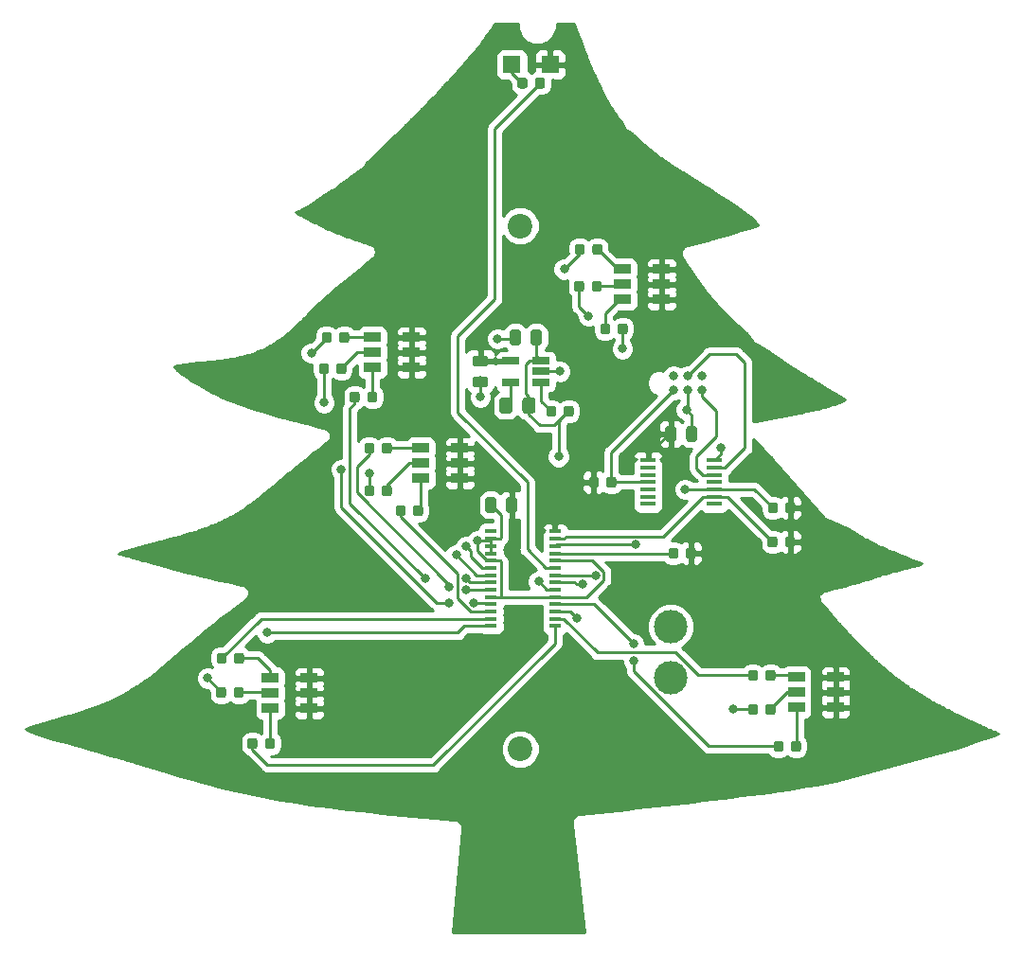
<source format=gtl>
G04 #@! TF.GenerationSoftware,KiCad,Pcbnew,5.0.1*
G04 #@! TF.CreationDate,2018-11-24T16:53:29-06:00*
G04 #@! TF.ProjectId,chrimbus,636872696D6275732E6B696361645F70,rev?*
G04 #@! TF.SameCoordinates,Original*
G04 #@! TF.FileFunction,Copper,L1,Top,Signal*
G04 #@! TF.FilePolarity,Positive*
%FSLAX46Y46*%
G04 Gerber Fmt 4.6, Leading zero omitted, Abs format (unit mm)*
G04 Created by KiCad (PCBNEW 5.0.1) date Sat 24 Nov 2018 04:53:29 PM CST*
%MOMM*%
%LPD*%
G01*
G04 APERTURE LIST*
G04 #@! TA.AperFunction,Conductor*
%ADD10C,0.100000*%
G04 #@! TD*
G04 #@! TA.AperFunction,SMDPad,CuDef*
%ADD11C,0.975000*%
G04 #@! TD*
G04 #@! TA.AperFunction,SMDPad,CuDef*
%ADD12R,1.600000X1.600000*%
G04 #@! TD*
G04 #@! TA.AperFunction,SMDPad,CuDef*
%ADD13R,1.500000X0.900000*%
G04 #@! TD*
G04 #@! TA.AperFunction,SMDPad,CuDef*
%ADD14C,1.150000*%
G04 #@! TD*
G04 #@! TA.AperFunction,SMDPad,CuDef*
%ADD15R,1.450000X0.450000*%
G04 #@! TD*
G04 #@! TA.AperFunction,SMDPad,CuDef*
%ADD16R,1.100000X0.400000*%
G04 #@! TD*
G04 #@! TA.AperFunction,SMDPad,CuDef*
%ADD17R,1.560000X0.650000*%
G04 #@! TD*
G04 #@! TA.AperFunction,SMDPad,CuDef*
%ADD18C,0.875000*%
G04 #@! TD*
G04 #@! TA.AperFunction,ComponentPad*
%ADD19C,2.200000*%
G04 #@! TD*
G04 #@! TA.AperFunction,BGAPad,CuDef*
%ADD20C,0.800000*%
G04 #@! TD*
G04 #@! TA.AperFunction,ComponentPad*
%ADD21C,3.000000*%
G04 #@! TD*
G04 #@! TA.AperFunction,ViaPad*
%ADD22C,0.800000*%
G04 #@! TD*
G04 #@! TA.AperFunction,Conductor*
%ADD23C,0.250000*%
G04 #@! TD*
G04 #@! TA.AperFunction,Conductor*
%ADD24C,0.254000*%
G04 #@! TD*
G04 APERTURE END LIST*
D10*
G04 #@! TO.N,GND*
G04 #@! TO.C,C4*
G36*
X163238642Y-99631174D02*
X163262303Y-99634684D01*
X163285507Y-99640496D01*
X163308029Y-99648554D01*
X163329653Y-99658782D01*
X163350170Y-99671079D01*
X163369383Y-99685329D01*
X163387107Y-99701393D01*
X163403171Y-99719117D01*
X163417421Y-99738330D01*
X163429718Y-99758847D01*
X163439946Y-99780471D01*
X163448004Y-99802993D01*
X163453816Y-99826197D01*
X163457326Y-99849858D01*
X163458500Y-99873750D01*
X163458500Y-100786250D01*
X163457326Y-100810142D01*
X163453816Y-100833803D01*
X163448004Y-100857007D01*
X163439946Y-100879529D01*
X163429718Y-100901153D01*
X163417421Y-100921670D01*
X163403171Y-100940883D01*
X163387107Y-100958607D01*
X163369383Y-100974671D01*
X163350170Y-100988921D01*
X163329653Y-101001218D01*
X163308029Y-101011446D01*
X163285507Y-101019504D01*
X163262303Y-101025316D01*
X163238642Y-101028826D01*
X163214750Y-101030000D01*
X162727250Y-101030000D01*
X162703358Y-101028826D01*
X162679697Y-101025316D01*
X162656493Y-101019504D01*
X162633971Y-101011446D01*
X162612347Y-101001218D01*
X162591830Y-100988921D01*
X162572617Y-100974671D01*
X162554893Y-100958607D01*
X162538829Y-100940883D01*
X162524579Y-100921670D01*
X162512282Y-100901153D01*
X162502054Y-100879529D01*
X162493996Y-100857007D01*
X162488184Y-100833803D01*
X162484674Y-100810142D01*
X162483500Y-100786250D01*
X162483500Y-99873750D01*
X162484674Y-99849858D01*
X162488184Y-99826197D01*
X162493996Y-99802993D01*
X162502054Y-99780471D01*
X162512282Y-99758847D01*
X162524579Y-99738330D01*
X162538829Y-99719117D01*
X162554893Y-99701393D01*
X162572617Y-99685329D01*
X162591830Y-99671079D01*
X162612347Y-99658782D01*
X162633971Y-99648554D01*
X162656493Y-99640496D01*
X162679697Y-99634684D01*
X162703358Y-99631174D01*
X162727250Y-99630000D01*
X163214750Y-99630000D01*
X163238642Y-99631174D01*
X163238642Y-99631174D01*
G37*
D11*
G04 #@! TD*
G04 #@! TO.P,C4,1*
G04 #@! TO.N,GND*
X162971000Y-100330000D03*
D10*
G04 #@! TO.N,+3V3*
G04 #@! TO.C,C4*
G36*
X165113642Y-99631174D02*
X165137303Y-99634684D01*
X165160507Y-99640496D01*
X165183029Y-99648554D01*
X165204653Y-99658782D01*
X165225170Y-99671079D01*
X165244383Y-99685329D01*
X165262107Y-99701393D01*
X165278171Y-99719117D01*
X165292421Y-99738330D01*
X165304718Y-99758847D01*
X165314946Y-99780471D01*
X165323004Y-99802993D01*
X165328816Y-99826197D01*
X165332326Y-99849858D01*
X165333500Y-99873750D01*
X165333500Y-100786250D01*
X165332326Y-100810142D01*
X165328816Y-100833803D01*
X165323004Y-100857007D01*
X165314946Y-100879529D01*
X165304718Y-100901153D01*
X165292421Y-100921670D01*
X165278171Y-100940883D01*
X165262107Y-100958607D01*
X165244383Y-100974671D01*
X165225170Y-100988921D01*
X165204653Y-101001218D01*
X165183029Y-101011446D01*
X165160507Y-101019504D01*
X165137303Y-101025316D01*
X165113642Y-101028826D01*
X165089750Y-101030000D01*
X164602250Y-101030000D01*
X164578358Y-101028826D01*
X164554697Y-101025316D01*
X164531493Y-101019504D01*
X164508971Y-101011446D01*
X164487347Y-101001218D01*
X164466830Y-100988921D01*
X164447617Y-100974671D01*
X164429893Y-100958607D01*
X164413829Y-100940883D01*
X164399579Y-100921670D01*
X164387282Y-100901153D01*
X164377054Y-100879529D01*
X164368996Y-100857007D01*
X164363184Y-100833803D01*
X164359674Y-100810142D01*
X164358500Y-100786250D01*
X164358500Y-99873750D01*
X164359674Y-99849858D01*
X164363184Y-99826197D01*
X164368996Y-99802993D01*
X164377054Y-99780471D01*
X164387282Y-99758847D01*
X164399579Y-99738330D01*
X164413829Y-99719117D01*
X164429893Y-99701393D01*
X164447617Y-99685329D01*
X164466830Y-99671079D01*
X164487347Y-99658782D01*
X164508971Y-99648554D01*
X164531493Y-99640496D01*
X164554697Y-99634684D01*
X164578358Y-99631174D01*
X164602250Y-99630000D01*
X165089750Y-99630000D01*
X165113642Y-99631174D01*
X165113642Y-99631174D01*
G37*
D11*
G04 #@! TD*
G04 #@! TO.P,C4,2*
G04 #@! TO.N,+3V3*
X164846000Y-100330000D03*
D12*
G04 #@! TO.P,LED6,1*
G04 #@! TO.N,Net-(LED6-Pad1)*
X164875000Y-60960000D03*
G04 #@! TO.P,LED6,2*
G04 #@! TO.N,+3V3*
X168275000Y-60960000D03*
G04 #@! TD*
D13*
G04 #@! TO.P,LED1,1*
G04 #@! TO.N,Net-(LED1-Pad1)*
X152400000Y-85344000D03*
G04 #@! TO.P,LED1,2*
G04 #@! TO.N,Net-(LED1-Pad2)*
X152400000Y-86694000D03*
G04 #@! TO.P,LED1,3*
G04 #@! TO.N,Net-(LED1-Pad3)*
X152400000Y-88044000D03*
G04 #@! TO.P,LED1,4*
G04 #@! TO.N,+3V3*
X155900000Y-85344000D03*
G04 #@! TO.P,LED1,5*
X155900000Y-86694000D03*
G04 #@! TO.P,LED1,6*
X155900000Y-88044000D03*
G04 #@! TD*
G04 #@! TO.P,LED2,6*
G04 #@! TO.N,+3V3*
X160218000Y-97950000D03*
G04 #@! TO.P,LED2,5*
X160218000Y-96600000D03*
G04 #@! TO.P,LED2,4*
X160218000Y-95250000D03*
G04 #@! TO.P,LED2,3*
G04 #@! TO.N,Net-(LED2-Pad3)*
X156718000Y-97950000D03*
G04 #@! TO.P,LED2,2*
G04 #@! TO.N,Net-(LED2-Pad2)*
X156718000Y-96600000D03*
G04 #@! TO.P,LED2,1*
G04 #@! TO.N,Net-(LED2-Pad1)*
X156718000Y-95250000D03*
G04 #@! TD*
G04 #@! TO.P,LED3,1*
G04 #@! TO.N,Net-(LED3-Pad1)*
X143256000Y-115824000D03*
G04 #@! TO.P,LED3,2*
G04 #@! TO.N,Net-(LED3-Pad2)*
X143256000Y-117174000D03*
G04 #@! TO.P,LED3,3*
G04 #@! TO.N,Net-(LED3-Pad3)*
X143256000Y-118524000D03*
G04 #@! TO.P,LED3,4*
G04 #@! TO.N,+3V3*
X146756000Y-115824000D03*
G04 #@! TO.P,LED3,5*
X146756000Y-117174000D03*
G04 #@! TO.P,LED3,6*
X146756000Y-118524000D03*
G04 #@! TD*
G04 #@! TO.P,LED4,6*
G04 #@! TO.N,+3V3*
X193802000Y-118444000D03*
G04 #@! TO.P,LED4,5*
X193802000Y-117094000D03*
G04 #@! TO.P,LED4,4*
X193802000Y-115744000D03*
G04 #@! TO.P,LED4,3*
G04 #@! TO.N,Net-(LED4-Pad3)*
X190302000Y-118444000D03*
G04 #@! TO.P,LED4,2*
G04 #@! TO.N,Net-(LED4-Pad2)*
X190302000Y-117094000D03*
G04 #@! TO.P,LED4,1*
G04 #@! TO.N,Net-(LED4-Pad1)*
X190302000Y-115744000D03*
G04 #@! TD*
G04 #@! TO.P,LED5,1*
G04 #@! TO.N,Net-(LED5-Pad1)*
X174752000Y-79248000D03*
G04 #@! TO.P,LED5,2*
G04 #@! TO.N,Net-(LED5-Pad2)*
X174752000Y-80598000D03*
G04 #@! TO.P,LED5,3*
G04 #@! TO.N,Net-(LED5-Pad3)*
X174752000Y-81948000D03*
G04 #@! TO.P,LED5,4*
G04 #@! TO.N,+3V3*
X178252000Y-79248000D03*
G04 #@! TO.P,LED5,5*
X178252000Y-80598000D03*
G04 #@! TO.P,LED5,6*
X178252000Y-81948000D03*
G04 #@! TD*
D10*
G04 #@! TO.N,GND*
G04 #@! TO.C,C1*
G36*
X165446142Y-84645174D02*
X165469803Y-84648684D01*
X165493007Y-84654496D01*
X165515529Y-84662554D01*
X165537153Y-84672782D01*
X165557670Y-84685079D01*
X165576883Y-84699329D01*
X165594607Y-84715393D01*
X165610671Y-84733117D01*
X165624921Y-84752330D01*
X165637218Y-84772847D01*
X165647446Y-84794471D01*
X165655504Y-84816993D01*
X165661316Y-84840197D01*
X165664826Y-84863858D01*
X165666000Y-84887750D01*
X165666000Y-85800250D01*
X165664826Y-85824142D01*
X165661316Y-85847803D01*
X165655504Y-85871007D01*
X165647446Y-85893529D01*
X165637218Y-85915153D01*
X165624921Y-85935670D01*
X165610671Y-85954883D01*
X165594607Y-85972607D01*
X165576883Y-85988671D01*
X165557670Y-86002921D01*
X165537153Y-86015218D01*
X165515529Y-86025446D01*
X165493007Y-86033504D01*
X165469803Y-86039316D01*
X165446142Y-86042826D01*
X165422250Y-86044000D01*
X164934750Y-86044000D01*
X164910858Y-86042826D01*
X164887197Y-86039316D01*
X164863993Y-86033504D01*
X164841471Y-86025446D01*
X164819847Y-86015218D01*
X164799330Y-86002921D01*
X164780117Y-85988671D01*
X164762393Y-85972607D01*
X164746329Y-85954883D01*
X164732079Y-85935670D01*
X164719782Y-85915153D01*
X164709554Y-85893529D01*
X164701496Y-85871007D01*
X164695684Y-85847803D01*
X164692174Y-85824142D01*
X164691000Y-85800250D01*
X164691000Y-84887750D01*
X164692174Y-84863858D01*
X164695684Y-84840197D01*
X164701496Y-84816993D01*
X164709554Y-84794471D01*
X164719782Y-84772847D01*
X164732079Y-84752330D01*
X164746329Y-84733117D01*
X164762393Y-84715393D01*
X164780117Y-84699329D01*
X164799330Y-84685079D01*
X164819847Y-84672782D01*
X164841471Y-84662554D01*
X164863993Y-84654496D01*
X164887197Y-84648684D01*
X164910858Y-84645174D01*
X164934750Y-84644000D01*
X165422250Y-84644000D01*
X165446142Y-84645174D01*
X165446142Y-84645174D01*
G37*
D11*
G04 #@! TD*
G04 #@! TO.P,C1,1*
G04 #@! TO.N,GND*
X165178500Y-85344000D03*
D10*
G04 #@! TO.N,Net-(C1-Pad2)*
G04 #@! TO.C,C1*
G36*
X167321142Y-84645174D02*
X167344803Y-84648684D01*
X167368007Y-84654496D01*
X167390529Y-84662554D01*
X167412153Y-84672782D01*
X167432670Y-84685079D01*
X167451883Y-84699329D01*
X167469607Y-84715393D01*
X167485671Y-84733117D01*
X167499921Y-84752330D01*
X167512218Y-84772847D01*
X167522446Y-84794471D01*
X167530504Y-84816993D01*
X167536316Y-84840197D01*
X167539826Y-84863858D01*
X167541000Y-84887750D01*
X167541000Y-85800250D01*
X167539826Y-85824142D01*
X167536316Y-85847803D01*
X167530504Y-85871007D01*
X167522446Y-85893529D01*
X167512218Y-85915153D01*
X167499921Y-85935670D01*
X167485671Y-85954883D01*
X167469607Y-85972607D01*
X167451883Y-85988671D01*
X167432670Y-86002921D01*
X167412153Y-86015218D01*
X167390529Y-86025446D01*
X167368007Y-86033504D01*
X167344803Y-86039316D01*
X167321142Y-86042826D01*
X167297250Y-86044000D01*
X166809750Y-86044000D01*
X166785858Y-86042826D01*
X166762197Y-86039316D01*
X166738993Y-86033504D01*
X166716471Y-86025446D01*
X166694847Y-86015218D01*
X166674330Y-86002921D01*
X166655117Y-85988671D01*
X166637393Y-85972607D01*
X166621329Y-85954883D01*
X166607079Y-85935670D01*
X166594782Y-85915153D01*
X166584554Y-85893529D01*
X166576496Y-85871007D01*
X166570684Y-85847803D01*
X166567174Y-85824142D01*
X166566000Y-85800250D01*
X166566000Y-84887750D01*
X166567174Y-84863858D01*
X166570684Y-84840197D01*
X166576496Y-84816993D01*
X166584554Y-84794471D01*
X166594782Y-84772847D01*
X166607079Y-84752330D01*
X166621329Y-84733117D01*
X166637393Y-84715393D01*
X166655117Y-84699329D01*
X166674330Y-84685079D01*
X166694847Y-84672782D01*
X166716471Y-84662554D01*
X166738993Y-84654496D01*
X166762197Y-84648684D01*
X166785858Y-84645174D01*
X166809750Y-84644000D01*
X167297250Y-84644000D01*
X167321142Y-84645174D01*
X167321142Y-84645174D01*
G37*
D11*
G04 #@! TD*
G04 #@! TO.P,C1,2*
G04 #@! TO.N,Net-(C1-Pad2)*
X167053500Y-85344000D03*
D10*
G04 #@! TO.N,+3V3*
G04 #@! TO.C,C2*
G36*
X179337642Y-93281174D02*
X179361303Y-93284684D01*
X179384507Y-93290496D01*
X179407029Y-93298554D01*
X179428653Y-93308782D01*
X179449170Y-93321079D01*
X179468383Y-93335329D01*
X179486107Y-93351393D01*
X179502171Y-93369117D01*
X179516421Y-93388330D01*
X179528718Y-93408847D01*
X179538946Y-93430471D01*
X179547004Y-93452993D01*
X179552816Y-93476197D01*
X179556326Y-93499858D01*
X179557500Y-93523750D01*
X179557500Y-94436250D01*
X179556326Y-94460142D01*
X179552816Y-94483803D01*
X179547004Y-94507007D01*
X179538946Y-94529529D01*
X179528718Y-94551153D01*
X179516421Y-94571670D01*
X179502171Y-94590883D01*
X179486107Y-94608607D01*
X179468383Y-94624671D01*
X179449170Y-94638921D01*
X179428653Y-94651218D01*
X179407029Y-94661446D01*
X179384507Y-94669504D01*
X179361303Y-94675316D01*
X179337642Y-94678826D01*
X179313750Y-94680000D01*
X178826250Y-94680000D01*
X178802358Y-94678826D01*
X178778697Y-94675316D01*
X178755493Y-94669504D01*
X178732971Y-94661446D01*
X178711347Y-94651218D01*
X178690830Y-94638921D01*
X178671617Y-94624671D01*
X178653893Y-94608607D01*
X178637829Y-94590883D01*
X178623579Y-94571670D01*
X178611282Y-94551153D01*
X178601054Y-94529529D01*
X178592996Y-94507007D01*
X178587184Y-94483803D01*
X178583674Y-94460142D01*
X178582500Y-94436250D01*
X178582500Y-93523750D01*
X178583674Y-93499858D01*
X178587184Y-93476197D01*
X178592996Y-93452993D01*
X178601054Y-93430471D01*
X178611282Y-93408847D01*
X178623579Y-93388330D01*
X178637829Y-93369117D01*
X178653893Y-93351393D01*
X178671617Y-93335329D01*
X178690830Y-93321079D01*
X178711347Y-93308782D01*
X178732971Y-93298554D01*
X178755493Y-93290496D01*
X178778697Y-93284684D01*
X178802358Y-93281174D01*
X178826250Y-93280000D01*
X179313750Y-93280000D01*
X179337642Y-93281174D01*
X179337642Y-93281174D01*
G37*
D11*
G04 #@! TD*
G04 #@! TO.P,C2,2*
G04 #@! TO.N,+3V3*
X179070000Y-93980000D03*
D10*
G04 #@! TO.N,GND*
G04 #@! TO.C,C2*
G36*
X181212642Y-93281174D02*
X181236303Y-93284684D01*
X181259507Y-93290496D01*
X181282029Y-93298554D01*
X181303653Y-93308782D01*
X181324170Y-93321079D01*
X181343383Y-93335329D01*
X181361107Y-93351393D01*
X181377171Y-93369117D01*
X181391421Y-93388330D01*
X181403718Y-93408847D01*
X181413946Y-93430471D01*
X181422004Y-93452993D01*
X181427816Y-93476197D01*
X181431326Y-93499858D01*
X181432500Y-93523750D01*
X181432500Y-94436250D01*
X181431326Y-94460142D01*
X181427816Y-94483803D01*
X181422004Y-94507007D01*
X181413946Y-94529529D01*
X181403718Y-94551153D01*
X181391421Y-94571670D01*
X181377171Y-94590883D01*
X181361107Y-94608607D01*
X181343383Y-94624671D01*
X181324170Y-94638921D01*
X181303653Y-94651218D01*
X181282029Y-94661446D01*
X181259507Y-94669504D01*
X181236303Y-94675316D01*
X181212642Y-94678826D01*
X181188750Y-94680000D01*
X180701250Y-94680000D01*
X180677358Y-94678826D01*
X180653697Y-94675316D01*
X180630493Y-94669504D01*
X180607971Y-94661446D01*
X180586347Y-94651218D01*
X180565830Y-94638921D01*
X180546617Y-94624671D01*
X180528893Y-94608607D01*
X180512829Y-94590883D01*
X180498579Y-94571670D01*
X180486282Y-94551153D01*
X180476054Y-94529529D01*
X180467996Y-94507007D01*
X180462184Y-94483803D01*
X180458674Y-94460142D01*
X180457500Y-94436250D01*
X180457500Y-93523750D01*
X180458674Y-93499858D01*
X180462184Y-93476197D01*
X180467996Y-93452993D01*
X180476054Y-93430471D01*
X180486282Y-93408847D01*
X180498579Y-93388330D01*
X180512829Y-93369117D01*
X180528893Y-93351393D01*
X180546617Y-93335329D01*
X180565830Y-93321079D01*
X180586347Y-93308782D01*
X180607971Y-93298554D01*
X180630493Y-93290496D01*
X180653697Y-93284684D01*
X180677358Y-93281174D01*
X180701250Y-93280000D01*
X181188750Y-93280000D01*
X181212642Y-93281174D01*
X181212642Y-93281174D01*
G37*
D11*
G04 #@! TD*
G04 #@! TO.P,C2,1*
G04 #@! TO.N,GND*
X180945000Y-93980000D03*
D10*
G04 #@! TO.N,GND*
G04 #@! TO.C,C3*
G36*
X162532142Y-88843174D02*
X162555803Y-88846684D01*
X162579007Y-88852496D01*
X162601529Y-88860554D01*
X162623153Y-88870782D01*
X162643670Y-88883079D01*
X162662883Y-88897329D01*
X162680607Y-88913393D01*
X162696671Y-88931117D01*
X162710921Y-88950330D01*
X162723218Y-88970847D01*
X162733446Y-88992471D01*
X162741504Y-89014993D01*
X162747316Y-89038197D01*
X162750826Y-89061858D01*
X162752000Y-89085750D01*
X162752000Y-89573250D01*
X162750826Y-89597142D01*
X162747316Y-89620803D01*
X162741504Y-89644007D01*
X162733446Y-89666529D01*
X162723218Y-89688153D01*
X162710921Y-89708670D01*
X162696671Y-89727883D01*
X162680607Y-89745607D01*
X162662883Y-89761671D01*
X162643670Y-89775921D01*
X162623153Y-89788218D01*
X162601529Y-89798446D01*
X162579007Y-89806504D01*
X162555803Y-89812316D01*
X162532142Y-89815826D01*
X162508250Y-89817000D01*
X161595750Y-89817000D01*
X161571858Y-89815826D01*
X161548197Y-89812316D01*
X161524993Y-89806504D01*
X161502471Y-89798446D01*
X161480847Y-89788218D01*
X161460330Y-89775921D01*
X161441117Y-89761671D01*
X161423393Y-89745607D01*
X161407329Y-89727883D01*
X161393079Y-89708670D01*
X161380782Y-89688153D01*
X161370554Y-89666529D01*
X161362496Y-89644007D01*
X161356684Y-89620803D01*
X161353174Y-89597142D01*
X161352000Y-89573250D01*
X161352000Y-89085750D01*
X161353174Y-89061858D01*
X161356684Y-89038197D01*
X161362496Y-89014993D01*
X161370554Y-88992471D01*
X161380782Y-88970847D01*
X161393079Y-88950330D01*
X161407329Y-88931117D01*
X161423393Y-88913393D01*
X161441117Y-88897329D01*
X161460330Y-88883079D01*
X161480847Y-88870782D01*
X161502471Y-88860554D01*
X161524993Y-88852496D01*
X161548197Y-88846684D01*
X161571858Y-88843174D01*
X161595750Y-88842000D01*
X162508250Y-88842000D01*
X162532142Y-88843174D01*
X162532142Y-88843174D01*
G37*
D11*
G04 #@! TD*
G04 #@! TO.P,C3,1*
G04 #@! TO.N,GND*
X162052000Y-89329500D03*
D10*
G04 #@! TO.N,+3V3*
G04 #@! TO.C,C3*
G36*
X162532142Y-86968174D02*
X162555803Y-86971684D01*
X162579007Y-86977496D01*
X162601529Y-86985554D01*
X162623153Y-86995782D01*
X162643670Y-87008079D01*
X162662883Y-87022329D01*
X162680607Y-87038393D01*
X162696671Y-87056117D01*
X162710921Y-87075330D01*
X162723218Y-87095847D01*
X162733446Y-87117471D01*
X162741504Y-87139993D01*
X162747316Y-87163197D01*
X162750826Y-87186858D01*
X162752000Y-87210750D01*
X162752000Y-87698250D01*
X162750826Y-87722142D01*
X162747316Y-87745803D01*
X162741504Y-87769007D01*
X162733446Y-87791529D01*
X162723218Y-87813153D01*
X162710921Y-87833670D01*
X162696671Y-87852883D01*
X162680607Y-87870607D01*
X162662883Y-87886671D01*
X162643670Y-87900921D01*
X162623153Y-87913218D01*
X162601529Y-87923446D01*
X162579007Y-87931504D01*
X162555803Y-87937316D01*
X162532142Y-87940826D01*
X162508250Y-87942000D01*
X161595750Y-87942000D01*
X161571858Y-87940826D01*
X161548197Y-87937316D01*
X161524993Y-87931504D01*
X161502471Y-87923446D01*
X161480847Y-87913218D01*
X161460330Y-87900921D01*
X161441117Y-87886671D01*
X161423393Y-87870607D01*
X161407329Y-87852883D01*
X161393079Y-87833670D01*
X161380782Y-87813153D01*
X161370554Y-87791529D01*
X161362496Y-87769007D01*
X161356684Y-87745803D01*
X161353174Y-87722142D01*
X161352000Y-87698250D01*
X161352000Y-87210750D01*
X161353174Y-87186858D01*
X161356684Y-87163197D01*
X161362496Y-87139993D01*
X161370554Y-87117471D01*
X161380782Y-87095847D01*
X161393079Y-87075330D01*
X161407329Y-87056117D01*
X161423393Y-87038393D01*
X161441117Y-87022329D01*
X161460330Y-87008079D01*
X161480847Y-86995782D01*
X161502471Y-86985554D01*
X161524993Y-86977496D01*
X161548197Y-86971684D01*
X161571858Y-86968174D01*
X161595750Y-86967000D01*
X162508250Y-86967000D01*
X162532142Y-86968174D01*
X162532142Y-86968174D01*
G37*
D11*
G04 #@! TD*
G04 #@! TO.P,C3,2*
G04 #@! TO.N,+3V3*
X162052000Y-87454500D03*
D10*
G04 #@! TO.N,Net-(L1-Pad1)*
G04 #@! TO.C,L1*
G36*
X164687505Y-90741204D02*
X164711773Y-90744804D01*
X164735572Y-90750765D01*
X164758671Y-90759030D01*
X164780850Y-90769520D01*
X164801893Y-90782132D01*
X164821599Y-90796747D01*
X164839777Y-90813223D01*
X164856253Y-90831401D01*
X164870868Y-90851107D01*
X164883480Y-90872150D01*
X164893970Y-90894329D01*
X164902235Y-90917428D01*
X164908196Y-90941227D01*
X164911796Y-90965495D01*
X164913000Y-90989999D01*
X164913000Y-91890001D01*
X164911796Y-91914505D01*
X164908196Y-91938773D01*
X164902235Y-91962572D01*
X164893970Y-91985671D01*
X164883480Y-92007850D01*
X164870868Y-92028893D01*
X164856253Y-92048599D01*
X164839777Y-92066777D01*
X164821599Y-92083253D01*
X164801893Y-92097868D01*
X164780850Y-92110480D01*
X164758671Y-92120970D01*
X164735572Y-92129235D01*
X164711773Y-92135196D01*
X164687505Y-92138796D01*
X164663001Y-92140000D01*
X164012999Y-92140000D01*
X163988495Y-92138796D01*
X163964227Y-92135196D01*
X163940428Y-92129235D01*
X163917329Y-92120970D01*
X163895150Y-92110480D01*
X163874107Y-92097868D01*
X163854401Y-92083253D01*
X163836223Y-92066777D01*
X163819747Y-92048599D01*
X163805132Y-92028893D01*
X163792520Y-92007850D01*
X163782030Y-91985671D01*
X163773765Y-91962572D01*
X163767804Y-91938773D01*
X163764204Y-91914505D01*
X163763000Y-91890001D01*
X163763000Y-90989999D01*
X163764204Y-90965495D01*
X163767804Y-90941227D01*
X163773765Y-90917428D01*
X163782030Y-90894329D01*
X163792520Y-90872150D01*
X163805132Y-90851107D01*
X163819747Y-90831401D01*
X163836223Y-90813223D01*
X163854401Y-90796747D01*
X163874107Y-90782132D01*
X163895150Y-90769520D01*
X163917329Y-90759030D01*
X163940428Y-90750765D01*
X163964227Y-90744804D01*
X163988495Y-90741204D01*
X164012999Y-90740000D01*
X164663001Y-90740000D01*
X164687505Y-90741204D01*
X164687505Y-90741204D01*
G37*
D14*
G04 #@! TD*
G04 #@! TO.P,L1,1*
G04 #@! TO.N,Net-(L1-Pad1)*
X164338000Y-91440000D03*
D10*
G04 #@! TO.N,Net-(C1-Pad2)*
G04 #@! TO.C,L1*
G36*
X166737505Y-90741204D02*
X166761773Y-90744804D01*
X166785572Y-90750765D01*
X166808671Y-90759030D01*
X166830850Y-90769520D01*
X166851893Y-90782132D01*
X166871599Y-90796747D01*
X166889777Y-90813223D01*
X166906253Y-90831401D01*
X166920868Y-90851107D01*
X166933480Y-90872150D01*
X166943970Y-90894329D01*
X166952235Y-90917428D01*
X166958196Y-90941227D01*
X166961796Y-90965495D01*
X166963000Y-90989999D01*
X166963000Y-91890001D01*
X166961796Y-91914505D01*
X166958196Y-91938773D01*
X166952235Y-91962572D01*
X166943970Y-91985671D01*
X166933480Y-92007850D01*
X166920868Y-92028893D01*
X166906253Y-92048599D01*
X166889777Y-92066777D01*
X166871599Y-92083253D01*
X166851893Y-92097868D01*
X166830850Y-92110480D01*
X166808671Y-92120970D01*
X166785572Y-92129235D01*
X166761773Y-92135196D01*
X166737505Y-92138796D01*
X166713001Y-92140000D01*
X166062999Y-92140000D01*
X166038495Y-92138796D01*
X166014227Y-92135196D01*
X165990428Y-92129235D01*
X165967329Y-92120970D01*
X165945150Y-92110480D01*
X165924107Y-92097868D01*
X165904401Y-92083253D01*
X165886223Y-92066777D01*
X165869747Y-92048599D01*
X165855132Y-92028893D01*
X165842520Y-92007850D01*
X165832030Y-91985671D01*
X165823765Y-91962572D01*
X165817804Y-91938773D01*
X165814204Y-91914505D01*
X165813000Y-91890001D01*
X165813000Y-90989999D01*
X165814204Y-90965495D01*
X165817804Y-90941227D01*
X165823765Y-90917428D01*
X165832030Y-90894329D01*
X165842520Y-90872150D01*
X165855132Y-90851107D01*
X165869747Y-90831401D01*
X165886223Y-90813223D01*
X165904401Y-90796747D01*
X165924107Y-90782132D01*
X165945150Y-90769520D01*
X165967329Y-90759030D01*
X165990428Y-90750765D01*
X166014227Y-90744804D01*
X166038495Y-90741204D01*
X166062999Y-90740000D01*
X166713001Y-90740000D01*
X166737505Y-90741204D01*
X166737505Y-90741204D01*
G37*
D14*
G04 #@! TD*
G04 #@! TO.P,L1,2*
G04 #@! TO.N,Net-(C1-Pad2)*
X166388000Y-91440000D03*
D15*
G04 #@! TO.P,U1,1*
G04 #@! TO.N,+3V3*
X177038000Y-96348000D03*
G04 #@! TO.P,U1,2*
G04 #@! TO.N,Net-(U1-Pad2)*
X177038000Y-96998000D03*
G04 #@! TO.P,U1,3*
G04 #@! TO.N,Net-(U1-Pad3)*
X177038000Y-97648000D03*
G04 #@! TO.P,U1,4*
G04 #@! TO.N,/MCLR*
X177038000Y-98298000D03*
G04 #@! TO.P,U1,5*
G04 #@! TO.N,Net-(U1-Pad5)*
X177038000Y-98948000D03*
G04 #@! TO.P,U1,6*
G04 #@! TO.N,Net-(U1-Pad6)*
X177038000Y-99598000D03*
G04 #@! TO.P,U1,7*
G04 #@! TO.N,Net-(U1-Pad7)*
X177038000Y-100248000D03*
G04 #@! TO.P,U1,8*
G04 #@! TO.N,Net-(U1-Pad8)*
X182938000Y-100248000D03*
G04 #@! TO.P,U1,9*
G04 #@! TO.N,/SDA*
X182938000Y-99598000D03*
G04 #@! TO.P,U1,10*
G04 #@! TO.N,/SCL*
X182938000Y-98948000D03*
G04 #@! TO.P,U1,11*
G04 #@! TO.N,Net-(U1-Pad11)*
X182938000Y-98298000D03*
G04 #@! TO.P,U1,12*
G04 #@! TO.N,/ICSPC*
X182938000Y-97648000D03*
G04 #@! TO.P,U1,13*
G04 #@! TO.N,/ICSPD*
X182938000Y-96998000D03*
G04 #@! TO.P,U1,14*
G04 #@! TO.N,GND*
X182938000Y-96348000D03*
G04 #@! TD*
D16*
G04 #@! TO.P,U3,1*
G04 #@! TO.N,Net-(U3-Pad1)*
X163012000Y-102709000D03*
G04 #@! TO.P,U3,2*
G04 #@! TO.N,GND*
X163012000Y-103359000D03*
G04 #@! TO.P,U3,3*
X163012000Y-104009000D03*
G04 #@! TO.P,U3,4*
X163012000Y-104659000D03*
G04 #@! TO.P,U3,5*
X163012000Y-105309000D03*
G04 #@! TO.P,U3,6*
G04 #@! TO.N,Net-(R5-Pad2)*
X163012000Y-105959000D03*
G04 #@! TO.P,U3,7*
G04 #@! TO.N,Net-(R6-Pad2)*
X163012000Y-106609000D03*
G04 #@! TO.P,U3,8*
G04 #@! TO.N,Net-(R7-Pad2)*
X163012000Y-107259000D03*
G04 #@! TO.P,U3,9*
G04 #@! TO.N,Net-(R8-Pad2)*
X163012000Y-107909000D03*
G04 #@! TO.P,U3,10*
G04 #@! TO.N,GND*
X163012000Y-108559000D03*
G04 #@! TO.P,U3,11*
G04 #@! TO.N,Net-(R9-Pad2)*
X163012000Y-109209000D03*
G04 #@! TO.P,U3,12*
G04 #@! TO.N,Net-(R10-Pad2)*
X163012000Y-109859000D03*
G04 #@! TO.P,U3,13*
G04 #@! TO.N,Net-(R11-Pad2)*
X163012000Y-110509000D03*
G04 #@! TO.P,U3,14*
G04 #@! TO.N,Net-(R12-Pad2)*
X163012000Y-111159000D03*
G04 #@! TO.P,U3,15*
G04 #@! TO.N,Net-(R13-Pad2)*
X168712000Y-111159000D03*
G04 #@! TO.P,U3,16*
G04 #@! TO.N,Net-(R14-Pad2)*
X168712000Y-110509000D03*
G04 #@! TO.P,U3,17*
G04 #@! TO.N,Net-(R15-Pad2)*
X168712000Y-109859000D03*
G04 #@! TO.P,U3,18*
G04 #@! TO.N,Net-(R16-Pad2)*
X168712000Y-109209000D03*
G04 #@! TO.P,U3,19*
G04 #@! TO.N,GND*
X168712000Y-108559000D03*
G04 #@! TO.P,U3,20*
G04 #@! TO.N,Net-(R17-Pad2)*
X168712000Y-107909000D03*
G04 #@! TO.P,U3,21*
G04 #@! TO.N,Net-(R18-Pad2)*
X168712000Y-107259000D03*
G04 #@! TO.P,U3,22*
G04 #@! TO.N,Net-(R19-Pad2)*
X168712000Y-106609000D03*
G04 #@! TO.P,U3,23*
G04 #@! TO.N,Net-(R20-Pad2)*
X168712000Y-105959000D03*
G04 #@! TO.P,U3,24*
G04 #@! TO.N,GND*
X168712000Y-105309000D03*
G04 #@! TO.P,U3,25*
G04 #@! TO.N,Net-(R21-Pad2)*
X168712000Y-104659000D03*
G04 #@! TO.P,U3,26*
G04 #@! TO.N,/SCL*
X168712000Y-104009000D03*
G04 #@! TO.P,U3,27*
G04 #@! TO.N,/SDA*
X168712000Y-103359000D03*
G04 #@! TO.P,U3,28*
G04 #@! TO.N,+3V3*
X168712000Y-102709000D03*
G04 #@! TD*
D17*
G04 #@! TO.P,U2,1*
G04 #@! TO.N,Net-(R2-Pad2)*
X167466000Y-89342000D03*
G04 #@! TO.P,U2,2*
G04 #@! TO.N,GND*
X167466000Y-88392000D03*
G04 #@! TO.P,U2,3*
G04 #@! TO.N,Net-(C1-Pad2)*
X167466000Y-87442000D03*
G04 #@! TO.P,U2,4*
G04 #@! TO.N,+3V3*
X164766000Y-87442000D03*
G04 #@! TO.P,U2,5*
G04 #@! TO.N,Net-(L1-Pad1)*
X164766000Y-89342000D03*
G04 #@! TD*
D10*
G04 #@! TO.N,Net-(LED2-Pad3)*
G04 #@! TO.C,R10*
G36*
X156729691Y-100364053D02*
X156750926Y-100367203D01*
X156771750Y-100372419D01*
X156791962Y-100379651D01*
X156811368Y-100388830D01*
X156829781Y-100399866D01*
X156847024Y-100412654D01*
X156862930Y-100427070D01*
X156877346Y-100442976D01*
X156890134Y-100460219D01*
X156901170Y-100478632D01*
X156910349Y-100498038D01*
X156917581Y-100518250D01*
X156922797Y-100539074D01*
X156925947Y-100560309D01*
X156927000Y-100581750D01*
X156927000Y-101094250D01*
X156925947Y-101115691D01*
X156922797Y-101136926D01*
X156917581Y-101157750D01*
X156910349Y-101177962D01*
X156901170Y-101197368D01*
X156890134Y-101215781D01*
X156877346Y-101233024D01*
X156862930Y-101248930D01*
X156847024Y-101263346D01*
X156829781Y-101276134D01*
X156811368Y-101287170D01*
X156791962Y-101296349D01*
X156771750Y-101303581D01*
X156750926Y-101308797D01*
X156729691Y-101311947D01*
X156708250Y-101313000D01*
X156270750Y-101313000D01*
X156249309Y-101311947D01*
X156228074Y-101308797D01*
X156207250Y-101303581D01*
X156187038Y-101296349D01*
X156167632Y-101287170D01*
X156149219Y-101276134D01*
X156131976Y-101263346D01*
X156116070Y-101248930D01*
X156101654Y-101233024D01*
X156088866Y-101215781D01*
X156077830Y-101197368D01*
X156068651Y-101177962D01*
X156061419Y-101157750D01*
X156056203Y-101136926D01*
X156053053Y-101115691D01*
X156052000Y-101094250D01*
X156052000Y-100581750D01*
X156053053Y-100560309D01*
X156056203Y-100539074D01*
X156061419Y-100518250D01*
X156068651Y-100498038D01*
X156077830Y-100478632D01*
X156088866Y-100460219D01*
X156101654Y-100442976D01*
X156116070Y-100427070D01*
X156131976Y-100412654D01*
X156149219Y-100399866D01*
X156167632Y-100388830D01*
X156187038Y-100379651D01*
X156207250Y-100372419D01*
X156228074Y-100367203D01*
X156249309Y-100364053D01*
X156270750Y-100363000D01*
X156708250Y-100363000D01*
X156729691Y-100364053D01*
X156729691Y-100364053D01*
G37*
D18*
G04 #@! TD*
G04 #@! TO.P,R10,1*
G04 #@! TO.N,Net-(LED2-Pad3)*
X156489500Y-100838000D03*
D10*
G04 #@! TO.N,Net-(R10-Pad2)*
G04 #@! TO.C,R10*
G36*
X155154691Y-100364053D02*
X155175926Y-100367203D01*
X155196750Y-100372419D01*
X155216962Y-100379651D01*
X155236368Y-100388830D01*
X155254781Y-100399866D01*
X155272024Y-100412654D01*
X155287930Y-100427070D01*
X155302346Y-100442976D01*
X155315134Y-100460219D01*
X155326170Y-100478632D01*
X155335349Y-100498038D01*
X155342581Y-100518250D01*
X155347797Y-100539074D01*
X155350947Y-100560309D01*
X155352000Y-100581750D01*
X155352000Y-101094250D01*
X155350947Y-101115691D01*
X155347797Y-101136926D01*
X155342581Y-101157750D01*
X155335349Y-101177962D01*
X155326170Y-101197368D01*
X155315134Y-101215781D01*
X155302346Y-101233024D01*
X155287930Y-101248930D01*
X155272024Y-101263346D01*
X155254781Y-101276134D01*
X155236368Y-101287170D01*
X155216962Y-101296349D01*
X155196750Y-101303581D01*
X155175926Y-101308797D01*
X155154691Y-101311947D01*
X155133250Y-101313000D01*
X154695750Y-101313000D01*
X154674309Y-101311947D01*
X154653074Y-101308797D01*
X154632250Y-101303581D01*
X154612038Y-101296349D01*
X154592632Y-101287170D01*
X154574219Y-101276134D01*
X154556976Y-101263346D01*
X154541070Y-101248930D01*
X154526654Y-101233024D01*
X154513866Y-101215781D01*
X154502830Y-101197368D01*
X154493651Y-101177962D01*
X154486419Y-101157750D01*
X154481203Y-101136926D01*
X154478053Y-101115691D01*
X154477000Y-101094250D01*
X154477000Y-100581750D01*
X154478053Y-100560309D01*
X154481203Y-100539074D01*
X154486419Y-100518250D01*
X154493651Y-100498038D01*
X154502830Y-100478632D01*
X154513866Y-100460219D01*
X154526654Y-100442976D01*
X154541070Y-100427070D01*
X154556976Y-100412654D01*
X154574219Y-100399866D01*
X154592632Y-100388830D01*
X154612038Y-100379651D01*
X154632250Y-100372419D01*
X154653074Y-100367203D01*
X154674309Y-100364053D01*
X154695750Y-100363000D01*
X155133250Y-100363000D01*
X155154691Y-100364053D01*
X155154691Y-100364053D01*
G37*
D18*
G04 #@! TD*
G04 #@! TO.P,R10,2*
G04 #@! TO.N,Net-(R10-Pad2)*
X154914500Y-100838000D03*
D10*
G04 #@! TO.N,Net-(R14-Pad2)*
G04 #@! TO.C,R14*
G36*
X186650691Y-115096053D02*
X186671926Y-115099203D01*
X186692750Y-115104419D01*
X186712962Y-115111651D01*
X186732368Y-115120830D01*
X186750781Y-115131866D01*
X186768024Y-115144654D01*
X186783930Y-115159070D01*
X186798346Y-115174976D01*
X186811134Y-115192219D01*
X186822170Y-115210632D01*
X186831349Y-115230038D01*
X186838581Y-115250250D01*
X186843797Y-115271074D01*
X186846947Y-115292309D01*
X186848000Y-115313750D01*
X186848000Y-115826250D01*
X186846947Y-115847691D01*
X186843797Y-115868926D01*
X186838581Y-115889750D01*
X186831349Y-115909962D01*
X186822170Y-115929368D01*
X186811134Y-115947781D01*
X186798346Y-115965024D01*
X186783930Y-115980930D01*
X186768024Y-115995346D01*
X186750781Y-116008134D01*
X186732368Y-116019170D01*
X186712962Y-116028349D01*
X186692750Y-116035581D01*
X186671926Y-116040797D01*
X186650691Y-116043947D01*
X186629250Y-116045000D01*
X186191750Y-116045000D01*
X186170309Y-116043947D01*
X186149074Y-116040797D01*
X186128250Y-116035581D01*
X186108038Y-116028349D01*
X186088632Y-116019170D01*
X186070219Y-116008134D01*
X186052976Y-115995346D01*
X186037070Y-115980930D01*
X186022654Y-115965024D01*
X186009866Y-115947781D01*
X185998830Y-115929368D01*
X185989651Y-115909962D01*
X185982419Y-115889750D01*
X185977203Y-115868926D01*
X185974053Y-115847691D01*
X185973000Y-115826250D01*
X185973000Y-115313750D01*
X185974053Y-115292309D01*
X185977203Y-115271074D01*
X185982419Y-115250250D01*
X185989651Y-115230038D01*
X185998830Y-115210632D01*
X186009866Y-115192219D01*
X186022654Y-115174976D01*
X186037070Y-115159070D01*
X186052976Y-115144654D01*
X186070219Y-115131866D01*
X186088632Y-115120830D01*
X186108038Y-115111651D01*
X186128250Y-115104419D01*
X186149074Y-115099203D01*
X186170309Y-115096053D01*
X186191750Y-115095000D01*
X186629250Y-115095000D01*
X186650691Y-115096053D01*
X186650691Y-115096053D01*
G37*
D18*
G04 #@! TD*
G04 #@! TO.P,R14,2*
G04 #@! TO.N,Net-(R14-Pad2)*
X186410500Y-115570000D03*
D10*
G04 #@! TO.N,Net-(LED4-Pad1)*
G04 #@! TO.C,R14*
G36*
X188225691Y-115096053D02*
X188246926Y-115099203D01*
X188267750Y-115104419D01*
X188287962Y-115111651D01*
X188307368Y-115120830D01*
X188325781Y-115131866D01*
X188343024Y-115144654D01*
X188358930Y-115159070D01*
X188373346Y-115174976D01*
X188386134Y-115192219D01*
X188397170Y-115210632D01*
X188406349Y-115230038D01*
X188413581Y-115250250D01*
X188418797Y-115271074D01*
X188421947Y-115292309D01*
X188423000Y-115313750D01*
X188423000Y-115826250D01*
X188421947Y-115847691D01*
X188418797Y-115868926D01*
X188413581Y-115889750D01*
X188406349Y-115909962D01*
X188397170Y-115929368D01*
X188386134Y-115947781D01*
X188373346Y-115965024D01*
X188358930Y-115980930D01*
X188343024Y-115995346D01*
X188325781Y-116008134D01*
X188307368Y-116019170D01*
X188287962Y-116028349D01*
X188267750Y-116035581D01*
X188246926Y-116040797D01*
X188225691Y-116043947D01*
X188204250Y-116045000D01*
X187766750Y-116045000D01*
X187745309Y-116043947D01*
X187724074Y-116040797D01*
X187703250Y-116035581D01*
X187683038Y-116028349D01*
X187663632Y-116019170D01*
X187645219Y-116008134D01*
X187627976Y-115995346D01*
X187612070Y-115980930D01*
X187597654Y-115965024D01*
X187584866Y-115947781D01*
X187573830Y-115929368D01*
X187564651Y-115909962D01*
X187557419Y-115889750D01*
X187552203Y-115868926D01*
X187549053Y-115847691D01*
X187548000Y-115826250D01*
X187548000Y-115313750D01*
X187549053Y-115292309D01*
X187552203Y-115271074D01*
X187557419Y-115250250D01*
X187564651Y-115230038D01*
X187573830Y-115210632D01*
X187584866Y-115192219D01*
X187597654Y-115174976D01*
X187612070Y-115159070D01*
X187627976Y-115144654D01*
X187645219Y-115131866D01*
X187663632Y-115120830D01*
X187683038Y-115111651D01*
X187703250Y-115104419D01*
X187724074Y-115099203D01*
X187745309Y-115096053D01*
X187766750Y-115095000D01*
X188204250Y-115095000D01*
X188225691Y-115096053D01*
X188225691Y-115096053D01*
G37*
D18*
G04 #@! TD*
G04 #@! TO.P,R14,1*
G04 #@! TO.N,Net-(LED4-Pad1)*
X187985500Y-115570000D03*
D10*
G04 #@! TO.N,Net-(LED4-Pad2)*
G04 #@! TO.C,R15*
G36*
X188225691Y-118144053D02*
X188246926Y-118147203D01*
X188267750Y-118152419D01*
X188287962Y-118159651D01*
X188307368Y-118168830D01*
X188325781Y-118179866D01*
X188343024Y-118192654D01*
X188358930Y-118207070D01*
X188373346Y-118222976D01*
X188386134Y-118240219D01*
X188397170Y-118258632D01*
X188406349Y-118278038D01*
X188413581Y-118298250D01*
X188418797Y-118319074D01*
X188421947Y-118340309D01*
X188423000Y-118361750D01*
X188423000Y-118874250D01*
X188421947Y-118895691D01*
X188418797Y-118916926D01*
X188413581Y-118937750D01*
X188406349Y-118957962D01*
X188397170Y-118977368D01*
X188386134Y-118995781D01*
X188373346Y-119013024D01*
X188358930Y-119028930D01*
X188343024Y-119043346D01*
X188325781Y-119056134D01*
X188307368Y-119067170D01*
X188287962Y-119076349D01*
X188267750Y-119083581D01*
X188246926Y-119088797D01*
X188225691Y-119091947D01*
X188204250Y-119093000D01*
X187766750Y-119093000D01*
X187745309Y-119091947D01*
X187724074Y-119088797D01*
X187703250Y-119083581D01*
X187683038Y-119076349D01*
X187663632Y-119067170D01*
X187645219Y-119056134D01*
X187627976Y-119043346D01*
X187612070Y-119028930D01*
X187597654Y-119013024D01*
X187584866Y-118995781D01*
X187573830Y-118977368D01*
X187564651Y-118957962D01*
X187557419Y-118937750D01*
X187552203Y-118916926D01*
X187549053Y-118895691D01*
X187548000Y-118874250D01*
X187548000Y-118361750D01*
X187549053Y-118340309D01*
X187552203Y-118319074D01*
X187557419Y-118298250D01*
X187564651Y-118278038D01*
X187573830Y-118258632D01*
X187584866Y-118240219D01*
X187597654Y-118222976D01*
X187612070Y-118207070D01*
X187627976Y-118192654D01*
X187645219Y-118179866D01*
X187663632Y-118168830D01*
X187683038Y-118159651D01*
X187703250Y-118152419D01*
X187724074Y-118147203D01*
X187745309Y-118144053D01*
X187766750Y-118143000D01*
X188204250Y-118143000D01*
X188225691Y-118144053D01*
X188225691Y-118144053D01*
G37*
D18*
G04 #@! TD*
G04 #@! TO.P,R15,1*
G04 #@! TO.N,Net-(LED4-Pad2)*
X187985500Y-118618000D03*
D10*
G04 #@! TO.N,Net-(R15-Pad2)*
G04 #@! TO.C,R15*
G36*
X186650691Y-118144053D02*
X186671926Y-118147203D01*
X186692750Y-118152419D01*
X186712962Y-118159651D01*
X186732368Y-118168830D01*
X186750781Y-118179866D01*
X186768024Y-118192654D01*
X186783930Y-118207070D01*
X186798346Y-118222976D01*
X186811134Y-118240219D01*
X186822170Y-118258632D01*
X186831349Y-118278038D01*
X186838581Y-118298250D01*
X186843797Y-118319074D01*
X186846947Y-118340309D01*
X186848000Y-118361750D01*
X186848000Y-118874250D01*
X186846947Y-118895691D01*
X186843797Y-118916926D01*
X186838581Y-118937750D01*
X186831349Y-118957962D01*
X186822170Y-118977368D01*
X186811134Y-118995781D01*
X186798346Y-119013024D01*
X186783930Y-119028930D01*
X186768024Y-119043346D01*
X186750781Y-119056134D01*
X186732368Y-119067170D01*
X186712962Y-119076349D01*
X186692750Y-119083581D01*
X186671926Y-119088797D01*
X186650691Y-119091947D01*
X186629250Y-119093000D01*
X186191750Y-119093000D01*
X186170309Y-119091947D01*
X186149074Y-119088797D01*
X186128250Y-119083581D01*
X186108038Y-119076349D01*
X186088632Y-119067170D01*
X186070219Y-119056134D01*
X186052976Y-119043346D01*
X186037070Y-119028930D01*
X186022654Y-119013024D01*
X186009866Y-118995781D01*
X185998830Y-118977368D01*
X185989651Y-118957962D01*
X185982419Y-118937750D01*
X185977203Y-118916926D01*
X185974053Y-118895691D01*
X185973000Y-118874250D01*
X185973000Y-118361750D01*
X185974053Y-118340309D01*
X185977203Y-118319074D01*
X185982419Y-118298250D01*
X185989651Y-118278038D01*
X185998830Y-118258632D01*
X186009866Y-118240219D01*
X186022654Y-118222976D01*
X186037070Y-118207070D01*
X186052976Y-118192654D01*
X186070219Y-118179866D01*
X186088632Y-118168830D01*
X186108038Y-118159651D01*
X186128250Y-118152419D01*
X186149074Y-118147203D01*
X186170309Y-118144053D01*
X186191750Y-118143000D01*
X186629250Y-118143000D01*
X186650691Y-118144053D01*
X186650691Y-118144053D01*
G37*
D18*
G04 #@! TD*
G04 #@! TO.P,R15,2*
G04 #@! TO.N,Net-(R15-Pad2)*
X186410500Y-118618000D03*
D10*
G04 #@! TO.N,Net-(R16-Pad2)*
G04 #@! TO.C,R16*
G36*
X188936691Y-121446053D02*
X188957926Y-121449203D01*
X188978750Y-121454419D01*
X188998962Y-121461651D01*
X189018368Y-121470830D01*
X189036781Y-121481866D01*
X189054024Y-121494654D01*
X189069930Y-121509070D01*
X189084346Y-121524976D01*
X189097134Y-121542219D01*
X189108170Y-121560632D01*
X189117349Y-121580038D01*
X189124581Y-121600250D01*
X189129797Y-121621074D01*
X189132947Y-121642309D01*
X189134000Y-121663750D01*
X189134000Y-122176250D01*
X189132947Y-122197691D01*
X189129797Y-122218926D01*
X189124581Y-122239750D01*
X189117349Y-122259962D01*
X189108170Y-122279368D01*
X189097134Y-122297781D01*
X189084346Y-122315024D01*
X189069930Y-122330930D01*
X189054024Y-122345346D01*
X189036781Y-122358134D01*
X189018368Y-122369170D01*
X188998962Y-122378349D01*
X188978750Y-122385581D01*
X188957926Y-122390797D01*
X188936691Y-122393947D01*
X188915250Y-122395000D01*
X188477750Y-122395000D01*
X188456309Y-122393947D01*
X188435074Y-122390797D01*
X188414250Y-122385581D01*
X188394038Y-122378349D01*
X188374632Y-122369170D01*
X188356219Y-122358134D01*
X188338976Y-122345346D01*
X188323070Y-122330930D01*
X188308654Y-122315024D01*
X188295866Y-122297781D01*
X188284830Y-122279368D01*
X188275651Y-122259962D01*
X188268419Y-122239750D01*
X188263203Y-122218926D01*
X188260053Y-122197691D01*
X188259000Y-122176250D01*
X188259000Y-121663750D01*
X188260053Y-121642309D01*
X188263203Y-121621074D01*
X188268419Y-121600250D01*
X188275651Y-121580038D01*
X188284830Y-121560632D01*
X188295866Y-121542219D01*
X188308654Y-121524976D01*
X188323070Y-121509070D01*
X188338976Y-121494654D01*
X188356219Y-121481866D01*
X188374632Y-121470830D01*
X188394038Y-121461651D01*
X188414250Y-121454419D01*
X188435074Y-121449203D01*
X188456309Y-121446053D01*
X188477750Y-121445000D01*
X188915250Y-121445000D01*
X188936691Y-121446053D01*
X188936691Y-121446053D01*
G37*
D18*
G04 #@! TD*
G04 #@! TO.P,R16,2*
G04 #@! TO.N,Net-(R16-Pad2)*
X188696500Y-121920000D03*
D10*
G04 #@! TO.N,Net-(LED4-Pad3)*
G04 #@! TO.C,R16*
G36*
X190511691Y-121446053D02*
X190532926Y-121449203D01*
X190553750Y-121454419D01*
X190573962Y-121461651D01*
X190593368Y-121470830D01*
X190611781Y-121481866D01*
X190629024Y-121494654D01*
X190644930Y-121509070D01*
X190659346Y-121524976D01*
X190672134Y-121542219D01*
X190683170Y-121560632D01*
X190692349Y-121580038D01*
X190699581Y-121600250D01*
X190704797Y-121621074D01*
X190707947Y-121642309D01*
X190709000Y-121663750D01*
X190709000Y-122176250D01*
X190707947Y-122197691D01*
X190704797Y-122218926D01*
X190699581Y-122239750D01*
X190692349Y-122259962D01*
X190683170Y-122279368D01*
X190672134Y-122297781D01*
X190659346Y-122315024D01*
X190644930Y-122330930D01*
X190629024Y-122345346D01*
X190611781Y-122358134D01*
X190593368Y-122369170D01*
X190573962Y-122378349D01*
X190553750Y-122385581D01*
X190532926Y-122390797D01*
X190511691Y-122393947D01*
X190490250Y-122395000D01*
X190052750Y-122395000D01*
X190031309Y-122393947D01*
X190010074Y-122390797D01*
X189989250Y-122385581D01*
X189969038Y-122378349D01*
X189949632Y-122369170D01*
X189931219Y-122358134D01*
X189913976Y-122345346D01*
X189898070Y-122330930D01*
X189883654Y-122315024D01*
X189870866Y-122297781D01*
X189859830Y-122279368D01*
X189850651Y-122259962D01*
X189843419Y-122239750D01*
X189838203Y-122218926D01*
X189835053Y-122197691D01*
X189834000Y-122176250D01*
X189834000Y-121663750D01*
X189835053Y-121642309D01*
X189838203Y-121621074D01*
X189843419Y-121600250D01*
X189850651Y-121580038D01*
X189859830Y-121560632D01*
X189870866Y-121542219D01*
X189883654Y-121524976D01*
X189898070Y-121509070D01*
X189913976Y-121494654D01*
X189931219Y-121481866D01*
X189949632Y-121470830D01*
X189969038Y-121461651D01*
X189989250Y-121454419D01*
X190010074Y-121449203D01*
X190031309Y-121446053D01*
X190052750Y-121445000D01*
X190490250Y-121445000D01*
X190511691Y-121446053D01*
X190511691Y-121446053D01*
G37*
D18*
G04 #@! TD*
G04 #@! TO.P,R16,1*
G04 #@! TO.N,Net-(LED4-Pad3)*
X190271500Y-121920000D03*
D10*
G04 #@! TO.N,Net-(LED5-Pad1)*
G04 #@! TO.C,R17*
G36*
X172757191Y-76996053D02*
X172778426Y-76999203D01*
X172799250Y-77004419D01*
X172819462Y-77011651D01*
X172838868Y-77020830D01*
X172857281Y-77031866D01*
X172874524Y-77044654D01*
X172890430Y-77059070D01*
X172904846Y-77074976D01*
X172917634Y-77092219D01*
X172928670Y-77110632D01*
X172937849Y-77130038D01*
X172945081Y-77150250D01*
X172950297Y-77171074D01*
X172953447Y-77192309D01*
X172954500Y-77213750D01*
X172954500Y-77726250D01*
X172953447Y-77747691D01*
X172950297Y-77768926D01*
X172945081Y-77789750D01*
X172937849Y-77809962D01*
X172928670Y-77829368D01*
X172917634Y-77847781D01*
X172904846Y-77865024D01*
X172890430Y-77880930D01*
X172874524Y-77895346D01*
X172857281Y-77908134D01*
X172838868Y-77919170D01*
X172819462Y-77928349D01*
X172799250Y-77935581D01*
X172778426Y-77940797D01*
X172757191Y-77943947D01*
X172735750Y-77945000D01*
X172298250Y-77945000D01*
X172276809Y-77943947D01*
X172255574Y-77940797D01*
X172234750Y-77935581D01*
X172214538Y-77928349D01*
X172195132Y-77919170D01*
X172176719Y-77908134D01*
X172159476Y-77895346D01*
X172143570Y-77880930D01*
X172129154Y-77865024D01*
X172116366Y-77847781D01*
X172105330Y-77829368D01*
X172096151Y-77809962D01*
X172088919Y-77789750D01*
X172083703Y-77768926D01*
X172080553Y-77747691D01*
X172079500Y-77726250D01*
X172079500Y-77213750D01*
X172080553Y-77192309D01*
X172083703Y-77171074D01*
X172088919Y-77150250D01*
X172096151Y-77130038D01*
X172105330Y-77110632D01*
X172116366Y-77092219D01*
X172129154Y-77074976D01*
X172143570Y-77059070D01*
X172159476Y-77044654D01*
X172176719Y-77031866D01*
X172195132Y-77020830D01*
X172214538Y-77011651D01*
X172234750Y-77004419D01*
X172255574Y-76999203D01*
X172276809Y-76996053D01*
X172298250Y-76995000D01*
X172735750Y-76995000D01*
X172757191Y-76996053D01*
X172757191Y-76996053D01*
G37*
D18*
G04 #@! TD*
G04 #@! TO.P,R17,1*
G04 #@! TO.N,Net-(LED5-Pad1)*
X172517000Y-77470000D03*
D10*
G04 #@! TO.N,Net-(R17-Pad2)*
G04 #@! TO.C,R17*
G36*
X171182191Y-76996053D02*
X171203426Y-76999203D01*
X171224250Y-77004419D01*
X171244462Y-77011651D01*
X171263868Y-77020830D01*
X171282281Y-77031866D01*
X171299524Y-77044654D01*
X171315430Y-77059070D01*
X171329846Y-77074976D01*
X171342634Y-77092219D01*
X171353670Y-77110632D01*
X171362849Y-77130038D01*
X171370081Y-77150250D01*
X171375297Y-77171074D01*
X171378447Y-77192309D01*
X171379500Y-77213750D01*
X171379500Y-77726250D01*
X171378447Y-77747691D01*
X171375297Y-77768926D01*
X171370081Y-77789750D01*
X171362849Y-77809962D01*
X171353670Y-77829368D01*
X171342634Y-77847781D01*
X171329846Y-77865024D01*
X171315430Y-77880930D01*
X171299524Y-77895346D01*
X171282281Y-77908134D01*
X171263868Y-77919170D01*
X171244462Y-77928349D01*
X171224250Y-77935581D01*
X171203426Y-77940797D01*
X171182191Y-77943947D01*
X171160750Y-77945000D01*
X170723250Y-77945000D01*
X170701809Y-77943947D01*
X170680574Y-77940797D01*
X170659750Y-77935581D01*
X170639538Y-77928349D01*
X170620132Y-77919170D01*
X170601719Y-77908134D01*
X170584476Y-77895346D01*
X170568570Y-77880930D01*
X170554154Y-77865024D01*
X170541366Y-77847781D01*
X170530330Y-77829368D01*
X170521151Y-77809962D01*
X170513919Y-77789750D01*
X170508703Y-77768926D01*
X170505553Y-77747691D01*
X170504500Y-77726250D01*
X170504500Y-77213750D01*
X170505553Y-77192309D01*
X170508703Y-77171074D01*
X170513919Y-77150250D01*
X170521151Y-77130038D01*
X170530330Y-77110632D01*
X170541366Y-77092219D01*
X170554154Y-77074976D01*
X170568570Y-77059070D01*
X170584476Y-77044654D01*
X170601719Y-77031866D01*
X170620132Y-77020830D01*
X170639538Y-77011651D01*
X170659750Y-77004419D01*
X170680574Y-76999203D01*
X170701809Y-76996053D01*
X170723250Y-76995000D01*
X171160750Y-76995000D01*
X171182191Y-76996053D01*
X171182191Y-76996053D01*
G37*
D18*
G04 #@! TD*
G04 #@! TO.P,R17,2*
G04 #@! TO.N,Net-(R17-Pad2)*
X170942000Y-77470000D03*
D10*
G04 #@! TO.N,Net-(R18-Pad2)*
G04 #@! TO.C,R18*
G36*
X171131191Y-80298053D02*
X171152426Y-80301203D01*
X171173250Y-80306419D01*
X171193462Y-80313651D01*
X171212868Y-80322830D01*
X171231281Y-80333866D01*
X171248524Y-80346654D01*
X171264430Y-80361070D01*
X171278846Y-80376976D01*
X171291634Y-80394219D01*
X171302670Y-80412632D01*
X171311849Y-80432038D01*
X171319081Y-80452250D01*
X171324297Y-80473074D01*
X171327447Y-80494309D01*
X171328500Y-80515750D01*
X171328500Y-81028250D01*
X171327447Y-81049691D01*
X171324297Y-81070926D01*
X171319081Y-81091750D01*
X171311849Y-81111962D01*
X171302670Y-81131368D01*
X171291634Y-81149781D01*
X171278846Y-81167024D01*
X171264430Y-81182930D01*
X171248524Y-81197346D01*
X171231281Y-81210134D01*
X171212868Y-81221170D01*
X171193462Y-81230349D01*
X171173250Y-81237581D01*
X171152426Y-81242797D01*
X171131191Y-81245947D01*
X171109750Y-81247000D01*
X170672250Y-81247000D01*
X170650809Y-81245947D01*
X170629574Y-81242797D01*
X170608750Y-81237581D01*
X170588538Y-81230349D01*
X170569132Y-81221170D01*
X170550719Y-81210134D01*
X170533476Y-81197346D01*
X170517570Y-81182930D01*
X170503154Y-81167024D01*
X170490366Y-81149781D01*
X170479330Y-81131368D01*
X170470151Y-81111962D01*
X170462919Y-81091750D01*
X170457703Y-81070926D01*
X170454553Y-81049691D01*
X170453500Y-81028250D01*
X170453500Y-80515750D01*
X170454553Y-80494309D01*
X170457703Y-80473074D01*
X170462919Y-80452250D01*
X170470151Y-80432038D01*
X170479330Y-80412632D01*
X170490366Y-80394219D01*
X170503154Y-80376976D01*
X170517570Y-80361070D01*
X170533476Y-80346654D01*
X170550719Y-80333866D01*
X170569132Y-80322830D01*
X170588538Y-80313651D01*
X170608750Y-80306419D01*
X170629574Y-80301203D01*
X170650809Y-80298053D01*
X170672250Y-80297000D01*
X171109750Y-80297000D01*
X171131191Y-80298053D01*
X171131191Y-80298053D01*
G37*
D18*
G04 #@! TD*
G04 #@! TO.P,R18,2*
G04 #@! TO.N,Net-(R18-Pad2)*
X170891000Y-80772000D03*
D10*
G04 #@! TO.N,Net-(LED5-Pad2)*
G04 #@! TO.C,R18*
G36*
X172706191Y-80298053D02*
X172727426Y-80301203D01*
X172748250Y-80306419D01*
X172768462Y-80313651D01*
X172787868Y-80322830D01*
X172806281Y-80333866D01*
X172823524Y-80346654D01*
X172839430Y-80361070D01*
X172853846Y-80376976D01*
X172866634Y-80394219D01*
X172877670Y-80412632D01*
X172886849Y-80432038D01*
X172894081Y-80452250D01*
X172899297Y-80473074D01*
X172902447Y-80494309D01*
X172903500Y-80515750D01*
X172903500Y-81028250D01*
X172902447Y-81049691D01*
X172899297Y-81070926D01*
X172894081Y-81091750D01*
X172886849Y-81111962D01*
X172877670Y-81131368D01*
X172866634Y-81149781D01*
X172853846Y-81167024D01*
X172839430Y-81182930D01*
X172823524Y-81197346D01*
X172806281Y-81210134D01*
X172787868Y-81221170D01*
X172768462Y-81230349D01*
X172748250Y-81237581D01*
X172727426Y-81242797D01*
X172706191Y-81245947D01*
X172684750Y-81247000D01*
X172247250Y-81247000D01*
X172225809Y-81245947D01*
X172204574Y-81242797D01*
X172183750Y-81237581D01*
X172163538Y-81230349D01*
X172144132Y-81221170D01*
X172125719Y-81210134D01*
X172108476Y-81197346D01*
X172092570Y-81182930D01*
X172078154Y-81167024D01*
X172065366Y-81149781D01*
X172054330Y-81131368D01*
X172045151Y-81111962D01*
X172037919Y-81091750D01*
X172032703Y-81070926D01*
X172029553Y-81049691D01*
X172028500Y-81028250D01*
X172028500Y-80515750D01*
X172029553Y-80494309D01*
X172032703Y-80473074D01*
X172037919Y-80452250D01*
X172045151Y-80432038D01*
X172054330Y-80412632D01*
X172065366Y-80394219D01*
X172078154Y-80376976D01*
X172092570Y-80361070D01*
X172108476Y-80346654D01*
X172125719Y-80333866D01*
X172144132Y-80322830D01*
X172163538Y-80313651D01*
X172183750Y-80306419D01*
X172204574Y-80301203D01*
X172225809Y-80298053D01*
X172247250Y-80297000D01*
X172684750Y-80297000D01*
X172706191Y-80298053D01*
X172706191Y-80298053D01*
G37*
D18*
G04 #@! TD*
G04 #@! TO.P,R18,1*
G04 #@! TO.N,Net-(LED5-Pad2)*
X172466000Y-80772000D03*
D10*
G04 #@! TO.N,Net-(LED5-Pad3)*
G04 #@! TO.C,R19*
G36*
X173442691Y-84108053D02*
X173463926Y-84111203D01*
X173484750Y-84116419D01*
X173504962Y-84123651D01*
X173524368Y-84132830D01*
X173542781Y-84143866D01*
X173560024Y-84156654D01*
X173575930Y-84171070D01*
X173590346Y-84186976D01*
X173603134Y-84204219D01*
X173614170Y-84222632D01*
X173623349Y-84242038D01*
X173630581Y-84262250D01*
X173635797Y-84283074D01*
X173638947Y-84304309D01*
X173640000Y-84325750D01*
X173640000Y-84838250D01*
X173638947Y-84859691D01*
X173635797Y-84880926D01*
X173630581Y-84901750D01*
X173623349Y-84921962D01*
X173614170Y-84941368D01*
X173603134Y-84959781D01*
X173590346Y-84977024D01*
X173575930Y-84992930D01*
X173560024Y-85007346D01*
X173542781Y-85020134D01*
X173524368Y-85031170D01*
X173504962Y-85040349D01*
X173484750Y-85047581D01*
X173463926Y-85052797D01*
X173442691Y-85055947D01*
X173421250Y-85057000D01*
X172983750Y-85057000D01*
X172962309Y-85055947D01*
X172941074Y-85052797D01*
X172920250Y-85047581D01*
X172900038Y-85040349D01*
X172880632Y-85031170D01*
X172862219Y-85020134D01*
X172844976Y-85007346D01*
X172829070Y-84992930D01*
X172814654Y-84977024D01*
X172801866Y-84959781D01*
X172790830Y-84941368D01*
X172781651Y-84921962D01*
X172774419Y-84901750D01*
X172769203Y-84880926D01*
X172766053Y-84859691D01*
X172765000Y-84838250D01*
X172765000Y-84325750D01*
X172766053Y-84304309D01*
X172769203Y-84283074D01*
X172774419Y-84262250D01*
X172781651Y-84242038D01*
X172790830Y-84222632D01*
X172801866Y-84204219D01*
X172814654Y-84186976D01*
X172829070Y-84171070D01*
X172844976Y-84156654D01*
X172862219Y-84143866D01*
X172880632Y-84132830D01*
X172900038Y-84123651D01*
X172920250Y-84116419D01*
X172941074Y-84111203D01*
X172962309Y-84108053D01*
X172983750Y-84107000D01*
X173421250Y-84107000D01*
X173442691Y-84108053D01*
X173442691Y-84108053D01*
G37*
D18*
G04 #@! TD*
G04 #@! TO.P,R19,1*
G04 #@! TO.N,Net-(LED5-Pad3)*
X173202500Y-84582000D03*
D10*
G04 #@! TO.N,Net-(R19-Pad2)*
G04 #@! TO.C,R19*
G36*
X175017691Y-84108053D02*
X175038926Y-84111203D01*
X175059750Y-84116419D01*
X175079962Y-84123651D01*
X175099368Y-84132830D01*
X175117781Y-84143866D01*
X175135024Y-84156654D01*
X175150930Y-84171070D01*
X175165346Y-84186976D01*
X175178134Y-84204219D01*
X175189170Y-84222632D01*
X175198349Y-84242038D01*
X175205581Y-84262250D01*
X175210797Y-84283074D01*
X175213947Y-84304309D01*
X175215000Y-84325750D01*
X175215000Y-84838250D01*
X175213947Y-84859691D01*
X175210797Y-84880926D01*
X175205581Y-84901750D01*
X175198349Y-84921962D01*
X175189170Y-84941368D01*
X175178134Y-84959781D01*
X175165346Y-84977024D01*
X175150930Y-84992930D01*
X175135024Y-85007346D01*
X175117781Y-85020134D01*
X175099368Y-85031170D01*
X175079962Y-85040349D01*
X175059750Y-85047581D01*
X175038926Y-85052797D01*
X175017691Y-85055947D01*
X174996250Y-85057000D01*
X174558750Y-85057000D01*
X174537309Y-85055947D01*
X174516074Y-85052797D01*
X174495250Y-85047581D01*
X174475038Y-85040349D01*
X174455632Y-85031170D01*
X174437219Y-85020134D01*
X174419976Y-85007346D01*
X174404070Y-84992930D01*
X174389654Y-84977024D01*
X174376866Y-84959781D01*
X174365830Y-84941368D01*
X174356651Y-84921962D01*
X174349419Y-84901750D01*
X174344203Y-84880926D01*
X174341053Y-84859691D01*
X174340000Y-84838250D01*
X174340000Y-84325750D01*
X174341053Y-84304309D01*
X174344203Y-84283074D01*
X174349419Y-84262250D01*
X174356651Y-84242038D01*
X174365830Y-84222632D01*
X174376866Y-84204219D01*
X174389654Y-84186976D01*
X174404070Y-84171070D01*
X174419976Y-84156654D01*
X174437219Y-84143866D01*
X174455632Y-84132830D01*
X174475038Y-84123651D01*
X174495250Y-84116419D01*
X174516074Y-84111203D01*
X174537309Y-84108053D01*
X174558750Y-84107000D01*
X174996250Y-84107000D01*
X175017691Y-84108053D01*
X175017691Y-84108053D01*
G37*
D18*
G04 #@! TD*
G04 #@! TO.P,R19,2*
G04 #@! TO.N,Net-(R19-Pad2)*
X174777500Y-84582000D03*
D10*
G04 #@! TO.N,Net-(R20-Pad2)*
G04 #@! TO.C,R20*
G36*
X167626191Y-62137053D02*
X167647426Y-62140203D01*
X167668250Y-62145419D01*
X167688462Y-62152651D01*
X167707868Y-62161830D01*
X167726281Y-62172866D01*
X167743524Y-62185654D01*
X167759430Y-62200070D01*
X167773846Y-62215976D01*
X167786634Y-62233219D01*
X167797670Y-62251632D01*
X167806849Y-62271038D01*
X167814081Y-62291250D01*
X167819297Y-62312074D01*
X167822447Y-62333309D01*
X167823500Y-62354750D01*
X167823500Y-62867250D01*
X167822447Y-62888691D01*
X167819297Y-62909926D01*
X167814081Y-62930750D01*
X167806849Y-62950962D01*
X167797670Y-62970368D01*
X167786634Y-62988781D01*
X167773846Y-63006024D01*
X167759430Y-63021930D01*
X167743524Y-63036346D01*
X167726281Y-63049134D01*
X167707868Y-63060170D01*
X167688462Y-63069349D01*
X167668250Y-63076581D01*
X167647426Y-63081797D01*
X167626191Y-63084947D01*
X167604750Y-63086000D01*
X167167250Y-63086000D01*
X167145809Y-63084947D01*
X167124574Y-63081797D01*
X167103750Y-63076581D01*
X167083538Y-63069349D01*
X167064132Y-63060170D01*
X167045719Y-63049134D01*
X167028476Y-63036346D01*
X167012570Y-63021930D01*
X166998154Y-63006024D01*
X166985366Y-62988781D01*
X166974330Y-62970368D01*
X166965151Y-62950962D01*
X166957919Y-62930750D01*
X166952703Y-62909926D01*
X166949553Y-62888691D01*
X166948500Y-62867250D01*
X166948500Y-62354750D01*
X166949553Y-62333309D01*
X166952703Y-62312074D01*
X166957919Y-62291250D01*
X166965151Y-62271038D01*
X166974330Y-62251632D01*
X166985366Y-62233219D01*
X166998154Y-62215976D01*
X167012570Y-62200070D01*
X167028476Y-62185654D01*
X167045719Y-62172866D01*
X167064132Y-62161830D01*
X167083538Y-62152651D01*
X167103750Y-62145419D01*
X167124574Y-62140203D01*
X167145809Y-62137053D01*
X167167250Y-62136000D01*
X167604750Y-62136000D01*
X167626191Y-62137053D01*
X167626191Y-62137053D01*
G37*
D18*
G04 #@! TD*
G04 #@! TO.P,R20,2*
G04 #@! TO.N,Net-(R20-Pad2)*
X167386000Y-62611000D03*
D10*
G04 #@! TO.N,Net-(LED6-Pad1)*
G04 #@! TO.C,R20*
G36*
X166051191Y-62137053D02*
X166072426Y-62140203D01*
X166093250Y-62145419D01*
X166113462Y-62152651D01*
X166132868Y-62161830D01*
X166151281Y-62172866D01*
X166168524Y-62185654D01*
X166184430Y-62200070D01*
X166198846Y-62215976D01*
X166211634Y-62233219D01*
X166222670Y-62251632D01*
X166231849Y-62271038D01*
X166239081Y-62291250D01*
X166244297Y-62312074D01*
X166247447Y-62333309D01*
X166248500Y-62354750D01*
X166248500Y-62867250D01*
X166247447Y-62888691D01*
X166244297Y-62909926D01*
X166239081Y-62930750D01*
X166231849Y-62950962D01*
X166222670Y-62970368D01*
X166211634Y-62988781D01*
X166198846Y-63006024D01*
X166184430Y-63021930D01*
X166168524Y-63036346D01*
X166151281Y-63049134D01*
X166132868Y-63060170D01*
X166113462Y-63069349D01*
X166093250Y-63076581D01*
X166072426Y-63081797D01*
X166051191Y-63084947D01*
X166029750Y-63086000D01*
X165592250Y-63086000D01*
X165570809Y-63084947D01*
X165549574Y-63081797D01*
X165528750Y-63076581D01*
X165508538Y-63069349D01*
X165489132Y-63060170D01*
X165470719Y-63049134D01*
X165453476Y-63036346D01*
X165437570Y-63021930D01*
X165423154Y-63006024D01*
X165410366Y-62988781D01*
X165399330Y-62970368D01*
X165390151Y-62950962D01*
X165382919Y-62930750D01*
X165377703Y-62909926D01*
X165374553Y-62888691D01*
X165373500Y-62867250D01*
X165373500Y-62354750D01*
X165374553Y-62333309D01*
X165377703Y-62312074D01*
X165382919Y-62291250D01*
X165390151Y-62271038D01*
X165399330Y-62251632D01*
X165410366Y-62233219D01*
X165423154Y-62215976D01*
X165437570Y-62200070D01*
X165453476Y-62185654D01*
X165470719Y-62172866D01*
X165489132Y-62161830D01*
X165508538Y-62152651D01*
X165528750Y-62145419D01*
X165549574Y-62140203D01*
X165570809Y-62137053D01*
X165592250Y-62136000D01*
X166029750Y-62136000D01*
X166051191Y-62137053D01*
X166051191Y-62137053D01*
G37*
D18*
G04 #@! TD*
G04 #@! TO.P,R20,1*
G04 #@! TO.N,Net-(LED6-Pad1)*
X165811000Y-62611000D03*
D10*
G04 #@! TO.N,+3V3*
G04 #@! TO.C,R21*
G36*
X181113691Y-104174053D02*
X181134926Y-104177203D01*
X181155750Y-104182419D01*
X181175962Y-104189651D01*
X181195368Y-104198830D01*
X181213781Y-104209866D01*
X181231024Y-104222654D01*
X181246930Y-104237070D01*
X181261346Y-104252976D01*
X181274134Y-104270219D01*
X181285170Y-104288632D01*
X181294349Y-104308038D01*
X181301581Y-104328250D01*
X181306797Y-104349074D01*
X181309947Y-104370309D01*
X181311000Y-104391750D01*
X181311000Y-104904250D01*
X181309947Y-104925691D01*
X181306797Y-104946926D01*
X181301581Y-104967750D01*
X181294349Y-104987962D01*
X181285170Y-105007368D01*
X181274134Y-105025781D01*
X181261346Y-105043024D01*
X181246930Y-105058930D01*
X181231024Y-105073346D01*
X181213781Y-105086134D01*
X181195368Y-105097170D01*
X181175962Y-105106349D01*
X181155750Y-105113581D01*
X181134926Y-105118797D01*
X181113691Y-105121947D01*
X181092250Y-105123000D01*
X180654750Y-105123000D01*
X180633309Y-105121947D01*
X180612074Y-105118797D01*
X180591250Y-105113581D01*
X180571038Y-105106349D01*
X180551632Y-105097170D01*
X180533219Y-105086134D01*
X180515976Y-105073346D01*
X180500070Y-105058930D01*
X180485654Y-105043024D01*
X180472866Y-105025781D01*
X180461830Y-105007368D01*
X180452651Y-104987962D01*
X180445419Y-104967750D01*
X180440203Y-104946926D01*
X180437053Y-104925691D01*
X180436000Y-104904250D01*
X180436000Y-104391750D01*
X180437053Y-104370309D01*
X180440203Y-104349074D01*
X180445419Y-104328250D01*
X180452651Y-104308038D01*
X180461830Y-104288632D01*
X180472866Y-104270219D01*
X180485654Y-104252976D01*
X180500070Y-104237070D01*
X180515976Y-104222654D01*
X180533219Y-104209866D01*
X180551632Y-104198830D01*
X180571038Y-104189651D01*
X180591250Y-104182419D01*
X180612074Y-104177203D01*
X180633309Y-104174053D01*
X180654750Y-104173000D01*
X181092250Y-104173000D01*
X181113691Y-104174053D01*
X181113691Y-104174053D01*
G37*
D18*
G04 #@! TD*
G04 #@! TO.P,R21,1*
G04 #@! TO.N,+3V3*
X180873500Y-104648000D03*
D10*
G04 #@! TO.N,Net-(R21-Pad2)*
G04 #@! TO.C,R21*
G36*
X179538691Y-104174053D02*
X179559926Y-104177203D01*
X179580750Y-104182419D01*
X179600962Y-104189651D01*
X179620368Y-104198830D01*
X179638781Y-104209866D01*
X179656024Y-104222654D01*
X179671930Y-104237070D01*
X179686346Y-104252976D01*
X179699134Y-104270219D01*
X179710170Y-104288632D01*
X179719349Y-104308038D01*
X179726581Y-104328250D01*
X179731797Y-104349074D01*
X179734947Y-104370309D01*
X179736000Y-104391750D01*
X179736000Y-104904250D01*
X179734947Y-104925691D01*
X179731797Y-104946926D01*
X179726581Y-104967750D01*
X179719349Y-104987962D01*
X179710170Y-105007368D01*
X179699134Y-105025781D01*
X179686346Y-105043024D01*
X179671930Y-105058930D01*
X179656024Y-105073346D01*
X179638781Y-105086134D01*
X179620368Y-105097170D01*
X179600962Y-105106349D01*
X179580750Y-105113581D01*
X179559926Y-105118797D01*
X179538691Y-105121947D01*
X179517250Y-105123000D01*
X179079750Y-105123000D01*
X179058309Y-105121947D01*
X179037074Y-105118797D01*
X179016250Y-105113581D01*
X178996038Y-105106349D01*
X178976632Y-105097170D01*
X178958219Y-105086134D01*
X178940976Y-105073346D01*
X178925070Y-105058930D01*
X178910654Y-105043024D01*
X178897866Y-105025781D01*
X178886830Y-105007368D01*
X178877651Y-104987962D01*
X178870419Y-104967750D01*
X178865203Y-104946926D01*
X178862053Y-104925691D01*
X178861000Y-104904250D01*
X178861000Y-104391750D01*
X178862053Y-104370309D01*
X178865203Y-104349074D01*
X178870419Y-104328250D01*
X178877651Y-104308038D01*
X178886830Y-104288632D01*
X178897866Y-104270219D01*
X178910654Y-104252976D01*
X178925070Y-104237070D01*
X178940976Y-104222654D01*
X178958219Y-104209866D01*
X178976632Y-104198830D01*
X178996038Y-104189651D01*
X179016250Y-104182419D01*
X179037074Y-104177203D01*
X179058309Y-104174053D01*
X179079750Y-104173000D01*
X179517250Y-104173000D01*
X179538691Y-104174053D01*
X179538691Y-104174053D01*
G37*
D18*
G04 #@! TD*
G04 #@! TO.P,R21,2*
G04 #@! TO.N,Net-(R21-Pad2)*
X179298500Y-104648000D03*
D10*
G04 #@! TO.N,Net-(R13-Pad2)*
G04 #@! TO.C,R13*
G36*
X141921191Y-121192053D02*
X141942426Y-121195203D01*
X141963250Y-121200419D01*
X141983462Y-121207651D01*
X142002868Y-121216830D01*
X142021281Y-121227866D01*
X142038524Y-121240654D01*
X142054430Y-121255070D01*
X142068846Y-121270976D01*
X142081634Y-121288219D01*
X142092670Y-121306632D01*
X142101849Y-121326038D01*
X142109081Y-121346250D01*
X142114297Y-121367074D01*
X142117447Y-121388309D01*
X142118500Y-121409750D01*
X142118500Y-121922250D01*
X142117447Y-121943691D01*
X142114297Y-121964926D01*
X142109081Y-121985750D01*
X142101849Y-122005962D01*
X142092670Y-122025368D01*
X142081634Y-122043781D01*
X142068846Y-122061024D01*
X142054430Y-122076930D01*
X142038524Y-122091346D01*
X142021281Y-122104134D01*
X142002868Y-122115170D01*
X141983462Y-122124349D01*
X141963250Y-122131581D01*
X141942426Y-122136797D01*
X141921191Y-122139947D01*
X141899750Y-122141000D01*
X141462250Y-122141000D01*
X141440809Y-122139947D01*
X141419574Y-122136797D01*
X141398750Y-122131581D01*
X141378538Y-122124349D01*
X141359132Y-122115170D01*
X141340719Y-122104134D01*
X141323476Y-122091346D01*
X141307570Y-122076930D01*
X141293154Y-122061024D01*
X141280366Y-122043781D01*
X141269330Y-122025368D01*
X141260151Y-122005962D01*
X141252919Y-121985750D01*
X141247703Y-121964926D01*
X141244553Y-121943691D01*
X141243500Y-121922250D01*
X141243500Y-121409750D01*
X141244553Y-121388309D01*
X141247703Y-121367074D01*
X141252919Y-121346250D01*
X141260151Y-121326038D01*
X141269330Y-121306632D01*
X141280366Y-121288219D01*
X141293154Y-121270976D01*
X141307570Y-121255070D01*
X141323476Y-121240654D01*
X141340719Y-121227866D01*
X141359132Y-121216830D01*
X141378538Y-121207651D01*
X141398750Y-121200419D01*
X141419574Y-121195203D01*
X141440809Y-121192053D01*
X141462250Y-121191000D01*
X141899750Y-121191000D01*
X141921191Y-121192053D01*
X141921191Y-121192053D01*
G37*
D18*
G04 #@! TD*
G04 #@! TO.P,R13,2*
G04 #@! TO.N,Net-(R13-Pad2)*
X141681000Y-121666000D03*
D10*
G04 #@! TO.N,Net-(LED3-Pad3)*
G04 #@! TO.C,R13*
G36*
X143496191Y-121192053D02*
X143517426Y-121195203D01*
X143538250Y-121200419D01*
X143558462Y-121207651D01*
X143577868Y-121216830D01*
X143596281Y-121227866D01*
X143613524Y-121240654D01*
X143629430Y-121255070D01*
X143643846Y-121270976D01*
X143656634Y-121288219D01*
X143667670Y-121306632D01*
X143676849Y-121326038D01*
X143684081Y-121346250D01*
X143689297Y-121367074D01*
X143692447Y-121388309D01*
X143693500Y-121409750D01*
X143693500Y-121922250D01*
X143692447Y-121943691D01*
X143689297Y-121964926D01*
X143684081Y-121985750D01*
X143676849Y-122005962D01*
X143667670Y-122025368D01*
X143656634Y-122043781D01*
X143643846Y-122061024D01*
X143629430Y-122076930D01*
X143613524Y-122091346D01*
X143596281Y-122104134D01*
X143577868Y-122115170D01*
X143558462Y-122124349D01*
X143538250Y-122131581D01*
X143517426Y-122136797D01*
X143496191Y-122139947D01*
X143474750Y-122141000D01*
X143037250Y-122141000D01*
X143015809Y-122139947D01*
X142994574Y-122136797D01*
X142973750Y-122131581D01*
X142953538Y-122124349D01*
X142934132Y-122115170D01*
X142915719Y-122104134D01*
X142898476Y-122091346D01*
X142882570Y-122076930D01*
X142868154Y-122061024D01*
X142855366Y-122043781D01*
X142844330Y-122025368D01*
X142835151Y-122005962D01*
X142827919Y-121985750D01*
X142822703Y-121964926D01*
X142819553Y-121943691D01*
X142818500Y-121922250D01*
X142818500Y-121409750D01*
X142819553Y-121388309D01*
X142822703Y-121367074D01*
X142827919Y-121346250D01*
X142835151Y-121326038D01*
X142844330Y-121306632D01*
X142855366Y-121288219D01*
X142868154Y-121270976D01*
X142882570Y-121255070D01*
X142898476Y-121240654D01*
X142915719Y-121227866D01*
X142934132Y-121216830D01*
X142953538Y-121207651D01*
X142973750Y-121200419D01*
X142994574Y-121195203D01*
X143015809Y-121192053D01*
X143037250Y-121191000D01*
X143474750Y-121191000D01*
X143496191Y-121192053D01*
X143496191Y-121192053D01*
G37*
D18*
G04 #@! TD*
G04 #@! TO.P,R13,1*
G04 #@! TO.N,Net-(LED3-Pad3)*
X143256000Y-121666000D03*
D10*
G04 #@! TO.N,Net-(LED3-Pad1)*
G04 #@! TO.C,R11*
G36*
X140727691Y-113572053D02*
X140748926Y-113575203D01*
X140769750Y-113580419D01*
X140789962Y-113587651D01*
X140809368Y-113596830D01*
X140827781Y-113607866D01*
X140845024Y-113620654D01*
X140860930Y-113635070D01*
X140875346Y-113650976D01*
X140888134Y-113668219D01*
X140899170Y-113686632D01*
X140908349Y-113706038D01*
X140915581Y-113726250D01*
X140920797Y-113747074D01*
X140923947Y-113768309D01*
X140925000Y-113789750D01*
X140925000Y-114302250D01*
X140923947Y-114323691D01*
X140920797Y-114344926D01*
X140915581Y-114365750D01*
X140908349Y-114385962D01*
X140899170Y-114405368D01*
X140888134Y-114423781D01*
X140875346Y-114441024D01*
X140860930Y-114456930D01*
X140845024Y-114471346D01*
X140827781Y-114484134D01*
X140809368Y-114495170D01*
X140789962Y-114504349D01*
X140769750Y-114511581D01*
X140748926Y-114516797D01*
X140727691Y-114519947D01*
X140706250Y-114521000D01*
X140268750Y-114521000D01*
X140247309Y-114519947D01*
X140226074Y-114516797D01*
X140205250Y-114511581D01*
X140185038Y-114504349D01*
X140165632Y-114495170D01*
X140147219Y-114484134D01*
X140129976Y-114471346D01*
X140114070Y-114456930D01*
X140099654Y-114441024D01*
X140086866Y-114423781D01*
X140075830Y-114405368D01*
X140066651Y-114385962D01*
X140059419Y-114365750D01*
X140054203Y-114344926D01*
X140051053Y-114323691D01*
X140050000Y-114302250D01*
X140050000Y-113789750D01*
X140051053Y-113768309D01*
X140054203Y-113747074D01*
X140059419Y-113726250D01*
X140066651Y-113706038D01*
X140075830Y-113686632D01*
X140086866Y-113668219D01*
X140099654Y-113650976D01*
X140114070Y-113635070D01*
X140129976Y-113620654D01*
X140147219Y-113607866D01*
X140165632Y-113596830D01*
X140185038Y-113587651D01*
X140205250Y-113580419D01*
X140226074Y-113575203D01*
X140247309Y-113572053D01*
X140268750Y-113571000D01*
X140706250Y-113571000D01*
X140727691Y-113572053D01*
X140727691Y-113572053D01*
G37*
D18*
G04 #@! TD*
G04 #@! TO.P,R11,1*
G04 #@! TO.N,Net-(LED3-Pad1)*
X140487500Y-114046000D03*
D10*
G04 #@! TO.N,Net-(R11-Pad2)*
G04 #@! TO.C,R11*
G36*
X139152691Y-113572053D02*
X139173926Y-113575203D01*
X139194750Y-113580419D01*
X139214962Y-113587651D01*
X139234368Y-113596830D01*
X139252781Y-113607866D01*
X139270024Y-113620654D01*
X139285930Y-113635070D01*
X139300346Y-113650976D01*
X139313134Y-113668219D01*
X139324170Y-113686632D01*
X139333349Y-113706038D01*
X139340581Y-113726250D01*
X139345797Y-113747074D01*
X139348947Y-113768309D01*
X139350000Y-113789750D01*
X139350000Y-114302250D01*
X139348947Y-114323691D01*
X139345797Y-114344926D01*
X139340581Y-114365750D01*
X139333349Y-114385962D01*
X139324170Y-114405368D01*
X139313134Y-114423781D01*
X139300346Y-114441024D01*
X139285930Y-114456930D01*
X139270024Y-114471346D01*
X139252781Y-114484134D01*
X139234368Y-114495170D01*
X139214962Y-114504349D01*
X139194750Y-114511581D01*
X139173926Y-114516797D01*
X139152691Y-114519947D01*
X139131250Y-114521000D01*
X138693750Y-114521000D01*
X138672309Y-114519947D01*
X138651074Y-114516797D01*
X138630250Y-114511581D01*
X138610038Y-114504349D01*
X138590632Y-114495170D01*
X138572219Y-114484134D01*
X138554976Y-114471346D01*
X138539070Y-114456930D01*
X138524654Y-114441024D01*
X138511866Y-114423781D01*
X138500830Y-114405368D01*
X138491651Y-114385962D01*
X138484419Y-114365750D01*
X138479203Y-114344926D01*
X138476053Y-114323691D01*
X138475000Y-114302250D01*
X138475000Y-113789750D01*
X138476053Y-113768309D01*
X138479203Y-113747074D01*
X138484419Y-113726250D01*
X138491651Y-113706038D01*
X138500830Y-113686632D01*
X138511866Y-113668219D01*
X138524654Y-113650976D01*
X138539070Y-113635070D01*
X138554976Y-113620654D01*
X138572219Y-113607866D01*
X138590632Y-113596830D01*
X138610038Y-113587651D01*
X138630250Y-113580419D01*
X138651074Y-113575203D01*
X138672309Y-113572053D01*
X138693750Y-113571000D01*
X139131250Y-113571000D01*
X139152691Y-113572053D01*
X139152691Y-113572053D01*
G37*
D18*
G04 #@! TD*
G04 #@! TO.P,R11,2*
G04 #@! TO.N,Net-(R11-Pad2)*
X138912500Y-114046000D03*
D10*
G04 #@! TO.N,Net-(R9-Pad2)*
G04 #@! TO.C,R9*
G36*
X152360691Y-98586053D02*
X152381926Y-98589203D01*
X152402750Y-98594419D01*
X152422962Y-98601651D01*
X152442368Y-98610830D01*
X152460781Y-98621866D01*
X152478024Y-98634654D01*
X152493930Y-98649070D01*
X152508346Y-98664976D01*
X152521134Y-98682219D01*
X152532170Y-98700632D01*
X152541349Y-98720038D01*
X152548581Y-98740250D01*
X152553797Y-98761074D01*
X152556947Y-98782309D01*
X152558000Y-98803750D01*
X152558000Y-99316250D01*
X152556947Y-99337691D01*
X152553797Y-99358926D01*
X152548581Y-99379750D01*
X152541349Y-99399962D01*
X152532170Y-99419368D01*
X152521134Y-99437781D01*
X152508346Y-99455024D01*
X152493930Y-99470930D01*
X152478024Y-99485346D01*
X152460781Y-99498134D01*
X152442368Y-99509170D01*
X152422962Y-99518349D01*
X152402750Y-99525581D01*
X152381926Y-99530797D01*
X152360691Y-99533947D01*
X152339250Y-99535000D01*
X151901750Y-99535000D01*
X151880309Y-99533947D01*
X151859074Y-99530797D01*
X151838250Y-99525581D01*
X151818038Y-99518349D01*
X151798632Y-99509170D01*
X151780219Y-99498134D01*
X151762976Y-99485346D01*
X151747070Y-99470930D01*
X151732654Y-99455024D01*
X151719866Y-99437781D01*
X151708830Y-99419368D01*
X151699651Y-99399962D01*
X151692419Y-99379750D01*
X151687203Y-99358926D01*
X151684053Y-99337691D01*
X151683000Y-99316250D01*
X151683000Y-98803750D01*
X151684053Y-98782309D01*
X151687203Y-98761074D01*
X151692419Y-98740250D01*
X151699651Y-98720038D01*
X151708830Y-98700632D01*
X151719866Y-98682219D01*
X151732654Y-98664976D01*
X151747070Y-98649070D01*
X151762976Y-98634654D01*
X151780219Y-98621866D01*
X151798632Y-98610830D01*
X151818038Y-98601651D01*
X151838250Y-98594419D01*
X151859074Y-98589203D01*
X151880309Y-98586053D01*
X151901750Y-98585000D01*
X152339250Y-98585000D01*
X152360691Y-98586053D01*
X152360691Y-98586053D01*
G37*
D18*
G04 #@! TD*
G04 #@! TO.P,R9,2*
G04 #@! TO.N,Net-(R9-Pad2)*
X152120500Y-99060000D03*
D10*
G04 #@! TO.N,Net-(LED2-Pad2)*
G04 #@! TO.C,R9*
G36*
X153935691Y-98586053D02*
X153956926Y-98589203D01*
X153977750Y-98594419D01*
X153997962Y-98601651D01*
X154017368Y-98610830D01*
X154035781Y-98621866D01*
X154053024Y-98634654D01*
X154068930Y-98649070D01*
X154083346Y-98664976D01*
X154096134Y-98682219D01*
X154107170Y-98700632D01*
X154116349Y-98720038D01*
X154123581Y-98740250D01*
X154128797Y-98761074D01*
X154131947Y-98782309D01*
X154133000Y-98803750D01*
X154133000Y-99316250D01*
X154131947Y-99337691D01*
X154128797Y-99358926D01*
X154123581Y-99379750D01*
X154116349Y-99399962D01*
X154107170Y-99419368D01*
X154096134Y-99437781D01*
X154083346Y-99455024D01*
X154068930Y-99470930D01*
X154053024Y-99485346D01*
X154035781Y-99498134D01*
X154017368Y-99509170D01*
X153997962Y-99518349D01*
X153977750Y-99525581D01*
X153956926Y-99530797D01*
X153935691Y-99533947D01*
X153914250Y-99535000D01*
X153476750Y-99535000D01*
X153455309Y-99533947D01*
X153434074Y-99530797D01*
X153413250Y-99525581D01*
X153393038Y-99518349D01*
X153373632Y-99509170D01*
X153355219Y-99498134D01*
X153337976Y-99485346D01*
X153322070Y-99470930D01*
X153307654Y-99455024D01*
X153294866Y-99437781D01*
X153283830Y-99419368D01*
X153274651Y-99399962D01*
X153267419Y-99379750D01*
X153262203Y-99358926D01*
X153259053Y-99337691D01*
X153258000Y-99316250D01*
X153258000Y-98803750D01*
X153259053Y-98782309D01*
X153262203Y-98761074D01*
X153267419Y-98740250D01*
X153274651Y-98720038D01*
X153283830Y-98700632D01*
X153294866Y-98682219D01*
X153307654Y-98664976D01*
X153322070Y-98649070D01*
X153337976Y-98634654D01*
X153355219Y-98621866D01*
X153373632Y-98610830D01*
X153393038Y-98601651D01*
X153413250Y-98594419D01*
X153434074Y-98589203D01*
X153455309Y-98586053D01*
X153476750Y-98585000D01*
X153914250Y-98585000D01*
X153935691Y-98586053D01*
X153935691Y-98586053D01*
G37*
D18*
G04 #@! TD*
G04 #@! TO.P,R9,1*
G04 #@! TO.N,Net-(LED2-Pad2)*
X153695500Y-99060000D03*
D10*
G04 #@! TO.N,Net-(LED2-Pad1)*
G04 #@! TO.C,R8*
G36*
X153935691Y-94776053D02*
X153956926Y-94779203D01*
X153977750Y-94784419D01*
X153997962Y-94791651D01*
X154017368Y-94800830D01*
X154035781Y-94811866D01*
X154053024Y-94824654D01*
X154068930Y-94839070D01*
X154083346Y-94854976D01*
X154096134Y-94872219D01*
X154107170Y-94890632D01*
X154116349Y-94910038D01*
X154123581Y-94930250D01*
X154128797Y-94951074D01*
X154131947Y-94972309D01*
X154133000Y-94993750D01*
X154133000Y-95506250D01*
X154131947Y-95527691D01*
X154128797Y-95548926D01*
X154123581Y-95569750D01*
X154116349Y-95589962D01*
X154107170Y-95609368D01*
X154096134Y-95627781D01*
X154083346Y-95645024D01*
X154068930Y-95660930D01*
X154053024Y-95675346D01*
X154035781Y-95688134D01*
X154017368Y-95699170D01*
X153997962Y-95708349D01*
X153977750Y-95715581D01*
X153956926Y-95720797D01*
X153935691Y-95723947D01*
X153914250Y-95725000D01*
X153476750Y-95725000D01*
X153455309Y-95723947D01*
X153434074Y-95720797D01*
X153413250Y-95715581D01*
X153393038Y-95708349D01*
X153373632Y-95699170D01*
X153355219Y-95688134D01*
X153337976Y-95675346D01*
X153322070Y-95660930D01*
X153307654Y-95645024D01*
X153294866Y-95627781D01*
X153283830Y-95609368D01*
X153274651Y-95589962D01*
X153267419Y-95569750D01*
X153262203Y-95548926D01*
X153259053Y-95527691D01*
X153258000Y-95506250D01*
X153258000Y-94993750D01*
X153259053Y-94972309D01*
X153262203Y-94951074D01*
X153267419Y-94930250D01*
X153274651Y-94910038D01*
X153283830Y-94890632D01*
X153294866Y-94872219D01*
X153307654Y-94854976D01*
X153322070Y-94839070D01*
X153337976Y-94824654D01*
X153355219Y-94811866D01*
X153373632Y-94800830D01*
X153393038Y-94791651D01*
X153413250Y-94784419D01*
X153434074Y-94779203D01*
X153455309Y-94776053D01*
X153476750Y-94775000D01*
X153914250Y-94775000D01*
X153935691Y-94776053D01*
X153935691Y-94776053D01*
G37*
D18*
G04 #@! TD*
G04 #@! TO.P,R8,1*
G04 #@! TO.N,Net-(LED2-Pad1)*
X153695500Y-95250000D03*
D10*
G04 #@! TO.N,Net-(R8-Pad2)*
G04 #@! TO.C,R8*
G36*
X152360691Y-94776053D02*
X152381926Y-94779203D01*
X152402750Y-94784419D01*
X152422962Y-94791651D01*
X152442368Y-94800830D01*
X152460781Y-94811866D01*
X152478024Y-94824654D01*
X152493930Y-94839070D01*
X152508346Y-94854976D01*
X152521134Y-94872219D01*
X152532170Y-94890632D01*
X152541349Y-94910038D01*
X152548581Y-94930250D01*
X152553797Y-94951074D01*
X152556947Y-94972309D01*
X152558000Y-94993750D01*
X152558000Y-95506250D01*
X152556947Y-95527691D01*
X152553797Y-95548926D01*
X152548581Y-95569750D01*
X152541349Y-95589962D01*
X152532170Y-95609368D01*
X152521134Y-95627781D01*
X152508346Y-95645024D01*
X152493930Y-95660930D01*
X152478024Y-95675346D01*
X152460781Y-95688134D01*
X152442368Y-95699170D01*
X152422962Y-95708349D01*
X152402750Y-95715581D01*
X152381926Y-95720797D01*
X152360691Y-95723947D01*
X152339250Y-95725000D01*
X151901750Y-95725000D01*
X151880309Y-95723947D01*
X151859074Y-95720797D01*
X151838250Y-95715581D01*
X151818038Y-95708349D01*
X151798632Y-95699170D01*
X151780219Y-95688134D01*
X151762976Y-95675346D01*
X151747070Y-95660930D01*
X151732654Y-95645024D01*
X151719866Y-95627781D01*
X151708830Y-95609368D01*
X151699651Y-95589962D01*
X151692419Y-95569750D01*
X151687203Y-95548926D01*
X151684053Y-95527691D01*
X151683000Y-95506250D01*
X151683000Y-94993750D01*
X151684053Y-94972309D01*
X151687203Y-94951074D01*
X151692419Y-94930250D01*
X151699651Y-94910038D01*
X151708830Y-94890632D01*
X151719866Y-94872219D01*
X151732654Y-94854976D01*
X151747070Y-94839070D01*
X151762976Y-94824654D01*
X151780219Y-94811866D01*
X151798632Y-94800830D01*
X151818038Y-94791651D01*
X151838250Y-94784419D01*
X151859074Y-94779203D01*
X151880309Y-94776053D01*
X151901750Y-94775000D01*
X152339250Y-94775000D01*
X152360691Y-94776053D01*
X152360691Y-94776053D01*
G37*
D18*
G04 #@! TD*
G04 #@! TO.P,R8,2*
G04 #@! TO.N,Net-(R8-Pad2)*
X152120500Y-95250000D03*
D10*
G04 #@! TO.N,Net-(R7-Pad2)*
G04 #@! TO.C,R7*
G36*
X151065191Y-90204053D02*
X151086426Y-90207203D01*
X151107250Y-90212419D01*
X151127462Y-90219651D01*
X151146868Y-90228830D01*
X151165281Y-90239866D01*
X151182524Y-90252654D01*
X151198430Y-90267070D01*
X151212846Y-90282976D01*
X151225634Y-90300219D01*
X151236670Y-90318632D01*
X151245849Y-90338038D01*
X151253081Y-90358250D01*
X151258297Y-90379074D01*
X151261447Y-90400309D01*
X151262500Y-90421750D01*
X151262500Y-90934250D01*
X151261447Y-90955691D01*
X151258297Y-90976926D01*
X151253081Y-90997750D01*
X151245849Y-91017962D01*
X151236670Y-91037368D01*
X151225634Y-91055781D01*
X151212846Y-91073024D01*
X151198430Y-91088930D01*
X151182524Y-91103346D01*
X151165281Y-91116134D01*
X151146868Y-91127170D01*
X151127462Y-91136349D01*
X151107250Y-91143581D01*
X151086426Y-91148797D01*
X151065191Y-91151947D01*
X151043750Y-91153000D01*
X150606250Y-91153000D01*
X150584809Y-91151947D01*
X150563574Y-91148797D01*
X150542750Y-91143581D01*
X150522538Y-91136349D01*
X150503132Y-91127170D01*
X150484719Y-91116134D01*
X150467476Y-91103346D01*
X150451570Y-91088930D01*
X150437154Y-91073024D01*
X150424366Y-91055781D01*
X150413330Y-91037368D01*
X150404151Y-91017962D01*
X150396919Y-90997750D01*
X150391703Y-90976926D01*
X150388553Y-90955691D01*
X150387500Y-90934250D01*
X150387500Y-90421750D01*
X150388553Y-90400309D01*
X150391703Y-90379074D01*
X150396919Y-90358250D01*
X150404151Y-90338038D01*
X150413330Y-90318632D01*
X150424366Y-90300219D01*
X150437154Y-90282976D01*
X150451570Y-90267070D01*
X150467476Y-90252654D01*
X150484719Y-90239866D01*
X150503132Y-90228830D01*
X150522538Y-90219651D01*
X150542750Y-90212419D01*
X150563574Y-90207203D01*
X150584809Y-90204053D01*
X150606250Y-90203000D01*
X151043750Y-90203000D01*
X151065191Y-90204053D01*
X151065191Y-90204053D01*
G37*
D18*
G04 #@! TD*
G04 #@! TO.P,R7,2*
G04 #@! TO.N,Net-(R7-Pad2)*
X150825000Y-90678000D03*
D10*
G04 #@! TO.N,Net-(LED1-Pad3)*
G04 #@! TO.C,R7*
G36*
X152640191Y-90204053D02*
X152661426Y-90207203D01*
X152682250Y-90212419D01*
X152702462Y-90219651D01*
X152721868Y-90228830D01*
X152740281Y-90239866D01*
X152757524Y-90252654D01*
X152773430Y-90267070D01*
X152787846Y-90282976D01*
X152800634Y-90300219D01*
X152811670Y-90318632D01*
X152820849Y-90338038D01*
X152828081Y-90358250D01*
X152833297Y-90379074D01*
X152836447Y-90400309D01*
X152837500Y-90421750D01*
X152837500Y-90934250D01*
X152836447Y-90955691D01*
X152833297Y-90976926D01*
X152828081Y-90997750D01*
X152820849Y-91017962D01*
X152811670Y-91037368D01*
X152800634Y-91055781D01*
X152787846Y-91073024D01*
X152773430Y-91088930D01*
X152757524Y-91103346D01*
X152740281Y-91116134D01*
X152721868Y-91127170D01*
X152702462Y-91136349D01*
X152682250Y-91143581D01*
X152661426Y-91148797D01*
X152640191Y-91151947D01*
X152618750Y-91153000D01*
X152181250Y-91153000D01*
X152159809Y-91151947D01*
X152138574Y-91148797D01*
X152117750Y-91143581D01*
X152097538Y-91136349D01*
X152078132Y-91127170D01*
X152059719Y-91116134D01*
X152042476Y-91103346D01*
X152026570Y-91088930D01*
X152012154Y-91073024D01*
X151999366Y-91055781D01*
X151988330Y-91037368D01*
X151979151Y-91017962D01*
X151971919Y-90997750D01*
X151966703Y-90976926D01*
X151963553Y-90955691D01*
X151962500Y-90934250D01*
X151962500Y-90421750D01*
X151963553Y-90400309D01*
X151966703Y-90379074D01*
X151971919Y-90358250D01*
X151979151Y-90338038D01*
X151988330Y-90318632D01*
X151999366Y-90300219D01*
X152012154Y-90282976D01*
X152026570Y-90267070D01*
X152042476Y-90252654D01*
X152059719Y-90239866D01*
X152078132Y-90228830D01*
X152097538Y-90219651D01*
X152117750Y-90212419D01*
X152138574Y-90207203D01*
X152159809Y-90204053D01*
X152181250Y-90203000D01*
X152618750Y-90203000D01*
X152640191Y-90204053D01*
X152640191Y-90204053D01*
G37*
D18*
G04 #@! TD*
G04 #@! TO.P,R7,1*
G04 #@! TO.N,Net-(LED1-Pad3)*
X152400000Y-90678000D03*
D10*
G04 #@! TO.N,Net-(LED1-Pad2)*
G04 #@! TO.C,R6*
G36*
X149871691Y-87664053D02*
X149892926Y-87667203D01*
X149913750Y-87672419D01*
X149933962Y-87679651D01*
X149953368Y-87688830D01*
X149971781Y-87699866D01*
X149989024Y-87712654D01*
X150004930Y-87727070D01*
X150019346Y-87742976D01*
X150032134Y-87760219D01*
X150043170Y-87778632D01*
X150052349Y-87798038D01*
X150059581Y-87818250D01*
X150064797Y-87839074D01*
X150067947Y-87860309D01*
X150069000Y-87881750D01*
X150069000Y-88394250D01*
X150067947Y-88415691D01*
X150064797Y-88436926D01*
X150059581Y-88457750D01*
X150052349Y-88477962D01*
X150043170Y-88497368D01*
X150032134Y-88515781D01*
X150019346Y-88533024D01*
X150004930Y-88548930D01*
X149989024Y-88563346D01*
X149971781Y-88576134D01*
X149953368Y-88587170D01*
X149933962Y-88596349D01*
X149913750Y-88603581D01*
X149892926Y-88608797D01*
X149871691Y-88611947D01*
X149850250Y-88613000D01*
X149412750Y-88613000D01*
X149391309Y-88611947D01*
X149370074Y-88608797D01*
X149349250Y-88603581D01*
X149329038Y-88596349D01*
X149309632Y-88587170D01*
X149291219Y-88576134D01*
X149273976Y-88563346D01*
X149258070Y-88548930D01*
X149243654Y-88533024D01*
X149230866Y-88515781D01*
X149219830Y-88497368D01*
X149210651Y-88477962D01*
X149203419Y-88457750D01*
X149198203Y-88436926D01*
X149195053Y-88415691D01*
X149194000Y-88394250D01*
X149194000Y-87881750D01*
X149195053Y-87860309D01*
X149198203Y-87839074D01*
X149203419Y-87818250D01*
X149210651Y-87798038D01*
X149219830Y-87778632D01*
X149230866Y-87760219D01*
X149243654Y-87742976D01*
X149258070Y-87727070D01*
X149273976Y-87712654D01*
X149291219Y-87699866D01*
X149309632Y-87688830D01*
X149329038Y-87679651D01*
X149349250Y-87672419D01*
X149370074Y-87667203D01*
X149391309Y-87664053D01*
X149412750Y-87663000D01*
X149850250Y-87663000D01*
X149871691Y-87664053D01*
X149871691Y-87664053D01*
G37*
D18*
G04 #@! TD*
G04 #@! TO.P,R6,1*
G04 #@! TO.N,Net-(LED1-Pad2)*
X149631500Y-88138000D03*
D10*
G04 #@! TO.N,Net-(R6-Pad2)*
G04 #@! TO.C,R6*
G36*
X148296691Y-87664053D02*
X148317926Y-87667203D01*
X148338750Y-87672419D01*
X148358962Y-87679651D01*
X148378368Y-87688830D01*
X148396781Y-87699866D01*
X148414024Y-87712654D01*
X148429930Y-87727070D01*
X148444346Y-87742976D01*
X148457134Y-87760219D01*
X148468170Y-87778632D01*
X148477349Y-87798038D01*
X148484581Y-87818250D01*
X148489797Y-87839074D01*
X148492947Y-87860309D01*
X148494000Y-87881750D01*
X148494000Y-88394250D01*
X148492947Y-88415691D01*
X148489797Y-88436926D01*
X148484581Y-88457750D01*
X148477349Y-88477962D01*
X148468170Y-88497368D01*
X148457134Y-88515781D01*
X148444346Y-88533024D01*
X148429930Y-88548930D01*
X148414024Y-88563346D01*
X148396781Y-88576134D01*
X148378368Y-88587170D01*
X148358962Y-88596349D01*
X148338750Y-88603581D01*
X148317926Y-88608797D01*
X148296691Y-88611947D01*
X148275250Y-88613000D01*
X147837750Y-88613000D01*
X147816309Y-88611947D01*
X147795074Y-88608797D01*
X147774250Y-88603581D01*
X147754038Y-88596349D01*
X147734632Y-88587170D01*
X147716219Y-88576134D01*
X147698976Y-88563346D01*
X147683070Y-88548930D01*
X147668654Y-88533024D01*
X147655866Y-88515781D01*
X147644830Y-88497368D01*
X147635651Y-88477962D01*
X147628419Y-88457750D01*
X147623203Y-88436926D01*
X147620053Y-88415691D01*
X147619000Y-88394250D01*
X147619000Y-87881750D01*
X147620053Y-87860309D01*
X147623203Y-87839074D01*
X147628419Y-87818250D01*
X147635651Y-87798038D01*
X147644830Y-87778632D01*
X147655866Y-87760219D01*
X147668654Y-87742976D01*
X147683070Y-87727070D01*
X147698976Y-87712654D01*
X147716219Y-87699866D01*
X147734632Y-87688830D01*
X147754038Y-87679651D01*
X147774250Y-87672419D01*
X147795074Y-87667203D01*
X147816309Y-87664053D01*
X147837750Y-87663000D01*
X148275250Y-87663000D01*
X148296691Y-87664053D01*
X148296691Y-87664053D01*
G37*
D18*
G04 #@! TD*
G04 #@! TO.P,R6,2*
G04 #@! TO.N,Net-(R6-Pad2)*
X148056500Y-88138000D03*
D10*
G04 #@! TO.N,Net-(R5-Pad2)*
G04 #@! TO.C,R5*
G36*
X148550691Y-84870053D02*
X148571926Y-84873203D01*
X148592750Y-84878419D01*
X148612962Y-84885651D01*
X148632368Y-84894830D01*
X148650781Y-84905866D01*
X148668024Y-84918654D01*
X148683930Y-84933070D01*
X148698346Y-84948976D01*
X148711134Y-84966219D01*
X148722170Y-84984632D01*
X148731349Y-85004038D01*
X148738581Y-85024250D01*
X148743797Y-85045074D01*
X148746947Y-85066309D01*
X148748000Y-85087750D01*
X148748000Y-85600250D01*
X148746947Y-85621691D01*
X148743797Y-85642926D01*
X148738581Y-85663750D01*
X148731349Y-85683962D01*
X148722170Y-85703368D01*
X148711134Y-85721781D01*
X148698346Y-85739024D01*
X148683930Y-85754930D01*
X148668024Y-85769346D01*
X148650781Y-85782134D01*
X148632368Y-85793170D01*
X148612962Y-85802349D01*
X148592750Y-85809581D01*
X148571926Y-85814797D01*
X148550691Y-85817947D01*
X148529250Y-85819000D01*
X148091750Y-85819000D01*
X148070309Y-85817947D01*
X148049074Y-85814797D01*
X148028250Y-85809581D01*
X148008038Y-85802349D01*
X147988632Y-85793170D01*
X147970219Y-85782134D01*
X147952976Y-85769346D01*
X147937070Y-85754930D01*
X147922654Y-85739024D01*
X147909866Y-85721781D01*
X147898830Y-85703368D01*
X147889651Y-85683962D01*
X147882419Y-85663750D01*
X147877203Y-85642926D01*
X147874053Y-85621691D01*
X147873000Y-85600250D01*
X147873000Y-85087750D01*
X147874053Y-85066309D01*
X147877203Y-85045074D01*
X147882419Y-85024250D01*
X147889651Y-85004038D01*
X147898830Y-84984632D01*
X147909866Y-84966219D01*
X147922654Y-84948976D01*
X147937070Y-84933070D01*
X147952976Y-84918654D01*
X147970219Y-84905866D01*
X147988632Y-84894830D01*
X148008038Y-84885651D01*
X148028250Y-84878419D01*
X148049074Y-84873203D01*
X148070309Y-84870053D01*
X148091750Y-84869000D01*
X148529250Y-84869000D01*
X148550691Y-84870053D01*
X148550691Y-84870053D01*
G37*
D18*
G04 #@! TD*
G04 #@! TO.P,R5,2*
G04 #@! TO.N,Net-(R5-Pad2)*
X148310500Y-85344000D03*
D10*
G04 #@! TO.N,Net-(LED1-Pad1)*
G04 #@! TO.C,R5*
G36*
X150125691Y-84870053D02*
X150146926Y-84873203D01*
X150167750Y-84878419D01*
X150187962Y-84885651D01*
X150207368Y-84894830D01*
X150225781Y-84905866D01*
X150243024Y-84918654D01*
X150258930Y-84933070D01*
X150273346Y-84948976D01*
X150286134Y-84966219D01*
X150297170Y-84984632D01*
X150306349Y-85004038D01*
X150313581Y-85024250D01*
X150318797Y-85045074D01*
X150321947Y-85066309D01*
X150323000Y-85087750D01*
X150323000Y-85600250D01*
X150321947Y-85621691D01*
X150318797Y-85642926D01*
X150313581Y-85663750D01*
X150306349Y-85683962D01*
X150297170Y-85703368D01*
X150286134Y-85721781D01*
X150273346Y-85739024D01*
X150258930Y-85754930D01*
X150243024Y-85769346D01*
X150225781Y-85782134D01*
X150207368Y-85793170D01*
X150187962Y-85802349D01*
X150167750Y-85809581D01*
X150146926Y-85814797D01*
X150125691Y-85817947D01*
X150104250Y-85819000D01*
X149666750Y-85819000D01*
X149645309Y-85817947D01*
X149624074Y-85814797D01*
X149603250Y-85809581D01*
X149583038Y-85802349D01*
X149563632Y-85793170D01*
X149545219Y-85782134D01*
X149527976Y-85769346D01*
X149512070Y-85754930D01*
X149497654Y-85739024D01*
X149484866Y-85721781D01*
X149473830Y-85703368D01*
X149464651Y-85683962D01*
X149457419Y-85663750D01*
X149452203Y-85642926D01*
X149449053Y-85621691D01*
X149448000Y-85600250D01*
X149448000Y-85087750D01*
X149449053Y-85066309D01*
X149452203Y-85045074D01*
X149457419Y-85024250D01*
X149464651Y-85004038D01*
X149473830Y-84984632D01*
X149484866Y-84966219D01*
X149497654Y-84948976D01*
X149512070Y-84933070D01*
X149527976Y-84918654D01*
X149545219Y-84905866D01*
X149563632Y-84894830D01*
X149583038Y-84885651D01*
X149603250Y-84878419D01*
X149624074Y-84873203D01*
X149645309Y-84870053D01*
X149666750Y-84869000D01*
X150104250Y-84869000D01*
X150125691Y-84870053D01*
X150125691Y-84870053D01*
G37*
D18*
G04 #@! TD*
G04 #@! TO.P,R5,1*
G04 #@! TO.N,Net-(LED1-Pad1)*
X149885500Y-85344000D03*
D10*
G04 #@! TO.N,/SCL*
G04 #@! TO.C,R4*
G36*
X188428691Y-100110053D02*
X188449926Y-100113203D01*
X188470750Y-100118419D01*
X188490962Y-100125651D01*
X188510368Y-100134830D01*
X188528781Y-100145866D01*
X188546024Y-100158654D01*
X188561930Y-100173070D01*
X188576346Y-100188976D01*
X188589134Y-100206219D01*
X188600170Y-100224632D01*
X188609349Y-100244038D01*
X188616581Y-100264250D01*
X188621797Y-100285074D01*
X188624947Y-100306309D01*
X188626000Y-100327750D01*
X188626000Y-100840250D01*
X188624947Y-100861691D01*
X188621797Y-100882926D01*
X188616581Y-100903750D01*
X188609349Y-100923962D01*
X188600170Y-100943368D01*
X188589134Y-100961781D01*
X188576346Y-100979024D01*
X188561930Y-100994930D01*
X188546024Y-101009346D01*
X188528781Y-101022134D01*
X188510368Y-101033170D01*
X188490962Y-101042349D01*
X188470750Y-101049581D01*
X188449926Y-101054797D01*
X188428691Y-101057947D01*
X188407250Y-101059000D01*
X187969750Y-101059000D01*
X187948309Y-101057947D01*
X187927074Y-101054797D01*
X187906250Y-101049581D01*
X187886038Y-101042349D01*
X187866632Y-101033170D01*
X187848219Y-101022134D01*
X187830976Y-101009346D01*
X187815070Y-100994930D01*
X187800654Y-100979024D01*
X187787866Y-100961781D01*
X187776830Y-100943368D01*
X187767651Y-100923962D01*
X187760419Y-100903750D01*
X187755203Y-100882926D01*
X187752053Y-100861691D01*
X187751000Y-100840250D01*
X187751000Y-100327750D01*
X187752053Y-100306309D01*
X187755203Y-100285074D01*
X187760419Y-100264250D01*
X187767651Y-100244038D01*
X187776830Y-100224632D01*
X187787866Y-100206219D01*
X187800654Y-100188976D01*
X187815070Y-100173070D01*
X187830976Y-100158654D01*
X187848219Y-100145866D01*
X187866632Y-100134830D01*
X187886038Y-100125651D01*
X187906250Y-100118419D01*
X187927074Y-100113203D01*
X187948309Y-100110053D01*
X187969750Y-100109000D01*
X188407250Y-100109000D01*
X188428691Y-100110053D01*
X188428691Y-100110053D01*
G37*
D18*
G04 #@! TD*
G04 #@! TO.P,R4,1*
G04 #@! TO.N,/SCL*
X188188500Y-100584000D03*
D10*
G04 #@! TO.N,+3V3*
G04 #@! TO.C,R4*
G36*
X190003691Y-100110053D02*
X190024926Y-100113203D01*
X190045750Y-100118419D01*
X190065962Y-100125651D01*
X190085368Y-100134830D01*
X190103781Y-100145866D01*
X190121024Y-100158654D01*
X190136930Y-100173070D01*
X190151346Y-100188976D01*
X190164134Y-100206219D01*
X190175170Y-100224632D01*
X190184349Y-100244038D01*
X190191581Y-100264250D01*
X190196797Y-100285074D01*
X190199947Y-100306309D01*
X190201000Y-100327750D01*
X190201000Y-100840250D01*
X190199947Y-100861691D01*
X190196797Y-100882926D01*
X190191581Y-100903750D01*
X190184349Y-100923962D01*
X190175170Y-100943368D01*
X190164134Y-100961781D01*
X190151346Y-100979024D01*
X190136930Y-100994930D01*
X190121024Y-101009346D01*
X190103781Y-101022134D01*
X190085368Y-101033170D01*
X190065962Y-101042349D01*
X190045750Y-101049581D01*
X190024926Y-101054797D01*
X190003691Y-101057947D01*
X189982250Y-101059000D01*
X189544750Y-101059000D01*
X189523309Y-101057947D01*
X189502074Y-101054797D01*
X189481250Y-101049581D01*
X189461038Y-101042349D01*
X189441632Y-101033170D01*
X189423219Y-101022134D01*
X189405976Y-101009346D01*
X189390070Y-100994930D01*
X189375654Y-100979024D01*
X189362866Y-100961781D01*
X189351830Y-100943368D01*
X189342651Y-100923962D01*
X189335419Y-100903750D01*
X189330203Y-100882926D01*
X189327053Y-100861691D01*
X189326000Y-100840250D01*
X189326000Y-100327750D01*
X189327053Y-100306309D01*
X189330203Y-100285074D01*
X189335419Y-100264250D01*
X189342651Y-100244038D01*
X189351830Y-100224632D01*
X189362866Y-100206219D01*
X189375654Y-100188976D01*
X189390070Y-100173070D01*
X189405976Y-100158654D01*
X189423219Y-100145866D01*
X189441632Y-100134830D01*
X189461038Y-100125651D01*
X189481250Y-100118419D01*
X189502074Y-100113203D01*
X189523309Y-100110053D01*
X189544750Y-100109000D01*
X189982250Y-100109000D01*
X190003691Y-100110053D01*
X190003691Y-100110053D01*
G37*
D18*
G04 #@! TD*
G04 #@! TO.P,R4,2*
G04 #@! TO.N,+3V3*
X189763500Y-100584000D03*
D10*
G04 #@! TO.N,+3V3*
G04 #@! TO.C,R3*
G36*
X189978191Y-103158053D02*
X189999426Y-103161203D01*
X190020250Y-103166419D01*
X190040462Y-103173651D01*
X190059868Y-103182830D01*
X190078281Y-103193866D01*
X190095524Y-103206654D01*
X190111430Y-103221070D01*
X190125846Y-103236976D01*
X190138634Y-103254219D01*
X190149670Y-103272632D01*
X190158849Y-103292038D01*
X190166081Y-103312250D01*
X190171297Y-103333074D01*
X190174447Y-103354309D01*
X190175500Y-103375750D01*
X190175500Y-103888250D01*
X190174447Y-103909691D01*
X190171297Y-103930926D01*
X190166081Y-103951750D01*
X190158849Y-103971962D01*
X190149670Y-103991368D01*
X190138634Y-104009781D01*
X190125846Y-104027024D01*
X190111430Y-104042930D01*
X190095524Y-104057346D01*
X190078281Y-104070134D01*
X190059868Y-104081170D01*
X190040462Y-104090349D01*
X190020250Y-104097581D01*
X189999426Y-104102797D01*
X189978191Y-104105947D01*
X189956750Y-104107000D01*
X189519250Y-104107000D01*
X189497809Y-104105947D01*
X189476574Y-104102797D01*
X189455750Y-104097581D01*
X189435538Y-104090349D01*
X189416132Y-104081170D01*
X189397719Y-104070134D01*
X189380476Y-104057346D01*
X189364570Y-104042930D01*
X189350154Y-104027024D01*
X189337366Y-104009781D01*
X189326330Y-103991368D01*
X189317151Y-103971962D01*
X189309919Y-103951750D01*
X189304703Y-103930926D01*
X189301553Y-103909691D01*
X189300500Y-103888250D01*
X189300500Y-103375750D01*
X189301553Y-103354309D01*
X189304703Y-103333074D01*
X189309919Y-103312250D01*
X189317151Y-103292038D01*
X189326330Y-103272632D01*
X189337366Y-103254219D01*
X189350154Y-103236976D01*
X189364570Y-103221070D01*
X189380476Y-103206654D01*
X189397719Y-103193866D01*
X189416132Y-103182830D01*
X189435538Y-103173651D01*
X189455750Y-103166419D01*
X189476574Y-103161203D01*
X189497809Y-103158053D01*
X189519250Y-103157000D01*
X189956750Y-103157000D01*
X189978191Y-103158053D01*
X189978191Y-103158053D01*
G37*
D18*
G04 #@! TD*
G04 #@! TO.P,R3,2*
G04 #@! TO.N,+3V3*
X189738000Y-103632000D03*
D10*
G04 #@! TO.N,/SDA*
G04 #@! TO.C,R3*
G36*
X188403191Y-103158053D02*
X188424426Y-103161203D01*
X188445250Y-103166419D01*
X188465462Y-103173651D01*
X188484868Y-103182830D01*
X188503281Y-103193866D01*
X188520524Y-103206654D01*
X188536430Y-103221070D01*
X188550846Y-103236976D01*
X188563634Y-103254219D01*
X188574670Y-103272632D01*
X188583849Y-103292038D01*
X188591081Y-103312250D01*
X188596297Y-103333074D01*
X188599447Y-103354309D01*
X188600500Y-103375750D01*
X188600500Y-103888250D01*
X188599447Y-103909691D01*
X188596297Y-103930926D01*
X188591081Y-103951750D01*
X188583849Y-103971962D01*
X188574670Y-103991368D01*
X188563634Y-104009781D01*
X188550846Y-104027024D01*
X188536430Y-104042930D01*
X188520524Y-104057346D01*
X188503281Y-104070134D01*
X188484868Y-104081170D01*
X188465462Y-104090349D01*
X188445250Y-104097581D01*
X188424426Y-104102797D01*
X188403191Y-104105947D01*
X188381750Y-104107000D01*
X187944250Y-104107000D01*
X187922809Y-104105947D01*
X187901574Y-104102797D01*
X187880750Y-104097581D01*
X187860538Y-104090349D01*
X187841132Y-104081170D01*
X187822719Y-104070134D01*
X187805476Y-104057346D01*
X187789570Y-104042930D01*
X187775154Y-104027024D01*
X187762366Y-104009781D01*
X187751330Y-103991368D01*
X187742151Y-103971962D01*
X187734919Y-103951750D01*
X187729703Y-103930926D01*
X187726553Y-103909691D01*
X187725500Y-103888250D01*
X187725500Y-103375750D01*
X187726553Y-103354309D01*
X187729703Y-103333074D01*
X187734919Y-103312250D01*
X187742151Y-103292038D01*
X187751330Y-103272632D01*
X187762366Y-103254219D01*
X187775154Y-103236976D01*
X187789570Y-103221070D01*
X187805476Y-103206654D01*
X187822719Y-103193866D01*
X187841132Y-103182830D01*
X187860538Y-103173651D01*
X187880750Y-103166419D01*
X187901574Y-103161203D01*
X187922809Y-103158053D01*
X187944250Y-103157000D01*
X188381750Y-103157000D01*
X188403191Y-103158053D01*
X188403191Y-103158053D01*
G37*
D18*
G04 #@! TD*
G04 #@! TO.P,R3,1*
G04 #@! TO.N,/SDA*
X188163000Y-103632000D03*
D10*
G04 #@! TO.N,Net-(C1-Pad2)*
G04 #@! TO.C,R2*
G36*
X170191691Y-91474053D02*
X170212926Y-91477203D01*
X170233750Y-91482419D01*
X170253962Y-91489651D01*
X170273368Y-91498830D01*
X170291781Y-91509866D01*
X170309024Y-91522654D01*
X170324930Y-91537070D01*
X170339346Y-91552976D01*
X170352134Y-91570219D01*
X170363170Y-91588632D01*
X170372349Y-91608038D01*
X170379581Y-91628250D01*
X170384797Y-91649074D01*
X170387947Y-91670309D01*
X170389000Y-91691750D01*
X170389000Y-92204250D01*
X170387947Y-92225691D01*
X170384797Y-92246926D01*
X170379581Y-92267750D01*
X170372349Y-92287962D01*
X170363170Y-92307368D01*
X170352134Y-92325781D01*
X170339346Y-92343024D01*
X170324930Y-92358930D01*
X170309024Y-92373346D01*
X170291781Y-92386134D01*
X170273368Y-92397170D01*
X170253962Y-92406349D01*
X170233750Y-92413581D01*
X170212926Y-92418797D01*
X170191691Y-92421947D01*
X170170250Y-92423000D01*
X169732750Y-92423000D01*
X169711309Y-92421947D01*
X169690074Y-92418797D01*
X169669250Y-92413581D01*
X169649038Y-92406349D01*
X169629632Y-92397170D01*
X169611219Y-92386134D01*
X169593976Y-92373346D01*
X169578070Y-92358930D01*
X169563654Y-92343024D01*
X169550866Y-92325781D01*
X169539830Y-92307368D01*
X169530651Y-92287962D01*
X169523419Y-92267750D01*
X169518203Y-92246926D01*
X169515053Y-92225691D01*
X169514000Y-92204250D01*
X169514000Y-91691750D01*
X169515053Y-91670309D01*
X169518203Y-91649074D01*
X169523419Y-91628250D01*
X169530651Y-91608038D01*
X169539830Y-91588632D01*
X169550866Y-91570219D01*
X169563654Y-91552976D01*
X169578070Y-91537070D01*
X169593976Y-91522654D01*
X169611219Y-91509866D01*
X169629632Y-91498830D01*
X169649038Y-91489651D01*
X169669250Y-91482419D01*
X169690074Y-91477203D01*
X169711309Y-91474053D01*
X169732750Y-91473000D01*
X170170250Y-91473000D01*
X170191691Y-91474053D01*
X170191691Y-91474053D01*
G37*
D18*
G04 #@! TD*
G04 #@! TO.P,R2,1*
G04 #@! TO.N,Net-(C1-Pad2)*
X169951500Y-91948000D03*
D10*
G04 #@! TO.N,Net-(R2-Pad2)*
G04 #@! TO.C,R2*
G36*
X168616691Y-91474053D02*
X168637926Y-91477203D01*
X168658750Y-91482419D01*
X168678962Y-91489651D01*
X168698368Y-91498830D01*
X168716781Y-91509866D01*
X168734024Y-91522654D01*
X168749930Y-91537070D01*
X168764346Y-91552976D01*
X168777134Y-91570219D01*
X168788170Y-91588632D01*
X168797349Y-91608038D01*
X168804581Y-91628250D01*
X168809797Y-91649074D01*
X168812947Y-91670309D01*
X168814000Y-91691750D01*
X168814000Y-92204250D01*
X168812947Y-92225691D01*
X168809797Y-92246926D01*
X168804581Y-92267750D01*
X168797349Y-92287962D01*
X168788170Y-92307368D01*
X168777134Y-92325781D01*
X168764346Y-92343024D01*
X168749930Y-92358930D01*
X168734024Y-92373346D01*
X168716781Y-92386134D01*
X168698368Y-92397170D01*
X168678962Y-92406349D01*
X168658750Y-92413581D01*
X168637926Y-92418797D01*
X168616691Y-92421947D01*
X168595250Y-92423000D01*
X168157750Y-92423000D01*
X168136309Y-92421947D01*
X168115074Y-92418797D01*
X168094250Y-92413581D01*
X168074038Y-92406349D01*
X168054632Y-92397170D01*
X168036219Y-92386134D01*
X168018976Y-92373346D01*
X168003070Y-92358930D01*
X167988654Y-92343024D01*
X167975866Y-92325781D01*
X167964830Y-92307368D01*
X167955651Y-92287962D01*
X167948419Y-92267750D01*
X167943203Y-92246926D01*
X167940053Y-92225691D01*
X167939000Y-92204250D01*
X167939000Y-91691750D01*
X167940053Y-91670309D01*
X167943203Y-91649074D01*
X167948419Y-91628250D01*
X167955651Y-91608038D01*
X167964830Y-91588632D01*
X167975866Y-91570219D01*
X167988654Y-91552976D01*
X168003070Y-91537070D01*
X168018976Y-91522654D01*
X168036219Y-91509866D01*
X168054632Y-91498830D01*
X168074038Y-91489651D01*
X168094250Y-91482419D01*
X168115074Y-91477203D01*
X168136309Y-91474053D01*
X168157750Y-91473000D01*
X168595250Y-91473000D01*
X168616691Y-91474053D01*
X168616691Y-91474053D01*
G37*
D18*
G04 #@! TD*
G04 #@! TO.P,R2,2*
G04 #@! TO.N,Net-(R2-Pad2)*
X168376500Y-91948000D03*
D10*
G04 #@! TO.N,Net-(R12-Pad2)*
G04 #@! TO.C,R12*
G36*
X139127191Y-116620053D02*
X139148426Y-116623203D01*
X139169250Y-116628419D01*
X139189462Y-116635651D01*
X139208868Y-116644830D01*
X139227281Y-116655866D01*
X139244524Y-116668654D01*
X139260430Y-116683070D01*
X139274846Y-116698976D01*
X139287634Y-116716219D01*
X139298670Y-116734632D01*
X139307849Y-116754038D01*
X139315081Y-116774250D01*
X139320297Y-116795074D01*
X139323447Y-116816309D01*
X139324500Y-116837750D01*
X139324500Y-117350250D01*
X139323447Y-117371691D01*
X139320297Y-117392926D01*
X139315081Y-117413750D01*
X139307849Y-117433962D01*
X139298670Y-117453368D01*
X139287634Y-117471781D01*
X139274846Y-117489024D01*
X139260430Y-117504930D01*
X139244524Y-117519346D01*
X139227281Y-117532134D01*
X139208868Y-117543170D01*
X139189462Y-117552349D01*
X139169250Y-117559581D01*
X139148426Y-117564797D01*
X139127191Y-117567947D01*
X139105750Y-117569000D01*
X138668250Y-117569000D01*
X138646809Y-117567947D01*
X138625574Y-117564797D01*
X138604750Y-117559581D01*
X138584538Y-117552349D01*
X138565132Y-117543170D01*
X138546719Y-117532134D01*
X138529476Y-117519346D01*
X138513570Y-117504930D01*
X138499154Y-117489024D01*
X138486366Y-117471781D01*
X138475330Y-117453368D01*
X138466151Y-117433962D01*
X138458919Y-117413750D01*
X138453703Y-117392926D01*
X138450553Y-117371691D01*
X138449500Y-117350250D01*
X138449500Y-116837750D01*
X138450553Y-116816309D01*
X138453703Y-116795074D01*
X138458919Y-116774250D01*
X138466151Y-116754038D01*
X138475330Y-116734632D01*
X138486366Y-116716219D01*
X138499154Y-116698976D01*
X138513570Y-116683070D01*
X138529476Y-116668654D01*
X138546719Y-116655866D01*
X138565132Y-116644830D01*
X138584538Y-116635651D01*
X138604750Y-116628419D01*
X138625574Y-116623203D01*
X138646809Y-116620053D01*
X138668250Y-116619000D01*
X139105750Y-116619000D01*
X139127191Y-116620053D01*
X139127191Y-116620053D01*
G37*
D18*
G04 #@! TD*
G04 #@! TO.P,R12,2*
G04 #@! TO.N,Net-(R12-Pad2)*
X138887000Y-117094000D03*
D10*
G04 #@! TO.N,Net-(LED3-Pad2)*
G04 #@! TO.C,R12*
G36*
X140702191Y-116620053D02*
X140723426Y-116623203D01*
X140744250Y-116628419D01*
X140764462Y-116635651D01*
X140783868Y-116644830D01*
X140802281Y-116655866D01*
X140819524Y-116668654D01*
X140835430Y-116683070D01*
X140849846Y-116698976D01*
X140862634Y-116716219D01*
X140873670Y-116734632D01*
X140882849Y-116754038D01*
X140890081Y-116774250D01*
X140895297Y-116795074D01*
X140898447Y-116816309D01*
X140899500Y-116837750D01*
X140899500Y-117350250D01*
X140898447Y-117371691D01*
X140895297Y-117392926D01*
X140890081Y-117413750D01*
X140882849Y-117433962D01*
X140873670Y-117453368D01*
X140862634Y-117471781D01*
X140849846Y-117489024D01*
X140835430Y-117504930D01*
X140819524Y-117519346D01*
X140802281Y-117532134D01*
X140783868Y-117543170D01*
X140764462Y-117552349D01*
X140744250Y-117559581D01*
X140723426Y-117564797D01*
X140702191Y-117567947D01*
X140680750Y-117569000D01*
X140243250Y-117569000D01*
X140221809Y-117567947D01*
X140200574Y-117564797D01*
X140179750Y-117559581D01*
X140159538Y-117552349D01*
X140140132Y-117543170D01*
X140121719Y-117532134D01*
X140104476Y-117519346D01*
X140088570Y-117504930D01*
X140074154Y-117489024D01*
X140061366Y-117471781D01*
X140050330Y-117453368D01*
X140041151Y-117433962D01*
X140033919Y-117413750D01*
X140028703Y-117392926D01*
X140025553Y-117371691D01*
X140024500Y-117350250D01*
X140024500Y-116837750D01*
X140025553Y-116816309D01*
X140028703Y-116795074D01*
X140033919Y-116774250D01*
X140041151Y-116754038D01*
X140050330Y-116734632D01*
X140061366Y-116716219D01*
X140074154Y-116698976D01*
X140088570Y-116683070D01*
X140104476Y-116668654D01*
X140121719Y-116655866D01*
X140140132Y-116644830D01*
X140159538Y-116635651D01*
X140179750Y-116628419D01*
X140200574Y-116623203D01*
X140221809Y-116620053D01*
X140243250Y-116619000D01*
X140680750Y-116619000D01*
X140702191Y-116620053D01*
X140702191Y-116620053D01*
G37*
D18*
G04 #@! TD*
G04 #@! TO.P,R12,1*
G04 #@! TO.N,Net-(LED3-Pad2)*
X140462000Y-117094000D03*
D10*
G04 #@! TO.N,+3V3*
G04 #@! TO.C,R1*
G36*
X172426691Y-97824053D02*
X172447926Y-97827203D01*
X172468750Y-97832419D01*
X172488962Y-97839651D01*
X172508368Y-97848830D01*
X172526781Y-97859866D01*
X172544024Y-97872654D01*
X172559930Y-97887070D01*
X172574346Y-97902976D01*
X172587134Y-97920219D01*
X172598170Y-97938632D01*
X172607349Y-97958038D01*
X172614581Y-97978250D01*
X172619797Y-97999074D01*
X172622947Y-98020309D01*
X172624000Y-98041750D01*
X172624000Y-98554250D01*
X172622947Y-98575691D01*
X172619797Y-98596926D01*
X172614581Y-98617750D01*
X172607349Y-98637962D01*
X172598170Y-98657368D01*
X172587134Y-98675781D01*
X172574346Y-98693024D01*
X172559930Y-98708930D01*
X172544024Y-98723346D01*
X172526781Y-98736134D01*
X172508368Y-98747170D01*
X172488962Y-98756349D01*
X172468750Y-98763581D01*
X172447926Y-98768797D01*
X172426691Y-98771947D01*
X172405250Y-98773000D01*
X171967750Y-98773000D01*
X171946309Y-98771947D01*
X171925074Y-98768797D01*
X171904250Y-98763581D01*
X171884038Y-98756349D01*
X171864632Y-98747170D01*
X171846219Y-98736134D01*
X171828976Y-98723346D01*
X171813070Y-98708930D01*
X171798654Y-98693024D01*
X171785866Y-98675781D01*
X171774830Y-98657368D01*
X171765651Y-98637962D01*
X171758419Y-98617750D01*
X171753203Y-98596926D01*
X171750053Y-98575691D01*
X171749000Y-98554250D01*
X171749000Y-98041750D01*
X171750053Y-98020309D01*
X171753203Y-97999074D01*
X171758419Y-97978250D01*
X171765651Y-97958038D01*
X171774830Y-97938632D01*
X171785866Y-97920219D01*
X171798654Y-97902976D01*
X171813070Y-97887070D01*
X171828976Y-97872654D01*
X171846219Y-97859866D01*
X171864632Y-97848830D01*
X171884038Y-97839651D01*
X171904250Y-97832419D01*
X171925074Y-97827203D01*
X171946309Y-97824053D01*
X171967750Y-97823000D01*
X172405250Y-97823000D01*
X172426691Y-97824053D01*
X172426691Y-97824053D01*
G37*
D18*
G04 #@! TD*
G04 #@! TO.P,R1,1*
G04 #@! TO.N,+3V3*
X172186500Y-98298000D03*
D10*
G04 #@! TO.N,/MCLR*
G04 #@! TO.C,R1*
G36*
X174001691Y-97824053D02*
X174022926Y-97827203D01*
X174043750Y-97832419D01*
X174063962Y-97839651D01*
X174083368Y-97848830D01*
X174101781Y-97859866D01*
X174119024Y-97872654D01*
X174134930Y-97887070D01*
X174149346Y-97902976D01*
X174162134Y-97920219D01*
X174173170Y-97938632D01*
X174182349Y-97958038D01*
X174189581Y-97978250D01*
X174194797Y-97999074D01*
X174197947Y-98020309D01*
X174199000Y-98041750D01*
X174199000Y-98554250D01*
X174197947Y-98575691D01*
X174194797Y-98596926D01*
X174189581Y-98617750D01*
X174182349Y-98637962D01*
X174173170Y-98657368D01*
X174162134Y-98675781D01*
X174149346Y-98693024D01*
X174134930Y-98708930D01*
X174119024Y-98723346D01*
X174101781Y-98736134D01*
X174083368Y-98747170D01*
X174063962Y-98756349D01*
X174043750Y-98763581D01*
X174022926Y-98768797D01*
X174001691Y-98771947D01*
X173980250Y-98773000D01*
X173542750Y-98773000D01*
X173521309Y-98771947D01*
X173500074Y-98768797D01*
X173479250Y-98763581D01*
X173459038Y-98756349D01*
X173439632Y-98747170D01*
X173421219Y-98736134D01*
X173403976Y-98723346D01*
X173388070Y-98708930D01*
X173373654Y-98693024D01*
X173360866Y-98675781D01*
X173349830Y-98657368D01*
X173340651Y-98637962D01*
X173333419Y-98617750D01*
X173328203Y-98596926D01*
X173325053Y-98575691D01*
X173324000Y-98554250D01*
X173324000Y-98041750D01*
X173325053Y-98020309D01*
X173328203Y-97999074D01*
X173333419Y-97978250D01*
X173340651Y-97958038D01*
X173349830Y-97938632D01*
X173360866Y-97920219D01*
X173373654Y-97902976D01*
X173388070Y-97887070D01*
X173403976Y-97872654D01*
X173421219Y-97859866D01*
X173439632Y-97848830D01*
X173459038Y-97839651D01*
X173479250Y-97832419D01*
X173500074Y-97827203D01*
X173521309Y-97824053D01*
X173542750Y-97823000D01*
X173980250Y-97823000D01*
X174001691Y-97824053D01*
X174001691Y-97824053D01*
G37*
D18*
G04 #@! TD*
G04 #@! TO.P,R1,2*
G04 #@! TO.N,/MCLR*
X173761500Y-98298000D03*
D19*
G04 #@! TO.P,BT1,2*
G04 #@! TO.N,GND*
X165608000Y-122174000D03*
G04 #@! TO.P,BT1,1*
G04 #@! TO.N,+1V5*
X165608000Y-75364000D03*
G04 #@! TD*
D20*
G04 #@! TO.P,J1,1*
G04 #@! TO.N,/MCLR*
X179324000Y-90043000D03*
G04 #@! TO.P,J1,3*
G04 #@! TO.N,GND*
X180594000Y-90043000D03*
G04 #@! TO.P,J1,5*
G04 #@! TO.N,/ICSPC*
X181864000Y-90043000D03*
G04 #@! TO.P,J1,6*
G04 #@! TO.N,Net-(J1-Pad6)*
X181864000Y-88773000D03*
G04 #@! TO.P,J1,4*
G04 #@! TO.N,/ICSPD*
X180594000Y-88773000D03*
G04 #@! TO.P,J1,2*
G04 #@! TO.N,Net-(J1-Pad2)*
X179324000Y-88773000D03*
G04 #@! TD*
D21*
G04 #@! TO.P,SW1,1*
G04 #@! TO.N,+1V5*
X179070000Y-111224000D03*
G04 #@! TO.P,SW1,2*
G04 #@! TO.N,Net-(C1-Pad2)*
X179070000Y-115824000D03*
G04 #@! TD*
D22*
G04 #@! TO.N,Net-(C1-Pad2)*
X169037000Y-96012000D03*
G04 #@! TO.N,GND*
X163576000Y-85471000D03*
X162052000Y-90678000D03*
X169164000Y-88392000D03*
X180467000Y-91821000D03*
X183515000Y-95250000D03*
X161798000Y-103505000D03*
G04 #@! TO.N,+3V3*
X151511000Y-118110000D03*
X165735000Y-109728000D03*
X165735000Y-106680000D03*
G04 #@! TO.N,Net-(R12-Pad2)*
X137668000Y-115824000D03*
X143002000Y-111760000D03*
G04 #@! TO.N,/SCL*
X180340000Y-98933000D03*
X175895000Y-103886000D03*
G04 #@! TO.N,Net-(R5-Pad2)*
X146939000Y-86741000D03*
X160782000Y-104013000D03*
G04 #@! TO.N,Net-(R6-Pad2)*
X148082000Y-91186000D03*
X159893000Y-104775000D03*
G04 #@! TO.N,Net-(R7-Pad2)*
X157099000Y-106934000D03*
X160782000Y-106934000D03*
G04 #@! TO.N,Net-(R8-Pad2)*
X159295000Y-107696000D03*
X160782000Y-107950000D03*
G04 #@! TO.N,Net-(R9-Pad2)*
X152146000Y-97536000D03*
X149606000Y-97155000D03*
X159258000Y-109093000D03*
X161421653Y-109088347D03*
G04 #@! TO.N,Net-(R19-Pad2)*
X174752000Y-86360000D03*
X172339000Y-106680000D03*
G04 #@! TO.N,Net-(R18-Pad2)*
X171704000Y-83439000D03*
X171196000Y-107405000D03*
G04 #@! TO.N,Net-(R17-Pad2)*
X169545000Y-79248000D03*
X167259000Y-107188000D03*
G04 #@! TO.N,Net-(R16-Pad2)*
X175768000Y-114300000D03*
X175768000Y-112776000D03*
G04 #@! TO.N,Net-(R15-Pad2)*
X184658000Y-118618000D03*
X170688000Y-110490000D03*
G04 #@! TD*
D23*
G04 #@! TO.N,Net-(C1-Pad2)*
X166388000Y-90640000D02*
X166116000Y-90368000D01*
X166388000Y-91440000D02*
X166388000Y-90640000D01*
X166116000Y-87762000D02*
X166436000Y-87442000D01*
X166436000Y-87442000D02*
X167466000Y-87442000D01*
X166116000Y-90368000D02*
X166116000Y-87762000D01*
X167053500Y-87029500D02*
X167466000Y-87442000D01*
X167053500Y-85344000D02*
X167053500Y-87029500D01*
X166388000Y-92240000D02*
X167366000Y-93218000D01*
X166388000Y-91440000D02*
X166388000Y-92240000D01*
X168681500Y-93218000D02*
X169951500Y-91948000D01*
X167366000Y-93218000D02*
X168681500Y-93218000D01*
X169037000Y-92862500D02*
X169951500Y-91948000D01*
X169037000Y-96012000D02*
X169037000Y-92862500D01*
G04 #@! TO.N,/MCLR*
X173761500Y-98298000D02*
X177038000Y-98298000D01*
X173761500Y-95605500D02*
X179324000Y-90043000D01*
X173761500Y-98298000D02*
X173761500Y-95605500D01*
G04 #@! TO.N,GND*
X168712000Y-105309000D02*
X168301000Y-105309000D01*
X163012000Y-103359000D02*
X163012000Y-104009000D01*
X163012000Y-104009000D02*
X163012000Y-104659000D01*
X165051500Y-85471000D02*
X165178500Y-85344000D01*
X163576000Y-85471000D02*
X165051500Y-85471000D01*
X162052000Y-89329500D02*
X162052000Y-90678000D01*
X167466000Y-88392000D02*
X169164000Y-88392000D01*
X180594000Y-91694000D02*
X180467000Y-91821000D01*
X180594000Y-90043000D02*
X180594000Y-91694000D01*
X180945000Y-92299000D02*
X180467000Y-91821000D01*
X180945000Y-93980000D02*
X180945000Y-92299000D01*
X183515000Y-95771000D02*
X182938000Y-96348000D01*
X183515000Y-95250000D02*
X183515000Y-95771000D01*
X162866000Y-103505000D02*
X163012000Y-103359000D01*
X161798000Y-103505000D02*
X162866000Y-103505000D01*
X162662000Y-105309000D02*
X163012000Y-105309000D01*
X161798000Y-104445000D02*
X162662000Y-105309000D01*
X161798000Y-103505000D02*
X161798000Y-104445000D01*
X163012000Y-108559000D02*
X165963000Y-108559000D01*
X168712000Y-108559000D02*
X166015000Y-108559000D01*
X168712000Y-105309000D02*
X172041002Y-105309000D01*
X173064001Y-106331999D02*
X172041002Y-105309000D01*
X173064001Y-107028001D02*
X173064001Y-106331999D01*
X171533002Y-108559000D02*
X173064001Y-107028001D01*
X168712000Y-108559000D02*
X171533002Y-108559000D01*
X163887001Y-103283999D02*
X163812000Y-103359000D01*
X163812000Y-103359000D02*
X163012000Y-103359000D01*
X163887001Y-101246001D02*
X163887001Y-103283999D01*
X162971000Y-100330000D02*
X163887001Y-101246001D01*
X163812000Y-108559000D02*
X163012000Y-108559000D01*
X163887001Y-108483999D02*
X163812000Y-108559000D01*
X163887001Y-105384001D02*
X163887001Y-108483999D01*
X163812000Y-105309000D02*
X163887001Y-105384001D01*
X163012000Y-105309000D02*
X163812000Y-105309000D01*
G04 #@! TO.N,/ICSPC*
X181864000Y-90608685D02*
X183134000Y-91878685D01*
X181864000Y-90043000D02*
X181864000Y-90608685D01*
X183134000Y-91878685D02*
X183134000Y-94234000D01*
X183134000Y-94234000D02*
X181356000Y-96012000D01*
X181963000Y-97648000D02*
X182938000Y-97648000D01*
X181356000Y-97041000D02*
X181963000Y-97648000D01*
X181356000Y-96012000D02*
X181356000Y-97041000D01*
G04 #@! TO.N,/ICSPD*
X180594000Y-88773000D02*
X182499000Y-86868000D01*
X182499000Y-86868000D02*
X184912000Y-86868000D01*
X184912000Y-86868000D02*
X185674000Y-87630000D01*
X183913000Y-96998000D02*
X182938000Y-96998000D01*
X185674000Y-95237000D02*
X183913000Y-96998000D01*
X185674000Y-87630000D02*
X185674000Y-95237000D01*
G04 #@! TO.N,+3V3*
X178931000Y-93980000D02*
X179070000Y-93980000D01*
X177038000Y-95873000D02*
X178931000Y-93980000D01*
X177038000Y-96348000D02*
X177038000Y-95873000D01*
X151097000Y-118524000D02*
X151511000Y-118110000D01*
X146756000Y-118524000D02*
X151097000Y-118524000D01*
X150575000Y-117174000D02*
X151511000Y-118110000D01*
X146756000Y-117174000D02*
X150575000Y-117174000D01*
X149225000Y-115824000D02*
X151511000Y-118110000D01*
X146756000Y-115824000D02*
X149225000Y-115824000D01*
X151511000Y-118110000D02*
X150368000Y-118110000D01*
G04 #@! TO.N,Net-(R12-Pad2)*
X138887000Y-117094000D02*
X138887000Y-117043000D01*
X138887000Y-117043000D02*
X137668000Y-115824000D01*
X143002000Y-111760000D02*
X160020000Y-111760000D01*
X160621000Y-111159000D02*
X163012000Y-111159000D01*
X160020000Y-111760000D02*
X160621000Y-111159000D01*
G04 #@! TO.N,Net-(R2-Pad2)*
X167466000Y-91037500D02*
X168376500Y-91948000D01*
X167466000Y-89342000D02*
X167466000Y-91037500D01*
G04 #@! TO.N,/SDA*
X184129000Y-99598000D02*
X188163000Y-103632000D01*
X182938000Y-99598000D02*
X184129000Y-99598000D01*
X169512000Y-103359000D02*
X168712000Y-103359000D01*
X181963000Y-99598000D02*
X178400001Y-103160999D01*
X169710001Y-103160999D02*
X169512000Y-103359000D01*
X178400001Y-103160999D02*
X169710001Y-103160999D01*
X182938000Y-99598000D02*
X181963000Y-99598000D01*
G04 #@! TO.N,/SCL*
X186552500Y-98948000D02*
X188188500Y-100584000D01*
X182938000Y-98948000D02*
X186552500Y-98948000D01*
X182938000Y-98948000D02*
X180355000Y-98948000D01*
X180355000Y-98948000D02*
X180340000Y-98933000D01*
X168835000Y-103886000D02*
X168712000Y-104009000D01*
X175895000Y-103886000D02*
X168835000Y-103886000D01*
G04 #@! TO.N,Net-(R5-Pad2)*
X148310500Y-85344000D02*
X148310500Y-85369500D01*
X148310500Y-85369500D02*
X146939000Y-86741000D01*
X162212000Y-105959000D02*
X163012000Y-105959000D01*
X161181999Y-104928999D02*
X162212000Y-105959000D01*
X161181999Y-104412999D02*
X161181999Y-104928999D01*
X160782000Y-104013000D02*
X161181999Y-104412999D01*
G04 #@! TO.N,Net-(R6-Pad2)*
X148056500Y-88138000D02*
X148056500Y-91160500D01*
X148056500Y-91160500D02*
X148082000Y-91186000D01*
X161727000Y-106609000D02*
X163012000Y-106609000D01*
X159893000Y-104775000D02*
X161727000Y-106609000D01*
G04 #@! TO.N,Net-(R7-Pad2)*
X150825000Y-91253000D02*
X150368000Y-91710000D01*
X150825000Y-90678000D02*
X150825000Y-91253000D01*
X150368000Y-91710000D02*
X150368000Y-100203000D01*
X150368000Y-100203000D02*
X157099000Y-106934000D01*
X161107000Y-107259000D02*
X163012000Y-107259000D01*
X160782000Y-106934000D02*
X161107000Y-107259000D01*
G04 #@! TO.N,Net-(R8-Pad2)*
X152120500Y-95825000D02*
X151003000Y-96942500D01*
X152120500Y-95250000D02*
X152120500Y-95825000D01*
X159295000Y-107478494D02*
X159295000Y-107696000D01*
X151003000Y-96942500D02*
X151003000Y-99186494D01*
X151003000Y-99186494D02*
X159295000Y-107478494D01*
X162971000Y-107950000D02*
X163012000Y-107909000D01*
X160782000Y-107950000D02*
X162971000Y-107950000D01*
G04 #@! TO.N,Net-(R9-Pad2)*
X152120500Y-99060000D02*
X152120500Y-97561500D01*
X152120500Y-97561500D02*
X152146000Y-97536000D01*
X149606000Y-97155000D02*
X149606000Y-100514002D01*
X158184998Y-109093000D02*
X159258000Y-109093000D01*
X149606000Y-100514002D02*
X158184998Y-109093000D01*
X162891347Y-109088347D02*
X163012000Y-109209000D01*
X161421653Y-109088347D02*
X162891347Y-109088347D01*
G04 #@! TO.N,Net-(R11-Pad2)*
X142449500Y-110509000D02*
X163012000Y-110509000D01*
X138912500Y-114046000D02*
X142449500Y-110509000D01*
G04 #@! TO.N,Net-(R13-Pad2)*
X143039001Y-123599001D02*
X157832999Y-123599001D01*
X141681000Y-121666000D02*
X141681000Y-122241000D01*
X141681000Y-122241000D02*
X143039001Y-123599001D01*
X168712000Y-112720000D02*
X168712000Y-111159000D01*
X157832999Y-123599001D02*
X168712000Y-112720000D01*
G04 #@! TO.N,Net-(R21-Pad2)*
X179287500Y-104659000D02*
X179298500Y-104648000D01*
X168712000Y-104659000D02*
X179287500Y-104659000D01*
G04 #@! TO.N,Net-(R20-Pad2)*
X163322000Y-66675000D02*
X167386000Y-62611000D01*
X167912000Y-105959000D02*
X166243000Y-104290000D01*
X166243000Y-104290000D02*
X166243000Y-98298000D01*
X160020000Y-85217000D02*
X163322000Y-81915000D01*
X168712000Y-105959000D02*
X167912000Y-105959000D01*
X163322000Y-81915000D02*
X163322000Y-66675000D01*
X166243000Y-98298000D02*
X160020000Y-92075000D01*
X160020000Y-92075000D02*
X160020000Y-85217000D01*
G04 #@! TO.N,Net-(R19-Pad2)*
X174777500Y-84582000D02*
X174777500Y-86334500D01*
X174777500Y-86334500D02*
X174752000Y-86360000D01*
X168783000Y-106680000D02*
X168712000Y-106609000D01*
X172339000Y-106680000D02*
X168783000Y-106680000D01*
G04 #@! TO.N,Net-(R18-Pad2)*
X170891000Y-80772000D02*
X170891000Y-82626000D01*
X170891000Y-82626000D02*
X171704000Y-83439000D01*
X170484315Y-107259000D02*
X168712000Y-107259000D01*
X170630315Y-107405000D02*
X170484315Y-107259000D01*
X171196000Y-107405000D02*
X170630315Y-107405000D01*
G04 #@! TO.N,Net-(R17-Pad2)*
X170942000Y-77470000D02*
X170942000Y-77851000D01*
X170942000Y-77851000D02*
X169545000Y-79248000D01*
X167980000Y-107909000D02*
X168712000Y-107909000D01*
X167259000Y-107188000D02*
X167980000Y-107909000D01*
G04 #@! TO.N,Net-(R16-Pad2)*
X175768000Y-115223002D02*
X175768000Y-114300000D01*
X188696500Y-121920000D02*
X182464998Y-121920000D01*
X182464998Y-121920000D02*
X175768000Y-115223002D01*
X172201000Y-109209000D02*
X175768000Y-112776000D01*
X168712000Y-109209000D02*
X172201000Y-109209000D01*
G04 #@! TO.N,Net-(R15-Pad2)*
X186410500Y-118618000D02*
X184658000Y-118618000D01*
X170057000Y-109859000D02*
X168712000Y-109859000D01*
X170688000Y-110490000D02*
X170057000Y-109859000D01*
G04 #@! TO.N,Net-(R14-Pad2)*
X181517002Y-115570000D02*
X179485002Y-113538000D01*
X186410500Y-115570000D02*
X181517002Y-115570000D01*
X169512000Y-110509000D02*
X168712000Y-110509000D01*
X172541000Y-113538000D02*
X169512000Y-110509000D01*
X179485002Y-113538000D02*
X172541000Y-113538000D01*
G04 #@! TO.N,Net-(R10-Pad2)*
X161167000Y-109859000D02*
X163012000Y-109859000D01*
X160020000Y-108712000D02*
X161167000Y-109859000D01*
X160020000Y-106518500D02*
X160020000Y-108712000D01*
X154914500Y-100838000D02*
X154914500Y-101413000D01*
X154914500Y-101413000D02*
X160020000Y-106518500D01*
G04 #@! TO.N,Net-(L1-Pad1)*
X164766000Y-91012000D02*
X164338000Y-91440000D01*
X164766000Y-89342000D02*
X164766000Y-91012000D01*
G04 #@! TO.N,Net-(LED5-Pad1)*
X174295000Y-79248000D02*
X174752000Y-79248000D01*
X172517000Y-77470000D02*
X174295000Y-79248000D01*
G04 #@! TO.N,Net-(LED5-Pad2)*
X174578000Y-80772000D02*
X174752000Y-80598000D01*
X172466000Y-80772000D02*
X174578000Y-80772000D01*
G04 #@! TO.N,Net-(LED5-Pad3)*
X174452000Y-81948000D02*
X174752000Y-81948000D01*
X173202500Y-83197500D02*
X174452000Y-81948000D01*
X173202500Y-84582000D02*
X173202500Y-83197500D01*
G04 #@! TO.N,Net-(LED4-Pad3)*
X190302000Y-121889500D02*
X190271500Y-121920000D01*
X190302000Y-118444000D02*
X190302000Y-121889500D01*
G04 #@! TO.N,Net-(LED4-Pad2)*
X189509500Y-117094000D02*
X190302000Y-117094000D01*
X187985500Y-118618000D02*
X189509500Y-117094000D01*
G04 #@! TO.N,Net-(LED4-Pad1)*
X190128000Y-115570000D02*
X190302000Y-115744000D01*
X187985500Y-115570000D02*
X190128000Y-115570000D01*
G04 #@! TO.N,Net-(LED3-Pad1)*
X143256000Y-115124000D02*
X143256000Y-115824000D01*
X142178000Y-114046000D02*
X143256000Y-115124000D01*
X140487500Y-114046000D02*
X142178000Y-114046000D01*
G04 #@! TO.N,Net-(LED3-Pad2)*
X143176000Y-117094000D02*
X143256000Y-117174000D01*
X140462000Y-117094000D02*
X143176000Y-117094000D01*
G04 #@! TO.N,Net-(LED3-Pad3)*
X143256000Y-121666000D02*
X143256000Y-118524000D01*
G04 #@! TO.N,Net-(LED2-Pad3)*
X156718000Y-100609500D02*
X156489500Y-100838000D01*
X156718000Y-97950000D02*
X156718000Y-100609500D01*
G04 #@! TO.N,Net-(LED2-Pad2)*
X153695500Y-98622500D02*
X153695500Y-99060000D01*
X155718000Y-96600000D02*
X153695500Y-98622500D01*
X156718000Y-96600000D02*
X155718000Y-96600000D01*
G04 #@! TO.N,Net-(LED2-Pad1)*
X153695500Y-95250000D02*
X156718000Y-95250000D01*
G04 #@! TO.N,Net-(LED1-Pad1)*
X149885500Y-85344000D02*
X152400000Y-85344000D01*
G04 #@! TO.N,Net-(LED1-Pad2)*
X151075500Y-86694000D02*
X152400000Y-86694000D01*
X149631500Y-88138000D02*
X151075500Y-86694000D01*
G04 #@! TO.N,Net-(LED1-Pad3)*
X152400000Y-88044000D02*
X152400000Y-90678000D01*
G04 #@! TO.N,Net-(LED6-Pad1)*
X164875000Y-61675000D02*
X165811000Y-62611000D01*
X164875000Y-60960000D02*
X164875000Y-61675000D01*
G04 #@! TD*
D24*
G04 #@! TO.N,+3V3*
G36*
X165397000Y-57749113D02*
X165661138Y-58386799D01*
X166149201Y-58874862D01*
X166786887Y-59139000D01*
X167477113Y-59139000D01*
X168114799Y-58874862D01*
X168602862Y-58386799D01*
X168867000Y-57749113D01*
X168867000Y-57277000D01*
X170406833Y-57277000D01*
X170534083Y-57614034D01*
X170843554Y-58435404D01*
X170843756Y-58436603D01*
X170869147Y-58503332D01*
X170894172Y-58569751D01*
X170894811Y-58570777D01*
X171174301Y-59305292D01*
X171174796Y-59308092D01*
X171200029Y-59372907D01*
X171224777Y-59437945D01*
X171226288Y-59440355D01*
X171499894Y-60143146D01*
X171500783Y-60147825D01*
X171526125Y-60210523D01*
X171550687Y-60273614D01*
X171553251Y-60277635D01*
X171819596Y-60936598D01*
X171820916Y-60942939D01*
X171846688Y-61003625D01*
X171871419Y-61064813D01*
X171874974Y-61070234D01*
X172134485Y-61681323D01*
X172136249Y-61688978D01*
X172162748Y-61747876D01*
X172188004Y-61807347D01*
X172192428Y-61813842D01*
X172447388Y-62380520D01*
X172449709Y-62389548D01*
X172477059Y-62446465D01*
X172502966Y-62504047D01*
X172508375Y-62511638D01*
X172761294Y-63037985D01*
X172764300Y-63048404D01*
X172792601Y-63103138D01*
X172819299Y-63158698D01*
X172825815Y-63167371D01*
X173079191Y-63657392D01*
X173083016Y-63669160D01*
X173112396Y-63721610D01*
X173140005Y-63775004D01*
X173147722Y-63784674D01*
X173404055Y-64242279D01*
X173408814Y-64255254D01*
X173439388Y-64305356D01*
X173468057Y-64356536D01*
X173477029Y-64367038D01*
X173738786Y-64795984D01*
X173744552Y-64809921D01*
X173776443Y-64857692D01*
X173806347Y-64906697D01*
X173816560Y-64917786D01*
X174086172Y-65321658D01*
X174092948Y-65336216D01*
X174126296Y-65381763D01*
X174157637Y-65428711D01*
X174168986Y-65440070D01*
X174448829Y-65822282D01*
X174456531Y-65837054D01*
X174491524Y-65880595D01*
X174524515Y-65925655D01*
X174536787Y-65936916D01*
X174650448Y-66078343D01*
X174890598Y-66601023D01*
X174931302Y-66650709D01*
X175561380Y-67108947D01*
X175651942Y-67202916D01*
X175660998Y-67215788D01*
X175702075Y-67254935D01*
X175741478Y-67295820D01*
X175754409Y-67304810D01*
X176098501Y-67632733D01*
X176107374Y-67644344D01*
X176150831Y-67682605D01*
X176192729Y-67722534D01*
X176205066Y-67730355D01*
X176571317Y-68052812D01*
X176579697Y-68063003D01*
X176625550Y-68100560D01*
X176670068Y-68139755D01*
X176681489Y-68146379D01*
X177072579Y-68466711D01*
X177080229Y-68475442D01*
X177128471Y-68512491D01*
X177175587Y-68551083D01*
X177185842Y-68556552D01*
X177604631Y-68878177D01*
X177611393Y-68885488D01*
X177661972Y-68922214D01*
X177711553Y-68960292D01*
X177720484Y-68964701D01*
X178169994Y-69291098D01*
X178175777Y-69297076D01*
X178228507Y-69333586D01*
X178280411Y-69371274D01*
X178287967Y-69374755D01*
X178771318Y-69709421D01*
X178776103Y-69714190D01*
X178830786Y-69750596D01*
X178884792Y-69787989D01*
X178890989Y-69790677D01*
X179411386Y-70137138D01*
X179415201Y-70140833D01*
X179471592Y-70177221D01*
X179527475Y-70214426D01*
X179532387Y-70216451D01*
X180093062Y-70578245D01*
X180095972Y-70581003D01*
X180153799Y-70617437D01*
X180211334Y-70654564D01*
X180215069Y-70656041D01*
X180819262Y-71036721D01*
X180821359Y-71038678D01*
X180880498Y-71075304D01*
X180939326Y-71112369D01*
X180942003Y-71113395D01*
X181592703Y-71516383D01*
X181593863Y-71517456D01*
X181654190Y-71554462D01*
X181714441Y-71591777D01*
X181715923Y-71592332D01*
X182472876Y-72056673D01*
X183310920Y-72574445D01*
X184136561Y-73098311D01*
X184916904Y-73617796D01*
X185617712Y-74120871D01*
X186202165Y-74591816D01*
X186628774Y-75004984D01*
X186851897Y-75304771D01*
X186853843Y-75310588D01*
X186831925Y-75327826D01*
X186378877Y-75494673D01*
X185776109Y-75656961D01*
X185772113Y-75657271D01*
X185706181Y-75675788D01*
X185640177Y-75693559D01*
X185636591Y-75695333D01*
X185087264Y-75849613D01*
X185077702Y-75850605D01*
X185017629Y-75869170D01*
X184957132Y-75886161D01*
X184948566Y-75890514D01*
X184378595Y-76066660D01*
X183760318Y-76255409D01*
X183128938Y-76435416D01*
X182486849Y-76611602D01*
X182422752Y-76628241D01*
X182374320Y-76640812D01*
X182325520Y-76653477D01*
X182287022Y-76663466D01*
X182241308Y-76675324D01*
X182201248Y-76685712D01*
X182162337Y-76695799D01*
X182119017Y-76707024D01*
X182078305Y-76717569D01*
X182035387Y-76728678D01*
X181994219Y-76739328D01*
X181955818Y-76749257D01*
X181914067Y-76760045D01*
X181870111Y-76771394D01*
X181830969Y-76781492D01*
X181789924Y-76792073D01*
X181747487Y-76803001D01*
X181707068Y-76813398D01*
X181665496Y-76824079D01*
X181626190Y-76834162D01*
X181582844Y-76845266D01*
X181542442Y-76855598D01*
X181500316Y-76866353D01*
X181460834Y-76876413D01*
X181418110Y-76887276D01*
X181378103Y-76897426D01*
X181337283Y-76907758D01*
X181295473Y-76918315D01*
X181254079Y-76928740D01*
X181214332Y-76938722D01*
X181172336Y-76949239D01*
X181132374Y-76959218D01*
X181089603Y-76969871D01*
X181049799Y-76979760D01*
X181008331Y-76990038D01*
X180967919Y-77000035D01*
X180924446Y-77010767D01*
X180886397Y-77020145D01*
X180842574Y-77030930D01*
X180800947Y-77041160D01*
X180761457Y-77050854D01*
X180718735Y-77061330D01*
X180678411Y-77071212D01*
X180659204Y-77075916D01*
X180621955Y-77073900D01*
X180518257Y-77110421D01*
X180483158Y-77119012D01*
X180450141Y-77134410D01*
X180346158Y-77171032D01*
X180318601Y-77195759D01*
X180285049Y-77211407D01*
X180210579Y-77292687D01*
X180128526Y-77366313D01*
X180112530Y-77399702D01*
X180087520Y-77426999D01*
X180049823Y-77530590D01*
X180002191Y-77630013D01*
X180000190Y-77666983D01*
X179987530Y-77701772D01*
X179992345Y-77811901D01*
X179986386Y-77921985D01*
X179998685Y-77956907D01*
X180000302Y-77993893D01*
X180046895Y-78093795D01*
X180059000Y-78128167D01*
X180066481Y-78140790D01*
X180066491Y-78140819D01*
X180073973Y-78153442D01*
X180073989Y-78153487D01*
X180077481Y-78159377D01*
X180123893Y-78258891D01*
X180151288Y-78283991D01*
X180157484Y-78294359D01*
X180157560Y-78294572D01*
X180165206Y-78307350D01*
X180165296Y-78307600D01*
X180172951Y-78320371D01*
X180173035Y-78320606D01*
X180180690Y-78333359D01*
X180180771Y-78333583D01*
X180188439Y-78346338D01*
X180188523Y-78346571D01*
X180196154Y-78359245D01*
X180196209Y-78359398D01*
X180200485Y-78366493D01*
X180200798Y-78367019D01*
X180200810Y-78367033D01*
X180203224Y-78371038D01*
X180203864Y-78372112D01*
X180203909Y-78372237D01*
X180206176Y-78375995D01*
X180208460Y-78379830D01*
X180208550Y-78379930D01*
X180209510Y-78381522D01*
X180211571Y-78384977D01*
X180211577Y-78384995D01*
X180211910Y-78385547D01*
X180216170Y-78392692D01*
X180216281Y-78392815D01*
X180223870Y-78405531D01*
X180224015Y-78405692D01*
X180231634Y-78418441D01*
X180231786Y-78418609D01*
X180239417Y-78431361D01*
X180239592Y-78431554D01*
X180247250Y-78444331D01*
X180247419Y-78444518D01*
X180255081Y-78457281D01*
X180255245Y-78457461D01*
X180262906Y-78470205D01*
X180263071Y-78470386D01*
X180270749Y-78483139D01*
X180270858Y-78483258D01*
X180278494Y-78495929D01*
X180278608Y-78496054D01*
X180286256Y-78508731D01*
X180286341Y-78508824D01*
X180293970Y-78521460D01*
X180294009Y-78521502D01*
X180301604Y-78534078D01*
X180301631Y-78534107D01*
X180308387Y-78545307D01*
X180316724Y-78559137D01*
X180324220Y-78571589D01*
X180330914Y-78582723D01*
X180338463Y-78595299D01*
X180345954Y-78607797D01*
X180353036Y-78619632D01*
X180360272Y-78631739D01*
X180368076Y-78644814D01*
X180374350Y-78655337D01*
X180382848Y-78669608D01*
X180389107Y-78680128D01*
X180397008Y-78693420D01*
X180404131Y-78705410D01*
X180409969Y-78715244D01*
X180420336Y-78732718D01*
X180425223Y-78740958D01*
X180426575Y-78743239D01*
X180438146Y-78769421D01*
X180463388Y-78805346D01*
X180485776Y-78843120D01*
X180504908Y-78864439D01*
X180516269Y-78880608D01*
X180549783Y-78928314D01*
X180590189Y-78985856D01*
X180624994Y-79035452D01*
X180662155Y-79088448D01*
X180698545Y-79140398D01*
X180734562Y-79191878D01*
X180770801Y-79243751D01*
X180806884Y-79295483D01*
X180842593Y-79346775D01*
X180878861Y-79398978D01*
X180914444Y-79450300D01*
X180950525Y-79502438D01*
X180986511Y-79554520D01*
X181022676Y-79606924D01*
X181057622Y-79657613D01*
X181092974Y-79708923D01*
X181125473Y-79756110D01*
X181125489Y-79756146D01*
X181161649Y-79808639D01*
X181161685Y-79808723D01*
X181190787Y-79850948D01*
X181197895Y-79861269D01*
X181197943Y-79861380D01*
X181224745Y-79900235D01*
X181234215Y-79913982D01*
X181234270Y-79914110D01*
X181260025Y-79951407D01*
X181270615Y-79966772D01*
X181270680Y-79966922D01*
X181295821Y-80003277D01*
X181307102Y-80019632D01*
X181307174Y-80019797D01*
X181331620Y-80055086D01*
X181343679Y-80072549D01*
X181343751Y-80072714D01*
X181351962Y-80084544D01*
X181352704Y-80085618D01*
X181352716Y-80085629D01*
X181367750Y-80107290D01*
X181380355Y-80125516D01*
X181380438Y-80125707D01*
X181388536Y-80137347D01*
X181389230Y-80138350D01*
X181389243Y-80138362D01*
X181404764Y-80160671D01*
X181417137Y-80178532D01*
X181417228Y-80178740D01*
X181424924Y-80189773D01*
X181425862Y-80191127D01*
X181425882Y-80191146D01*
X181441002Y-80212822D01*
X181454037Y-80231602D01*
X181454129Y-80231811D01*
X181460979Y-80241604D01*
X181462597Y-80243934D01*
X181462636Y-80243972D01*
X181477875Y-80265756D01*
X181491057Y-80284702D01*
X181491160Y-80284936D01*
X181498044Y-80294745D01*
X181499471Y-80296796D01*
X181499509Y-80296833D01*
X181514965Y-80318855D01*
X181528211Y-80337845D01*
X181528317Y-80338084D01*
X181534705Y-80347154D01*
X181536470Y-80349685D01*
X181536522Y-80349735D01*
X181551660Y-80371230D01*
X181565502Y-80391017D01*
X181565612Y-80391264D01*
X181571638Y-80399789D01*
X181573600Y-80402593D01*
X181573664Y-80402654D01*
X181589135Y-80424540D01*
X181602924Y-80444187D01*
X181603032Y-80444429D01*
X181608567Y-80452228D01*
X181610890Y-80455538D01*
X181610971Y-80455616D01*
X181626160Y-80477017D01*
X181640438Y-80497292D01*
X181640514Y-80497460D01*
X181644279Y-80502745D01*
X181648324Y-80508489D01*
X181648469Y-80508627D01*
X181662700Y-80528604D01*
X181677996Y-80550241D01*
X181678042Y-80550344D01*
X181680408Y-80553654D01*
X181685922Y-80561454D01*
X181686114Y-80561636D01*
X181700237Y-80581393D01*
X181715577Y-80603008D01*
X181715620Y-80603103D01*
X181717960Y-80606366D01*
X181723659Y-80614396D01*
X181723844Y-80614571D01*
X181738040Y-80634365D01*
X181753185Y-80655626D01*
X181753217Y-80655697D01*
X181755144Y-80658376D01*
X181761441Y-80667216D01*
X181761629Y-80667393D01*
X181775123Y-80686155D01*
X181790822Y-80708118D01*
X181790852Y-80708183D01*
X181792759Y-80710827D01*
X181799245Y-80719901D01*
X181799423Y-80720068D01*
X181813454Y-80739525D01*
X181828474Y-80760469D01*
X181828501Y-80760528D01*
X181830434Y-80763202D01*
X181837084Y-80772475D01*
X181837248Y-80772628D01*
X181850522Y-80790992D01*
X181866146Y-80812716D01*
X181866165Y-80812757D01*
X181867669Y-80814833D01*
X181874912Y-80824904D01*
X181875073Y-80825055D01*
X181888420Y-80843479D01*
X181903820Y-80864834D01*
X181903838Y-80864873D01*
X181905442Y-80867083D01*
X181912763Y-80877235D01*
X181912908Y-80877370D01*
X181926310Y-80895837D01*
X181941494Y-80916842D01*
X181941502Y-80916859D01*
X181942317Y-80917981D01*
X181950603Y-80929443D01*
X181950745Y-80929575D01*
X181963242Y-80946767D01*
X181979160Y-80968741D01*
X181979163Y-80968748D01*
X181979573Y-80969311D01*
X181988438Y-80981549D01*
X181988568Y-80981670D01*
X182001224Y-80999057D01*
X182026262Y-81033556D01*
X182026378Y-81033663D01*
X182038160Y-81049833D01*
X182064051Y-81085452D01*
X182064164Y-81085556D01*
X182074986Y-81100397D01*
X182101820Y-81137264D01*
X182101916Y-81137353D01*
X182112831Y-81152313D01*
X182139555Y-81188989D01*
X182139636Y-81189063D01*
X182146958Y-81199097D01*
X182177241Y-81240625D01*
X182177312Y-81240690D01*
X182184298Y-81250265D01*
X182198569Y-81275611D01*
X182226857Y-81308578D01*
X182252470Y-81343674D01*
X182273846Y-81363350D01*
X182296831Y-81390126D01*
X182302274Y-81396469D01*
X182302333Y-81396574D01*
X182331392Y-81430404D01*
X182344611Y-81445809D01*
X182344654Y-81445843D01*
X182349611Y-81451613D01*
X182354258Y-81457028D01*
X182354345Y-81457181D01*
X182380594Y-81487708D01*
X182396483Y-81506218D01*
X182396567Y-81506284D01*
X182401408Y-81511913D01*
X182406352Y-81517669D01*
X182406471Y-81517880D01*
X182431450Y-81546888D01*
X182448465Y-81566696D01*
X182448593Y-81566796D01*
X182453383Y-81572360D01*
X182458557Y-81578376D01*
X182458696Y-81578622D01*
X182481844Y-81605458D01*
X182500563Y-81627228D01*
X182500744Y-81627369D01*
X182505944Y-81633398D01*
X182510883Y-81639134D01*
X182511059Y-81639444D01*
X182534986Y-81667125D01*
X182552809Y-81687823D01*
X182553018Y-81687987D01*
X182558357Y-81694163D01*
X182563356Y-81699959D01*
X182563558Y-81700313D01*
X182586407Y-81726683D01*
X182605176Y-81748442D01*
X182605441Y-81748649D01*
X182610576Y-81754575D01*
X182615970Y-81760815D01*
X182616195Y-81761209D01*
X182638454Y-81786827D01*
X182657716Y-81809111D01*
X182658026Y-81809353D01*
X182663221Y-81815332D01*
X182668739Y-81821699D01*
X182668998Y-81822151D01*
X182691481Y-81847945D01*
X182710419Y-81869801D01*
X182710766Y-81870071D01*
X182716225Y-81876333D01*
X182721678Y-81882609D01*
X182721961Y-81883101D01*
X182743860Y-81908139D01*
X182763287Y-81930497D01*
X182763687Y-81930806D01*
X182769147Y-81937050D01*
X182774796Y-81943530D01*
X182775109Y-81944072D01*
X182797021Y-81969028D01*
X182816354Y-81991209D01*
X182816793Y-81991548D01*
X182822303Y-81997824D01*
X182828099Y-82004451D01*
X182828441Y-82005039D01*
X182850174Y-82029689D01*
X182869606Y-82051906D01*
X182870090Y-82052279D01*
X182875899Y-82058867D01*
X182881605Y-82065366D01*
X182881977Y-82066003D01*
X182903695Y-82090525D01*
X182923074Y-82112597D01*
X182923599Y-82113000D01*
X182929458Y-82119615D01*
X182935325Y-82126269D01*
X182935727Y-82126954D01*
X182957342Y-82151241D01*
X182976754Y-82173259D01*
X182977324Y-82173694D01*
X182983294Y-82180402D01*
X182989267Y-82187147D01*
X182989695Y-82187871D01*
X183011073Y-82211768D01*
X183030667Y-82233892D01*
X183031284Y-82234361D01*
X183037293Y-82241077D01*
X183043421Y-82247963D01*
X183043867Y-82248714D01*
X183064972Y-82272179D01*
X183084822Y-82294483D01*
X183085482Y-82294981D01*
X183091670Y-82301862D01*
X183097767Y-82308678D01*
X183098216Y-82309428D01*
X183118846Y-82332240D01*
X183139222Y-82355017D01*
X183139916Y-82355539D01*
X183145942Y-82362202D01*
X183152290Y-82369260D01*
X183152748Y-82370021D01*
X183173514Y-82392857D01*
X183193844Y-82415460D01*
X183194545Y-82415984D01*
X183200837Y-82422903D01*
X183206995Y-82429712D01*
X183207460Y-82430481D01*
X183228255Y-82453222D01*
X183248644Y-82475767D01*
X183249355Y-82476296D01*
X183255538Y-82483057D01*
X183261881Y-82490032D01*
X183262355Y-82490810D01*
X183283257Y-82513538D01*
X183303635Y-82535948D01*
X183304353Y-82536479D01*
X183310836Y-82543528D01*
X183316947Y-82550211D01*
X183317428Y-82550995D01*
X183338373Y-82573641D01*
X183358808Y-82595988D01*
X183359535Y-82596522D01*
X183365837Y-82603336D01*
X183372203Y-82610259D01*
X183372691Y-82611049D01*
X183393689Y-82633622D01*
X183414168Y-82655891D01*
X183414904Y-82656429D01*
X183421379Y-82663390D01*
X183427644Y-82670164D01*
X183428139Y-82670960D01*
X183449152Y-82693418D01*
X183469709Y-82715645D01*
X183470456Y-82716187D01*
X183476797Y-82722964D01*
X183483272Y-82729925D01*
X183483775Y-82730730D01*
X183504870Y-82753144D01*
X183525444Y-82775261D01*
X183526199Y-82775806D01*
X183532790Y-82782809D01*
X183539086Y-82789538D01*
X183539594Y-82790345D01*
X183560678Y-82812615D01*
X183581368Y-82834728D01*
X183582133Y-82835277D01*
X183588621Y-82842130D01*
X183595093Y-82849006D01*
X183595609Y-82849821D01*
X183616783Y-82872052D01*
X183637483Y-82894046D01*
X183638256Y-82894597D01*
X183644650Y-82901310D01*
X183651290Y-82908324D01*
X183651813Y-82909144D01*
X183672948Y-82931200D01*
X183693783Y-82953207D01*
X183694571Y-82953765D01*
X183701162Y-82960644D01*
X183707678Y-82967485D01*
X183708211Y-82968315D01*
X183729496Y-82990393D01*
X183750285Y-83012219D01*
X183751078Y-83012777D01*
X183757745Y-83019693D01*
X183764258Y-83026489D01*
X183764797Y-83027323D01*
X183786089Y-83049272D01*
X183806978Y-83071071D01*
X183807781Y-83071633D01*
X183814384Y-83078439D01*
X183821040Y-83085343D01*
X183821588Y-83086185D01*
X183842940Y-83108058D01*
X183863870Y-83129767D01*
X183864684Y-83130333D01*
X183871216Y-83137024D01*
X183878008Y-83144025D01*
X183878554Y-83144859D01*
X183899690Y-83166377D01*
X183920951Y-83188293D01*
X183921782Y-83188866D01*
X183928495Y-83195701D01*
X183935123Y-83202491D01*
X183935655Y-83203297D01*
X183956590Y-83224482D01*
X183978245Y-83246665D01*
X183979074Y-83247233D01*
X183985808Y-83254048D01*
X183992331Y-83260688D01*
X183992823Y-83261430D01*
X184013310Y-83282046D01*
X184035708Y-83304848D01*
X184036517Y-83305399D01*
X184043228Y-83312153D01*
X184049605Y-83318605D01*
X184050066Y-83319296D01*
X184070773Y-83340026D01*
X184093290Y-83362811D01*
X184094042Y-83363320D01*
X184100557Y-83369842D01*
X184106935Y-83376260D01*
X184107362Y-83376897D01*
X184128090Y-83397548D01*
X184150902Y-83420504D01*
X184151606Y-83420978D01*
X184158018Y-83427366D01*
X184164310Y-83433665D01*
X184164704Y-83434249D01*
X184185441Y-83454819D01*
X184208556Y-83477959D01*
X184209211Y-83478397D01*
X184215481Y-83484616D01*
X184221722Y-83490834D01*
X184222081Y-83491365D01*
X184242839Y-83511874D01*
X184266232Y-83535180D01*
X184266836Y-83535582D01*
X184273041Y-83541713D01*
X184279146Y-83547768D01*
X184279470Y-83548245D01*
X184300213Y-83568666D01*
X184323923Y-83592184D01*
X184324475Y-83592550D01*
X184330604Y-83598583D01*
X184336583Y-83604491D01*
X184336874Y-83604917D01*
X184357712Y-83625365D01*
X184381615Y-83648981D01*
X184382111Y-83649308D01*
X184388143Y-83655227D01*
X184394020Y-83661012D01*
X184394274Y-83661384D01*
X184414959Y-83681625D01*
X184439288Y-83705576D01*
X184439732Y-83705868D01*
X184445498Y-83711510D01*
X184451440Y-83717341D01*
X184451659Y-83717660D01*
X184472152Y-83737665D01*
X184496945Y-83761995D01*
X184497337Y-83762252D01*
X184503224Y-83767999D01*
X184508833Y-83773487D01*
X184509012Y-83773748D01*
X184529024Y-83793245D01*
X184554564Y-83818238D01*
X184554903Y-83818459D01*
X184560491Y-83823904D01*
X184566187Y-83829464D01*
X184566335Y-83829679D01*
X184586437Y-83849232D01*
X184612139Y-83874323D01*
X184612419Y-83874505D01*
X184617976Y-83879910D01*
X184623497Y-83885290D01*
X184623607Y-83885449D01*
X184642548Y-83903850D01*
X184669646Y-83930252D01*
X184669878Y-83930403D01*
X184675608Y-83935969D01*
X184680741Y-83940963D01*
X184680812Y-83941065D01*
X184698228Y-83957972D01*
X184727098Y-83986054D01*
X184727271Y-83986166D01*
X184732910Y-83991640D01*
X184737911Y-83996498D01*
X184737945Y-83996548D01*
X184752478Y-84010651D01*
X184784465Y-84041727D01*
X184784577Y-84041800D01*
X184790008Y-84047070D01*
X184803672Y-84060334D01*
X184810833Y-84070020D01*
X184855538Y-84110659D01*
X184898895Y-84152733D01*
X184909029Y-84159286D01*
X184925036Y-84173838D01*
X184925117Y-84173947D01*
X184977532Y-84221560D01*
X185032059Y-84271128D01*
X185032179Y-84271200D01*
X185039453Y-84277808D01*
X185039617Y-84278029D01*
X185093393Y-84326806D01*
X185146416Y-84374971D01*
X185146649Y-84375111D01*
X185154133Y-84381900D01*
X185154375Y-84382225D01*
X185207389Y-84430205D01*
X185261062Y-84478888D01*
X185261414Y-84479099D01*
X185269102Y-84486057D01*
X185269429Y-84486496D01*
X185322770Y-84534628D01*
X185376037Y-84582837D01*
X185376507Y-84583118D01*
X185384405Y-84590245D01*
X185384814Y-84590792D01*
X185438069Y-84638669D01*
X185491384Y-84686778D01*
X185491972Y-84687129D01*
X185500080Y-84694418D01*
X185500574Y-84695075D01*
X185553927Y-84742827D01*
X185607132Y-84790659D01*
X185607838Y-84791078D01*
X185616163Y-84798529D01*
X185616739Y-84799292D01*
X185670036Y-84846747D01*
X185723329Y-84894445D01*
X185724152Y-84894931D01*
X185732694Y-84902537D01*
X185733356Y-84903408D01*
X185786700Y-84950624D01*
X185801805Y-84964073D01*
X186334400Y-85674200D01*
X186368414Y-85705523D01*
X187805094Y-86608579D01*
X187805788Y-86609344D01*
X187862272Y-86651163D01*
X187918630Y-86693375D01*
X187920490Y-86694265D01*
X187931382Y-86702330D01*
X187932776Y-86703848D01*
X187989629Y-86745454D01*
X188046089Y-86787255D01*
X188047947Y-86788132D01*
X188058878Y-86796131D01*
X188060269Y-86797630D01*
X188117259Y-86838855D01*
X188174057Y-86880421D01*
X188175913Y-86881284D01*
X188186871Y-86889211D01*
X188188272Y-86890704D01*
X188245488Y-86931613D01*
X188302514Y-86972865D01*
X188304376Y-86973719D01*
X188315366Y-86981576D01*
X188316769Y-86983055D01*
X188374222Y-87023659D01*
X188431474Y-87064594D01*
X188433332Y-87065434D01*
X188444346Y-87073217D01*
X188445754Y-87074685D01*
X188503452Y-87114989D01*
X188560915Y-87155600D01*
X188562773Y-87156427D01*
X188573805Y-87164133D01*
X188575208Y-87165580D01*
X188633019Y-87205497D01*
X188690833Y-87245882D01*
X188692686Y-87246695D01*
X188703649Y-87254264D01*
X188704992Y-87255635D01*
X188763160Y-87295355D01*
X188821203Y-87335432D01*
X188822967Y-87336194D01*
X188833778Y-87343577D01*
X188835043Y-87344855D01*
X188893539Y-87384384D01*
X188951854Y-87424205D01*
X188953509Y-87424910D01*
X188964137Y-87432092D01*
X188965317Y-87433274D01*
X189024274Y-87472731D01*
X189082715Y-87512223D01*
X189084246Y-87512867D01*
X189094698Y-87519862D01*
X189095788Y-87520944D01*
X189154765Y-87560061D01*
X189213736Y-87599527D01*
X189215158Y-87600117D01*
X189225420Y-87606924D01*
X189226423Y-87607912D01*
X189285682Y-87646893D01*
X189344893Y-87686165D01*
X189346198Y-87686700D01*
X189356274Y-87693329D01*
X189357191Y-87694226D01*
X189416713Y-87733085D01*
X189476157Y-87772188D01*
X189477347Y-87772671D01*
X189487235Y-87779126D01*
X189488062Y-87779931D01*
X189547823Y-87818682D01*
X189607496Y-87857640D01*
X189608567Y-87858070D01*
X189618267Y-87864360D01*
X189619003Y-87865072D01*
X189678858Y-87903649D01*
X189738878Y-87942568D01*
X189739833Y-87942948D01*
X189749336Y-87949073D01*
X189749982Y-87949695D01*
X189810243Y-87988328D01*
X189870273Y-88027018D01*
X189871106Y-88027347D01*
X189880416Y-88033315D01*
X189880969Y-88033846D01*
X189941215Y-88072294D01*
X190001648Y-88111037D01*
X190002365Y-88111318D01*
X190011473Y-88117131D01*
X190011939Y-88117576D01*
X190072594Y-88156137D01*
X190132974Y-88194670D01*
X190133572Y-88194903D01*
X190142482Y-88200567D01*
X190142852Y-88200920D01*
X190203608Y-88239427D01*
X190264226Y-88277965D01*
X190264702Y-88278150D01*
X190273408Y-88283667D01*
X190273687Y-88283933D01*
X190334508Y-88322393D01*
X190395365Y-88360965D01*
X190395725Y-88361104D01*
X190404221Y-88366477D01*
X190404407Y-88366653D01*
X190465598Y-88405288D01*
X190526369Y-88443717D01*
X190526607Y-88443808D01*
X190534892Y-88449040D01*
X190534984Y-88449127D01*
X190595634Y-88487392D01*
X190657202Y-88526265D01*
X190657322Y-88526311D01*
X190673205Y-88536332D01*
X190680063Y-88542522D01*
X190734362Y-88574916D01*
X190787835Y-88608653D01*
X190796460Y-88611963D01*
X190859423Y-88649527D01*
X190976327Y-88719300D01*
X191092544Y-88788719D01*
X191209406Y-88858610D01*
X191325652Y-88928245D01*
X191441947Y-88998052D01*
X191558343Y-89068089D01*
X191674565Y-89138222D01*
X191790416Y-89208356D01*
X191906160Y-89278681D01*
X192021433Y-89349003D01*
X192137210Y-89419943D01*
X192252277Y-89490787D01*
X192367636Y-89562172D01*
X192482450Y-89633492D01*
X192538466Y-89668340D01*
X192538567Y-89668435D01*
X192600794Y-89707115D01*
X192655743Y-89741301D01*
X192656037Y-89741575D01*
X192717086Y-89779404D01*
X192773941Y-89814745D01*
X192774255Y-89815037D01*
X192835060Y-89852506D01*
X192892950Y-89888377D01*
X192893258Y-89888661D01*
X192953921Y-89925749D01*
X193012810Y-89962037D01*
X193013126Y-89962326D01*
X193073606Y-89998922D01*
X193133623Y-90035616D01*
X193133908Y-90035873D01*
X193194219Y-90071905D01*
X193254434Y-90108341D01*
X193254961Y-90108532D01*
X193255670Y-90109164D01*
X193315929Y-90144619D01*
X193375967Y-90180488D01*
X193377199Y-90180927D01*
X193378468Y-90182041D01*
X193438658Y-90216830D01*
X193498609Y-90252104D01*
X193500540Y-90252777D01*
X193502392Y-90254374D01*
X193562519Y-90288420D01*
X193622407Y-90323035D01*
X193625051Y-90323934D01*
X193627479Y-90325986D01*
X193687614Y-90359255D01*
X193747457Y-90393140D01*
X193750795Y-90394242D01*
X193753819Y-90396741D01*
X193814021Y-90429186D01*
X193873784Y-90462249D01*
X193877669Y-90463489D01*
X193877985Y-90463659D01*
X193881472Y-90466471D01*
X193941636Y-90497964D01*
X194001482Y-90530217D01*
X194005769Y-90531534D01*
X194006663Y-90532002D01*
X194010512Y-90535022D01*
X194070787Y-90565567D01*
X194130599Y-90596875D01*
X194135289Y-90598253D01*
X194136800Y-90599019D01*
X194141015Y-90602231D01*
X194201331Y-90631721D01*
X194223086Y-90642745D01*
X194675367Y-90927036D01*
X194512999Y-90992303D01*
X194311570Y-91070279D01*
X194109923Y-91145075D01*
X193907225Y-91216844D01*
X193702941Y-91285898D01*
X193497162Y-91352369D01*
X193289907Y-91416418D01*
X193081203Y-91478196D01*
X192871227Y-91537819D01*
X192659839Y-91595491D01*
X192447392Y-91651281D01*
X192233535Y-91705448D01*
X192018882Y-91758004D01*
X191803048Y-91809214D01*
X191586349Y-91859171D01*
X191368658Y-91908074D01*
X191150319Y-91956019D01*
X190931358Y-92003173D01*
X190711441Y-92049783D01*
X190491578Y-92095781D01*
X190271376Y-92141301D01*
X190050892Y-92186363D01*
X189830155Y-92230988D01*
X189609778Y-92275083D01*
X189388934Y-92318844D01*
X189168430Y-92362143D01*
X188947281Y-92405202D01*
X188726267Y-92447899D01*
X188504825Y-92490372D01*
X188283654Y-92532520D01*
X188062499Y-92574420D01*
X187839839Y-92616390D01*
X187619378Y-92657763D01*
X187397286Y-92699290D01*
X187174556Y-92740812D01*
X186955410Y-92781576D01*
X186734863Y-92822539D01*
X186513461Y-92863632D01*
X186434000Y-92877447D01*
X186434000Y-87704848D01*
X186448888Y-87630000D01*
X186434000Y-87555152D01*
X186434000Y-87555148D01*
X186398071Y-87374523D01*
X186389904Y-87333462D01*
X186264329Y-87145527D01*
X186221929Y-87082071D01*
X186158473Y-87039671D01*
X185502331Y-86383530D01*
X185459929Y-86320071D01*
X185208537Y-86152096D01*
X184986852Y-86108000D01*
X184986847Y-86108000D01*
X184912000Y-86093112D01*
X184837153Y-86108000D01*
X182573848Y-86108000D01*
X182499000Y-86093112D01*
X182424152Y-86108000D01*
X182424148Y-86108000D01*
X182256768Y-86141294D01*
X182202462Y-86152096D01*
X182046170Y-86256528D01*
X181951071Y-86320071D01*
X181908671Y-86383527D01*
X180554199Y-87738000D01*
X180388126Y-87738000D01*
X180007720Y-87895569D01*
X179959000Y-87944289D01*
X179910280Y-87895569D01*
X179529874Y-87738000D01*
X179118126Y-87738000D01*
X178737720Y-87895569D01*
X178446569Y-88186720D01*
X178391637Y-88319338D01*
X178279766Y-88273000D01*
X177828234Y-88273000D01*
X177411074Y-88445793D01*
X177091793Y-88765074D01*
X176919000Y-89182234D01*
X176919000Y-89633766D01*
X177091793Y-90050926D01*
X177411074Y-90370207D01*
X177772347Y-90519851D01*
X173277028Y-95015171D01*
X173213572Y-95057571D01*
X173171172Y-95121027D01*
X173171171Y-95121028D01*
X173045597Y-95308963D01*
X172986612Y-95605500D01*
X173001501Y-95680352D01*
X173001500Y-97302475D01*
X172983698Y-97284673D01*
X172750309Y-97188000D01*
X172472250Y-97188000D01*
X172313500Y-97346750D01*
X172313500Y-98171000D01*
X172333500Y-98171000D01*
X172333500Y-98425000D01*
X172313500Y-98425000D01*
X172313500Y-99249250D01*
X172472250Y-99408000D01*
X172750309Y-99408000D01*
X172983698Y-99311327D01*
X173048969Y-99246057D01*
X173211273Y-99354505D01*
X173542750Y-99420440D01*
X173980250Y-99420440D01*
X174311727Y-99354505D01*
X174592739Y-99166739D01*
X174665396Y-99058000D01*
X175665560Y-99058000D01*
X175665560Y-99173000D01*
X175685451Y-99273000D01*
X175665560Y-99373000D01*
X175665560Y-99823000D01*
X175685451Y-99923000D01*
X175665560Y-100023000D01*
X175665560Y-100473000D01*
X175714843Y-100720765D01*
X175855191Y-100930809D01*
X176065235Y-101071157D01*
X176313000Y-101120440D01*
X177763000Y-101120440D01*
X178010765Y-101071157D01*
X178220809Y-100930809D01*
X178361157Y-100720765D01*
X178410440Y-100473000D01*
X178410440Y-100023000D01*
X178390549Y-99923000D01*
X178410440Y-99823000D01*
X178410440Y-99373000D01*
X178390549Y-99273000D01*
X178410440Y-99173000D01*
X178410440Y-98723000D01*
X178390549Y-98623000D01*
X178410440Y-98523000D01*
X178410440Y-98073000D01*
X178390549Y-97973000D01*
X178410440Y-97873000D01*
X178410440Y-97423000D01*
X178390549Y-97323000D01*
X178410440Y-97223000D01*
X178410440Y-96773000D01*
X178396502Y-96702927D01*
X178398000Y-96699310D01*
X178398000Y-96619250D01*
X178375353Y-96596603D01*
X178361157Y-96525235D01*
X178220809Y-96315191D01*
X178101544Y-96235500D01*
X178239250Y-96235500D01*
X178398000Y-96076750D01*
X178398000Y-95996690D01*
X178301327Y-95763301D01*
X178122698Y-95584673D01*
X177889309Y-95488000D01*
X177323750Y-95488000D01*
X177165000Y-95646750D01*
X177165000Y-96125560D01*
X176911000Y-96125560D01*
X176911000Y-95646750D01*
X176752250Y-95488000D01*
X176186691Y-95488000D01*
X175953302Y-95584673D01*
X175774673Y-95763301D01*
X175678000Y-95996690D01*
X175678000Y-96076750D01*
X175836750Y-96235500D01*
X175974456Y-96235500D01*
X175855191Y-96315191D01*
X175714843Y-96525235D01*
X175700647Y-96596603D01*
X175678000Y-96619250D01*
X175678000Y-96699310D01*
X175679498Y-96702927D01*
X175665560Y-96773000D01*
X175665560Y-97223000D01*
X175685451Y-97323000D01*
X175665560Y-97423000D01*
X175665560Y-97538000D01*
X174665396Y-97538000D01*
X174592739Y-97429261D01*
X174521500Y-97381661D01*
X174521500Y-95920301D01*
X176176051Y-94265750D01*
X177947500Y-94265750D01*
X177947500Y-94806310D01*
X178044173Y-95039699D01*
X178222802Y-95218327D01*
X178456191Y-95315000D01*
X178784250Y-95315000D01*
X178943000Y-95156250D01*
X178943000Y-94107000D01*
X178106250Y-94107000D01*
X177947500Y-94265750D01*
X176176051Y-94265750D01*
X177288111Y-93153690D01*
X177947500Y-93153690D01*
X177947500Y-93694250D01*
X178106250Y-93853000D01*
X178943000Y-93853000D01*
X178943000Y-92803750D01*
X178784250Y-92645000D01*
X178456191Y-92645000D01*
X178222802Y-92741673D01*
X178044173Y-92920301D01*
X177947500Y-93153690D01*
X177288111Y-93153690D01*
X179363802Y-91078000D01*
X179529874Y-91078000D01*
X179834001Y-90952027D01*
X179834001Y-90990288D01*
X179589569Y-91234720D01*
X179432000Y-91615126D01*
X179432000Y-92026874D01*
X179589569Y-92407280D01*
X179880720Y-92698431D01*
X180178533Y-92821789D01*
X180071084Y-92893584D01*
X180070293Y-92894767D01*
X179917198Y-92741673D01*
X179683809Y-92645000D01*
X179355750Y-92645000D01*
X179197000Y-92803750D01*
X179197000Y-93853000D01*
X179217000Y-93853000D01*
X179217000Y-94107000D01*
X179197000Y-94107000D01*
X179197000Y-95156250D01*
X179355750Y-95315000D01*
X179683809Y-95315000D01*
X179917198Y-95218327D01*
X180070293Y-95065233D01*
X180071084Y-95066416D01*
X180360206Y-95259602D01*
X180701250Y-95327440D01*
X180965759Y-95327440D01*
X180871530Y-95421669D01*
X180808071Y-95464071D01*
X180640096Y-95715464D01*
X180596000Y-95937149D01*
X180596000Y-95937153D01*
X180581112Y-96012000D01*
X180596000Y-96086848D01*
X180596001Y-96966149D01*
X180581112Y-97041000D01*
X180596001Y-97115852D01*
X180607878Y-97175560D01*
X180640097Y-97337537D01*
X180764094Y-97523111D01*
X180808072Y-97588929D01*
X180871528Y-97631329D01*
X181372671Y-98132473D01*
X181409773Y-98188000D01*
X181058711Y-98188000D01*
X180926280Y-98055569D01*
X180545874Y-97898000D01*
X180134126Y-97898000D01*
X179753720Y-98055569D01*
X179462569Y-98346720D01*
X179305000Y-98727126D01*
X179305000Y-99138874D01*
X179462569Y-99519280D01*
X179753720Y-99810431D01*
X180134126Y-99968000D01*
X180518198Y-99968000D01*
X178085200Y-102400999D01*
X169897000Y-102400999D01*
X169897000Y-102382690D01*
X169800327Y-102149301D01*
X169621698Y-101970673D01*
X169388309Y-101874000D01*
X168997750Y-101874000D01*
X168839000Y-102032750D01*
X168839000Y-102511560D01*
X168585000Y-102511560D01*
X168585000Y-102032750D01*
X168426250Y-101874000D01*
X168035691Y-101874000D01*
X167802302Y-101970673D01*
X167623673Y-102149301D01*
X167527000Y-102382690D01*
X167527000Y-102450250D01*
X167685750Y-102609000D01*
X167842164Y-102609000D01*
X167704191Y-102701191D01*
X167563843Y-102911235D01*
X167558958Y-102935792D01*
X167527000Y-102967750D01*
X167527000Y-103035310D01*
X167535217Y-103055148D01*
X167514560Y-103159000D01*
X167514560Y-103559000D01*
X167539424Y-103684000D01*
X167514560Y-103809000D01*
X167514560Y-104209000D01*
X167539424Y-104334000D01*
X167514560Y-104459000D01*
X167514560Y-104486758D01*
X167003000Y-103975199D01*
X167003000Y-98583750D01*
X171114000Y-98583750D01*
X171114000Y-98899310D01*
X171210673Y-99132699D01*
X171389302Y-99311327D01*
X171622691Y-99408000D01*
X171900750Y-99408000D01*
X172059500Y-99249250D01*
X172059500Y-98425000D01*
X171272750Y-98425000D01*
X171114000Y-98583750D01*
X167003000Y-98583750D01*
X167003000Y-98372847D01*
X167017888Y-98298000D01*
X167003000Y-98223153D01*
X167003000Y-98223148D01*
X166958904Y-98001463D01*
X166790929Y-97750071D01*
X166727473Y-97707671D01*
X166716492Y-97696690D01*
X171114000Y-97696690D01*
X171114000Y-98012250D01*
X171272750Y-98171000D01*
X172059500Y-98171000D01*
X172059500Y-97346750D01*
X171900750Y-97188000D01*
X171622691Y-97188000D01*
X171389302Y-97284673D01*
X171210673Y-97463301D01*
X171114000Y-97696690D01*
X166716492Y-97696690D01*
X160780000Y-91760199D01*
X160780000Y-89925671D01*
X160965584Y-90203416D01*
X161093030Y-90288573D01*
X161017000Y-90472126D01*
X161017000Y-90883874D01*
X161174569Y-91264280D01*
X161465720Y-91555431D01*
X161846126Y-91713000D01*
X162257874Y-91713000D01*
X162638280Y-91555431D01*
X162929431Y-91264280D01*
X163087000Y-90883874D01*
X163087000Y-90472126D01*
X163010970Y-90288573D01*
X163138416Y-90203416D01*
X163331602Y-89914294D01*
X163359676Y-89773158D01*
X163387843Y-89914765D01*
X163528191Y-90124809D01*
X163625864Y-90190073D01*
X163378414Y-90355414D01*
X163183873Y-90646564D01*
X163115560Y-90989999D01*
X163115560Y-91890001D01*
X163183873Y-92233436D01*
X163378414Y-92524586D01*
X163669564Y-92719127D01*
X164012999Y-92787440D01*
X164663001Y-92787440D01*
X165006436Y-92719127D01*
X165297586Y-92524586D01*
X165363000Y-92426687D01*
X165428414Y-92524586D01*
X165719564Y-92719127D01*
X165805525Y-92736226D01*
X165840072Y-92787929D01*
X165903528Y-92830329D01*
X166775671Y-93702473D01*
X166818071Y-93765929D01*
X167069463Y-93933904D01*
X167291148Y-93978000D01*
X167291153Y-93978000D01*
X167366000Y-93992888D01*
X167440847Y-93978000D01*
X168277001Y-93978000D01*
X168277000Y-95308289D01*
X168159569Y-95425720D01*
X168002000Y-95806126D01*
X168002000Y-96217874D01*
X168159569Y-96598280D01*
X168450720Y-96889431D01*
X168831126Y-97047000D01*
X169242874Y-97047000D01*
X169623280Y-96889431D01*
X169914431Y-96598280D01*
X170072000Y-96217874D01*
X170072000Y-95806126D01*
X169914431Y-95425720D01*
X169797000Y-95308289D01*
X169797000Y-93177302D01*
X169903862Y-93070440D01*
X170170250Y-93070440D01*
X170501727Y-93004505D01*
X170782739Y-92816739D01*
X170970505Y-92535727D01*
X171036440Y-92204250D01*
X171036440Y-91691750D01*
X170970505Y-91360273D01*
X170782739Y-91079261D01*
X170501727Y-90891495D01*
X170170250Y-90825560D01*
X169732750Y-90825560D01*
X169401273Y-90891495D01*
X169164000Y-91050036D01*
X168926727Y-90891495D01*
X168595250Y-90825560D01*
X168328862Y-90825560D01*
X168226000Y-90722698D01*
X168226000Y-90314440D01*
X168246000Y-90314440D01*
X168493765Y-90265157D01*
X168703809Y-90124809D01*
X168844157Y-89914765D01*
X168893440Y-89667000D01*
X168893440Y-89400206D01*
X168958126Y-89427000D01*
X169369874Y-89427000D01*
X169750280Y-89269431D01*
X170041431Y-88978280D01*
X170199000Y-88597874D01*
X170199000Y-88186126D01*
X170041431Y-87805720D01*
X169750280Y-87514569D01*
X169369874Y-87357000D01*
X168958126Y-87357000D01*
X168893440Y-87383794D01*
X168893440Y-87117000D01*
X168844157Y-86869235D01*
X168703809Y-86659191D01*
X168493765Y-86518843D01*
X168246000Y-86469560D01*
X167868833Y-86469560D01*
X167927416Y-86430416D01*
X168120602Y-86141294D01*
X168188440Y-85800250D01*
X168188440Y-84887750D01*
X168120602Y-84546706D01*
X167927416Y-84257584D01*
X167638294Y-84064398D01*
X167297250Y-83996560D01*
X166809750Y-83996560D01*
X166468706Y-84064398D01*
X166179584Y-84257584D01*
X166116000Y-84352744D01*
X166052416Y-84257584D01*
X165763294Y-84064398D01*
X165422250Y-83996560D01*
X164934750Y-83996560D01*
X164593706Y-84064398D01*
X164304584Y-84257584D01*
X164111398Y-84546706D01*
X164106659Y-84570530D01*
X163781874Y-84436000D01*
X163370126Y-84436000D01*
X162989720Y-84593569D01*
X162698569Y-84884720D01*
X162541000Y-85265126D01*
X162541000Y-85676874D01*
X162698569Y-86057280D01*
X162989720Y-86348431D01*
X163370126Y-86506000D01*
X163781874Y-86506000D01*
X164162280Y-86348431D01*
X164214746Y-86295965D01*
X164304584Y-86430416D01*
X164381785Y-86482000D01*
X163859691Y-86482000D01*
X163626302Y-86578673D01*
X163447673Y-86757301D01*
X163387000Y-86903778D01*
X163387000Y-86840691D01*
X163290327Y-86607302D01*
X163111699Y-86428673D01*
X162878310Y-86332000D01*
X162337750Y-86332000D01*
X162179000Y-86490750D01*
X162179000Y-87327500D01*
X163228250Y-87327500D01*
X163375250Y-87180500D01*
X163509750Y-87315000D01*
X164639000Y-87315000D01*
X164639000Y-87295000D01*
X164893000Y-87295000D01*
X164893000Y-87315000D01*
X164913000Y-87315000D01*
X164913000Y-87569000D01*
X164893000Y-87569000D01*
X164893000Y-87589000D01*
X164639000Y-87589000D01*
X164639000Y-87569000D01*
X163509750Y-87569000D01*
X163362750Y-87716000D01*
X163228250Y-87581500D01*
X162179000Y-87581500D01*
X162179000Y-87601500D01*
X161925000Y-87601500D01*
X161925000Y-87581500D01*
X161905000Y-87581500D01*
X161905000Y-87327500D01*
X161925000Y-87327500D01*
X161925000Y-86490750D01*
X161766250Y-86332000D01*
X161225690Y-86332000D01*
X160992301Y-86428673D01*
X160813673Y-86607302D01*
X160780000Y-86688596D01*
X160780000Y-85531801D01*
X163806473Y-82505329D01*
X163869929Y-82462929D01*
X164037904Y-82211537D01*
X164082000Y-81989852D01*
X164082000Y-81989848D01*
X164096888Y-81915001D01*
X164082000Y-81840154D01*
X164082000Y-79042126D01*
X168510000Y-79042126D01*
X168510000Y-79453874D01*
X168667569Y-79834280D01*
X168958720Y-80125431D01*
X169339126Y-80283000D01*
X169750874Y-80283000D01*
X169861469Y-80237190D01*
X169806060Y-80515750D01*
X169806060Y-81028250D01*
X169871995Y-81359727D01*
X170059761Y-81640739D01*
X170131000Y-81688340D01*
X170131001Y-82551148D01*
X170116112Y-82626000D01*
X170131001Y-82700852D01*
X170164574Y-82869634D01*
X170175097Y-82922537D01*
X170298353Y-83107002D01*
X170343072Y-83173929D01*
X170406528Y-83216329D01*
X170669000Y-83478801D01*
X170669000Y-83644874D01*
X170826569Y-84025280D01*
X171117720Y-84316431D01*
X171498126Y-84474000D01*
X171909874Y-84474000D01*
X172117560Y-84387974D01*
X172117560Y-84838250D01*
X172183495Y-85169727D01*
X172371261Y-85450739D01*
X172652273Y-85638505D01*
X172983750Y-85704440D01*
X173421250Y-85704440D01*
X173752727Y-85638505D01*
X173990000Y-85479964D01*
X174017501Y-85498340D01*
X174017501Y-85630788D01*
X173874569Y-85773720D01*
X173717000Y-86154126D01*
X173717000Y-86565874D01*
X173874569Y-86946280D01*
X174165720Y-87237431D01*
X174546126Y-87395000D01*
X174957874Y-87395000D01*
X175338280Y-87237431D01*
X175629431Y-86946280D01*
X175787000Y-86565874D01*
X175787000Y-86154126D01*
X175629431Y-85773720D01*
X175537500Y-85681789D01*
X175537500Y-85498339D01*
X175608739Y-85450739D01*
X175796505Y-85169727D01*
X175862440Y-84838250D01*
X175862440Y-84325750D01*
X175796505Y-83994273D01*
X175608739Y-83713261D01*
X175327727Y-83525495D01*
X174996250Y-83459560D01*
X174558750Y-83459560D01*
X174227273Y-83525495D01*
X173990000Y-83684036D01*
X173962500Y-83665661D01*
X173962500Y-83512301D01*
X174429362Y-83045440D01*
X175502000Y-83045440D01*
X175749765Y-82996157D01*
X175959809Y-82855809D01*
X176100157Y-82645765D01*
X176149440Y-82398000D01*
X176149440Y-82233750D01*
X176867000Y-82233750D01*
X176867000Y-82524310D01*
X176963673Y-82757699D01*
X177142302Y-82936327D01*
X177375691Y-83033000D01*
X177966250Y-83033000D01*
X178125000Y-82874250D01*
X178125000Y-82075000D01*
X178379000Y-82075000D01*
X178379000Y-82874250D01*
X178537750Y-83033000D01*
X179128309Y-83033000D01*
X179361698Y-82936327D01*
X179540327Y-82757699D01*
X179637000Y-82524310D01*
X179637000Y-82233750D01*
X179478250Y-82075000D01*
X178379000Y-82075000D01*
X178125000Y-82075000D01*
X177025750Y-82075000D01*
X176867000Y-82233750D01*
X176149440Y-82233750D01*
X176149440Y-81498000D01*
X176104685Y-81273000D01*
X176149440Y-81048000D01*
X176149440Y-80883750D01*
X176867000Y-80883750D01*
X176867000Y-81174310D01*
X176907879Y-81273000D01*
X176867000Y-81371690D01*
X176867000Y-81662250D01*
X177025750Y-81821000D01*
X178125000Y-81821000D01*
X178125000Y-80725000D01*
X178379000Y-80725000D01*
X178379000Y-81821000D01*
X179478250Y-81821000D01*
X179637000Y-81662250D01*
X179637000Y-81371690D01*
X179596121Y-81273000D01*
X179637000Y-81174310D01*
X179637000Y-80883750D01*
X179478250Y-80725000D01*
X178379000Y-80725000D01*
X178125000Y-80725000D01*
X177025750Y-80725000D01*
X176867000Y-80883750D01*
X176149440Y-80883750D01*
X176149440Y-80148000D01*
X176104685Y-79923000D01*
X176149440Y-79698000D01*
X176149440Y-79533750D01*
X176867000Y-79533750D01*
X176867000Y-79824310D01*
X176907879Y-79923000D01*
X176867000Y-80021690D01*
X176867000Y-80312250D01*
X177025750Y-80471000D01*
X178125000Y-80471000D01*
X178125000Y-79375000D01*
X178379000Y-79375000D01*
X178379000Y-80471000D01*
X179478250Y-80471000D01*
X179637000Y-80312250D01*
X179637000Y-80021690D01*
X179596121Y-79923000D01*
X179637000Y-79824310D01*
X179637000Y-79533750D01*
X179478250Y-79375000D01*
X178379000Y-79375000D01*
X178125000Y-79375000D01*
X177025750Y-79375000D01*
X176867000Y-79533750D01*
X176149440Y-79533750D01*
X176149440Y-78798000D01*
X176124316Y-78671690D01*
X176867000Y-78671690D01*
X176867000Y-78962250D01*
X177025750Y-79121000D01*
X178125000Y-79121000D01*
X178125000Y-78321750D01*
X178379000Y-78321750D01*
X178379000Y-79121000D01*
X179478250Y-79121000D01*
X179637000Y-78962250D01*
X179637000Y-78671690D01*
X179540327Y-78438301D01*
X179361698Y-78259673D01*
X179128309Y-78163000D01*
X178537750Y-78163000D01*
X178379000Y-78321750D01*
X178125000Y-78321750D01*
X177966250Y-78163000D01*
X177375691Y-78163000D01*
X177142302Y-78259673D01*
X176963673Y-78438301D01*
X176867000Y-78671690D01*
X176124316Y-78671690D01*
X176100157Y-78550235D01*
X175959809Y-78340191D01*
X175749765Y-78199843D01*
X175502000Y-78150560D01*
X174272362Y-78150560D01*
X173601940Y-77480139D01*
X173601940Y-77213750D01*
X173536005Y-76882273D01*
X173348239Y-76601261D01*
X173067227Y-76413495D01*
X172735750Y-76347560D01*
X172298250Y-76347560D01*
X171966773Y-76413495D01*
X171729500Y-76572036D01*
X171492227Y-76413495D01*
X171160750Y-76347560D01*
X170723250Y-76347560D01*
X170391773Y-76413495D01*
X170110761Y-76601261D01*
X169922995Y-76882273D01*
X169857060Y-77213750D01*
X169857060Y-77726250D01*
X169879439Y-77838758D01*
X169505198Y-78213000D01*
X169339126Y-78213000D01*
X168958720Y-78370569D01*
X168667569Y-78661720D01*
X168510000Y-79042126D01*
X164082000Y-79042126D01*
X164082000Y-76213684D01*
X164137138Y-76346799D01*
X164625201Y-76834862D01*
X165262887Y-77099000D01*
X165953113Y-77099000D01*
X166590799Y-76834862D01*
X167078862Y-76346799D01*
X167343000Y-75709113D01*
X167343000Y-75018887D01*
X167078862Y-74381201D01*
X166590799Y-73893138D01*
X165953113Y-73629000D01*
X165262887Y-73629000D01*
X164625201Y-73893138D01*
X164137138Y-74381201D01*
X164082000Y-74514316D01*
X164082000Y-66989801D01*
X167338362Y-63733440D01*
X167604750Y-63733440D01*
X167936227Y-63667505D01*
X168217239Y-63479739D01*
X168405005Y-63198727D01*
X168470940Y-62867250D01*
X168470940Y-62354750D01*
X168458634Y-62292884D01*
X168560750Y-62395000D01*
X169201309Y-62395000D01*
X169434698Y-62298327D01*
X169613327Y-62119699D01*
X169710000Y-61886310D01*
X169710000Y-61245750D01*
X169551250Y-61087000D01*
X168402000Y-61087000D01*
X168402000Y-61107000D01*
X168148000Y-61107000D01*
X168148000Y-61087000D01*
X166998750Y-61087000D01*
X166840000Y-61245750D01*
X166840000Y-61553654D01*
X166835773Y-61554495D01*
X166598500Y-61713036D01*
X166361227Y-61554495D01*
X166322440Y-61546780D01*
X166322440Y-60160000D01*
X166297316Y-60033690D01*
X166840000Y-60033690D01*
X166840000Y-60674250D01*
X166998750Y-60833000D01*
X168148000Y-60833000D01*
X168148000Y-59683750D01*
X168402000Y-59683750D01*
X168402000Y-60833000D01*
X169551250Y-60833000D01*
X169710000Y-60674250D01*
X169710000Y-60033690D01*
X169613327Y-59800301D01*
X169434698Y-59621673D01*
X169201309Y-59525000D01*
X168560750Y-59525000D01*
X168402000Y-59683750D01*
X168148000Y-59683750D01*
X167989250Y-59525000D01*
X167348691Y-59525000D01*
X167115302Y-59621673D01*
X166936673Y-59800301D01*
X166840000Y-60033690D01*
X166297316Y-60033690D01*
X166273157Y-59912235D01*
X166132809Y-59702191D01*
X165922765Y-59561843D01*
X165675000Y-59512560D01*
X164075000Y-59512560D01*
X163827235Y-59561843D01*
X163617191Y-59702191D01*
X163476843Y-59912235D01*
X163427560Y-60160000D01*
X163427560Y-61760000D01*
X163476843Y-62007765D01*
X163617191Y-62217809D01*
X163827235Y-62358157D01*
X164075000Y-62407440D01*
X164532639Y-62407440D01*
X164726060Y-62600861D01*
X164726060Y-62867250D01*
X164791995Y-63198727D01*
X164979761Y-63479739D01*
X165257129Y-63665070D01*
X162837528Y-66084671D01*
X162774072Y-66127071D01*
X162731672Y-66190527D01*
X162731671Y-66190528D01*
X162606097Y-66378463D01*
X162547112Y-66675000D01*
X162562001Y-66749852D01*
X162562000Y-81600198D01*
X159535528Y-84626671D01*
X159472072Y-84669071D01*
X159429672Y-84732527D01*
X159429671Y-84732528D01*
X159304097Y-84920463D01*
X159245112Y-85217000D01*
X159260001Y-85291852D01*
X159260000Y-92000153D01*
X159245112Y-92075000D01*
X159260000Y-92149847D01*
X159260000Y-92149851D01*
X159304096Y-92371536D01*
X159472071Y-92622929D01*
X159535530Y-92665331D01*
X161035199Y-94165000D01*
X160503750Y-94165000D01*
X160345000Y-94323750D01*
X160345000Y-95123000D01*
X161444250Y-95123000D01*
X161603000Y-94964250D01*
X161603000Y-94732801D01*
X165483001Y-98612803D01*
X165483001Y-99004606D01*
X165459809Y-98995000D01*
X165131750Y-98995000D01*
X164973000Y-99153750D01*
X164973000Y-100203000D01*
X164993000Y-100203000D01*
X164993000Y-100457000D01*
X164973000Y-100457000D01*
X164973000Y-101506250D01*
X165131750Y-101665000D01*
X165459809Y-101665000D01*
X165483000Y-101655394D01*
X165483000Y-104215153D01*
X165468112Y-104290000D01*
X165483000Y-104364847D01*
X165483000Y-104364851D01*
X165527096Y-104586536D01*
X165695071Y-104837929D01*
X165758530Y-104880331D01*
X167037620Y-106159423D01*
X166672720Y-106310569D01*
X166381569Y-106601720D01*
X166224000Y-106982126D01*
X166224000Y-107393874D01*
X166381569Y-107774280D01*
X166406289Y-107799000D01*
X164647001Y-107799000D01*
X164647001Y-105458847D01*
X164661889Y-105384000D01*
X164647001Y-105309153D01*
X164647001Y-105309149D01*
X164602905Y-105087464D01*
X164434930Y-104836072D01*
X164389970Y-104806031D01*
X164359929Y-104761071D01*
X164209440Y-104660517D01*
X164209440Y-104459000D01*
X164184576Y-104334000D01*
X164209440Y-104209000D01*
X164209440Y-104007483D01*
X164359929Y-103906929D01*
X164389970Y-103861969D01*
X164434930Y-103831928D01*
X164602905Y-103580536D01*
X164647001Y-103358851D01*
X164647001Y-103358847D01*
X164661889Y-103284000D01*
X164647001Y-103209153D01*
X164647001Y-101578249D01*
X164719000Y-101506250D01*
X164719000Y-100457000D01*
X164699000Y-100457000D01*
X164699000Y-100203000D01*
X164719000Y-100203000D01*
X164719000Y-99153750D01*
X164560250Y-98995000D01*
X164232191Y-98995000D01*
X163998802Y-99091673D01*
X163845707Y-99244767D01*
X163844916Y-99243584D01*
X163555794Y-99050398D01*
X163214750Y-98982560D01*
X162727250Y-98982560D01*
X162386206Y-99050398D01*
X162097084Y-99243584D01*
X161903898Y-99532706D01*
X161836060Y-99873750D01*
X161836060Y-100786250D01*
X161903898Y-101127294D01*
X162097084Y-101416416D01*
X162386206Y-101609602D01*
X162727250Y-101677440D01*
X163127001Y-101677440D01*
X163127001Y-101861560D01*
X162462000Y-101861560D01*
X162214235Y-101910843D01*
X162004191Y-102051191D01*
X161863843Y-102261235D01*
X161822318Y-102470000D01*
X161592126Y-102470000D01*
X161211720Y-102627569D01*
X160920569Y-102918720D01*
X160896014Y-102978000D01*
X160576126Y-102978000D01*
X160195720Y-103135569D01*
X159904569Y-103426720D01*
X159774804Y-103740000D01*
X159687126Y-103740000D01*
X159306720Y-103897569D01*
X159015569Y-104188720D01*
X158942186Y-104365883D01*
X156536741Y-101960440D01*
X156708250Y-101960440D01*
X157039727Y-101894505D01*
X157320739Y-101706739D01*
X157508505Y-101425727D01*
X157574440Y-101094250D01*
X157574440Y-100581750D01*
X157508505Y-100250273D01*
X157478000Y-100204619D01*
X157478000Y-99045451D01*
X157715765Y-98998157D01*
X157925809Y-98857809D01*
X158066157Y-98647765D01*
X158115440Y-98400000D01*
X158115440Y-98235750D01*
X158833000Y-98235750D01*
X158833000Y-98526310D01*
X158929673Y-98759699D01*
X159108302Y-98938327D01*
X159341691Y-99035000D01*
X159932250Y-99035000D01*
X160091000Y-98876250D01*
X160091000Y-98077000D01*
X160345000Y-98077000D01*
X160345000Y-98876250D01*
X160503750Y-99035000D01*
X161094309Y-99035000D01*
X161327698Y-98938327D01*
X161506327Y-98759699D01*
X161603000Y-98526310D01*
X161603000Y-98235750D01*
X161444250Y-98077000D01*
X160345000Y-98077000D01*
X160091000Y-98077000D01*
X158991750Y-98077000D01*
X158833000Y-98235750D01*
X158115440Y-98235750D01*
X158115440Y-97500000D01*
X158070685Y-97275000D01*
X158115440Y-97050000D01*
X158115440Y-96885750D01*
X158833000Y-96885750D01*
X158833000Y-97176310D01*
X158873879Y-97275000D01*
X158833000Y-97373690D01*
X158833000Y-97664250D01*
X158991750Y-97823000D01*
X160091000Y-97823000D01*
X160091000Y-96727000D01*
X160345000Y-96727000D01*
X160345000Y-97823000D01*
X161444250Y-97823000D01*
X161603000Y-97664250D01*
X161603000Y-97373690D01*
X161562121Y-97275000D01*
X161603000Y-97176310D01*
X161603000Y-96885750D01*
X161444250Y-96727000D01*
X160345000Y-96727000D01*
X160091000Y-96727000D01*
X158991750Y-96727000D01*
X158833000Y-96885750D01*
X158115440Y-96885750D01*
X158115440Y-96150000D01*
X158070685Y-95925000D01*
X158115440Y-95700000D01*
X158115440Y-95535750D01*
X158833000Y-95535750D01*
X158833000Y-95826310D01*
X158873879Y-95925000D01*
X158833000Y-96023690D01*
X158833000Y-96314250D01*
X158991750Y-96473000D01*
X160091000Y-96473000D01*
X160091000Y-95377000D01*
X160345000Y-95377000D01*
X160345000Y-96473000D01*
X161444250Y-96473000D01*
X161603000Y-96314250D01*
X161603000Y-96023690D01*
X161562121Y-95925000D01*
X161603000Y-95826310D01*
X161603000Y-95535750D01*
X161444250Y-95377000D01*
X160345000Y-95377000D01*
X160091000Y-95377000D01*
X158991750Y-95377000D01*
X158833000Y-95535750D01*
X158115440Y-95535750D01*
X158115440Y-94800000D01*
X158090316Y-94673690D01*
X158833000Y-94673690D01*
X158833000Y-94964250D01*
X158991750Y-95123000D01*
X160091000Y-95123000D01*
X160091000Y-94323750D01*
X159932250Y-94165000D01*
X159341691Y-94165000D01*
X159108302Y-94261673D01*
X158929673Y-94440301D01*
X158833000Y-94673690D01*
X158090316Y-94673690D01*
X158066157Y-94552235D01*
X157925809Y-94342191D01*
X157715765Y-94201843D01*
X157468000Y-94152560D01*
X155968000Y-94152560D01*
X155720235Y-94201843D01*
X155510191Y-94342191D01*
X155411427Y-94490000D01*
X154599396Y-94490000D01*
X154526739Y-94381261D01*
X154245727Y-94193495D01*
X153914250Y-94127560D01*
X153476750Y-94127560D01*
X153145273Y-94193495D01*
X152908000Y-94352036D01*
X152670727Y-94193495D01*
X152339250Y-94127560D01*
X151901750Y-94127560D01*
X151570273Y-94193495D01*
X151289261Y-94381261D01*
X151128000Y-94622605D01*
X151128000Y-92024801D01*
X151309470Y-91843331D01*
X151372929Y-91800929D01*
X151451257Y-91683704D01*
X151612500Y-91575964D01*
X151849773Y-91734505D01*
X152181250Y-91800440D01*
X152618750Y-91800440D01*
X152950227Y-91734505D01*
X153231239Y-91546739D01*
X153419005Y-91265727D01*
X153484940Y-90934250D01*
X153484940Y-90421750D01*
X153419005Y-90090273D01*
X153231239Y-89809261D01*
X153160000Y-89761661D01*
X153160000Y-89139451D01*
X153397765Y-89092157D01*
X153607809Y-88951809D01*
X153748157Y-88741765D01*
X153797440Y-88494000D01*
X153797440Y-88329750D01*
X154515000Y-88329750D01*
X154515000Y-88620310D01*
X154611673Y-88853699D01*
X154790302Y-89032327D01*
X155023691Y-89129000D01*
X155614250Y-89129000D01*
X155773000Y-88970250D01*
X155773000Y-88171000D01*
X156027000Y-88171000D01*
X156027000Y-88970250D01*
X156185750Y-89129000D01*
X156776309Y-89129000D01*
X157009698Y-89032327D01*
X157188327Y-88853699D01*
X157285000Y-88620310D01*
X157285000Y-88329750D01*
X157126250Y-88171000D01*
X156027000Y-88171000D01*
X155773000Y-88171000D01*
X154673750Y-88171000D01*
X154515000Y-88329750D01*
X153797440Y-88329750D01*
X153797440Y-87594000D01*
X153752685Y-87369000D01*
X153797440Y-87144000D01*
X153797440Y-86979750D01*
X154515000Y-86979750D01*
X154515000Y-87270310D01*
X154555879Y-87369000D01*
X154515000Y-87467690D01*
X154515000Y-87758250D01*
X154673750Y-87917000D01*
X155773000Y-87917000D01*
X155773000Y-86821000D01*
X156027000Y-86821000D01*
X156027000Y-87917000D01*
X157126250Y-87917000D01*
X157285000Y-87758250D01*
X157285000Y-87467690D01*
X157244121Y-87369000D01*
X157285000Y-87270310D01*
X157285000Y-86979750D01*
X157126250Y-86821000D01*
X156027000Y-86821000D01*
X155773000Y-86821000D01*
X154673750Y-86821000D01*
X154515000Y-86979750D01*
X153797440Y-86979750D01*
X153797440Y-86244000D01*
X153752685Y-86019000D01*
X153797440Y-85794000D01*
X153797440Y-85629750D01*
X154515000Y-85629750D01*
X154515000Y-85920310D01*
X154555879Y-86019000D01*
X154515000Y-86117690D01*
X154515000Y-86408250D01*
X154673750Y-86567000D01*
X155773000Y-86567000D01*
X155773000Y-85471000D01*
X156027000Y-85471000D01*
X156027000Y-86567000D01*
X157126250Y-86567000D01*
X157285000Y-86408250D01*
X157285000Y-86117690D01*
X157244121Y-86019000D01*
X157285000Y-85920310D01*
X157285000Y-85629750D01*
X157126250Y-85471000D01*
X156027000Y-85471000D01*
X155773000Y-85471000D01*
X154673750Y-85471000D01*
X154515000Y-85629750D01*
X153797440Y-85629750D01*
X153797440Y-84894000D01*
X153772316Y-84767690D01*
X154515000Y-84767690D01*
X154515000Y-85058250D01*
X154673750Y-85217000D01*
X155773000Y-85217000D01*
X155773000Y-84417750D01*
X156027000Y-84417750D01*
X156027000Y-85217000D01*
X157126250Y-85217000D01*
X157285000Y-85058250D01*
X157285000Y-84767690D01*
X157188327Y-84534301D01*
X157009698Y-84355673D01*
X156776309Y-84259000D01*
X156185750Y-84259000D01*
X156027000Y-84417750D01*
X155773000Y-84417750D01*
X155614250Y-84259000D01*
X155023691Y-84259000D01*
X154790302Y-84355673D01*
X154611673Y-84534301D01*
X154515000Y-84767690D01*
X153772316Y-84767690D01*
X153748157Y-84646235D01*
X153607809Y-84436191D01*
X153397765Y-84295843D01*
X153150000Y-84246560D01*
X151650000Y-84246560D01*
X151402235Y-84295843D01*
X151192191Y-84436191D01*
X151093427Y-84584000D01*
X150789396Y-84584000D01*
X150716739Y-84475261D01*
X150435727Y-84287495D01*
X150104250Y-84221560D01*
X149666750Y-84221560D01*
X149335273Y-84287495D01*
X149098000Y-84446036D01*
X148860727Y-84287495D01*
X148529250Y-84221560D01*
X148091750Y-84221560D01*
X147760273Y-84287495D01*
X147479261Y-84475261D01*
X147291495Y-84756273D01*
X147225560Y-85087750D01*
X147225560Y-85379638D01*
X146899199Y-85706000D01*
X146733126Y-85706000D01*
X146352720Y-85863569D01*
X146061569Y-86154720D01*
X145904000Y-86535126D01*
X145904000Y-86946874D01*
X146061569Y-87327280D01*
X146352720Y-87618431D01*
X146733126Y-87776000D01*
X146992595Y-87776000D01*
X146971560Y-87881750D01*
X146971560Y-88394250D01*
X147037495Y-88725727D01*
X147225261Y-89006739D01*
X147296500Y-89054340D01*
X147296501Y-90507788D01*
X147204569Y-90599720D01*
X147047000Y-90980126D01*
X147047000Y-91391874D01*
X147204569Y-91772280D01*
X147495720Y-92063431D01*
X147876126Y-92221000D01*
X148287874Y-92221000D01*
X148668280Y-92063431D01*
X148959431Y-91772280D01*
X149117000Y-91391874D01*
X149117000Y-90980126D01*
X148959431Y-90599720D01*
X148816500Y-90456789D01*
X148816500Y-89054339D01*
X148844000Y-89035964D01*
X149081273Y-89194505D01*
X149412750Y-89260440D01*
X149850250Y-89260440D01*
X150181727Y-89194505D01*
X150462739Y-89006739D01*
X150650505Y-88725727D01*
X150716440Y-88394250D01*
X150716440Y-88127862D01*
X151002560Y-87841742D01*
X151002560Y-88494000D01*
X151051843Y-88741765D01*
X151192191Y-88951809D01*
X151402235Y-89092157D01*
X151640000Y-89139451D01*
X151640001Y-89761660D01*
X151612500Y-89780036D01*
X151375227Y-89621495D01*
X151043750Y-89555560D01*
X150606250Y-89555560D01*
X150274773Y-89621495D01*
X149993761Y-89809261D01*
X149805995Y-90090273D01*
X149740060Y-90421750D01*
X149740060Y-90934250D01*
X149793336Y-91202084D01*
X149652096Y-91413464D01*
X149608000Y-91635149D01*
X149608000Y-91635153D01*
X149593112Y-91710000D01*
X149608000Y-91784847D01*
X149608001Y-96120000D01*
X149400126Y-96120000D01*
X149019720Y-96277569D01*
X148728569Y-96568720D01*
X148571000Y-96949126D01*
X148571000Y-97360874D01*
X148728569Y-97741280D01*
X148846000Y-97858711D01*
X148846001Y-100439150D01*
X148831112Y-100514002D01*
X148846001Y-100588854D01*
X148858154Y-100649950D01*
X148890097Y-100810539D01*
X148982925Y-100949465D01*
X149058072Y-101061931D01*
X149121528Y-101104331D01*
X157594671Y-109577476D01*
X157637069Y-109640929D01*
X157700522Y-109683327D01*
X157700524Y-109683329D01*
X157784363Y-109739348D01*
X157798808Y-109749000D01*
X142524346Y-109749000D01*
X142449499Y-109734112D01*
X142374652Y-109749000D01*
X142374648Y-109749000D01*
X142152963Y-109793096D01*
X142129306Y-109808903D01*
X141965026Y-109918671D01*
X141965024Y-109918673D01*
X141901571Y-109961071D01*
X141859173Y-110024524D01*
X138960139Y-112923560D01*
X138693750Y-112923560D01*
X138362273Y-112989495D01*
X138081261Y-113177261D01*
X137893495Y-113458273D01*
X137827560Y-113789750D01*
X137827560Y-114302250D01*
X137893495Y-114633727D01*
X138044457Y-114859658D01*
X137873874Y-114789000D01*
X137462126Y-114789000D01*
X137081720Y-114946569D01*
X136790569Y-115237720D01*
X136633000Y-115618126D01*
X136633000Y-116029874D01*
X136790569Y-116410280D01*
X137081720Y-116701431D01*
X137462126Y-116859000D01*
X137628198Y-116859000D01*
X137802060Y-117032862D01*
X137802060Y-117350250D01*
X137867995Y-117681727D01*
X138055761Y-117962739D01*
X138336773Y-118150505D01*
X138668250Y-118216440D01*
X139105750Y-118216440D01*
X139437227Y-118150505D01*
X139674500Y-117991964D01*
X139911773Y-118150505D01*
X140243250Y-118216440D01*
X140680750Y-118216440D01*
X141012227Y-118150505D01*
X141293239Y-117962739D01*
X141365896Y-117854000D01*
X141902320Y-117854000D01*
X141858560Y-118074000D01*
X141858560Y-118974000D01*
X141907843Y-119221765D01*
X142048191Y-119431809D01*
X142258235Y-119572157D01*
X142496001Y-119619451D01*
X142496000Y-120749660D01*
X142468500Y-120768036D01*
X142231227Y-120609495D01*
X141899750Y-120543560D01*
X141462250Y-120543560D01*
X141130773Y-120609495D01*
X140849761Y-120797261D01*
X140661995Y-121078273D01*
X140596060Y-121409750D01*
X140596060Y-121922250D01*
X140661995Y-122253727D01*
X140849761Y-122534739D01*
X141054744Y-122671704D01*
X141133072Y-122788929D01*
X141196528Y-122831329D01*
X142448674Y-124083477D01*
X142491072Y-124146930D01*
X142554525Y-124189328D01*
X142554527Y-124189330D01*
X142658977Y-124259121D01*
X142742464Y-124314905D01*
X142964149Y-124359001D01*
X142964153Y-124359001D01*
X143039000Y-124373889D01*
X143113847Y-124359001D01*
X157758152Y-124359001D01*
X157832999Y-124373889D01*
X157907846Y-124359001D01*
X157907851Y-124359001D01*
X158129536Y-124314905D01*
X158380928Y-124146930D01*
X158423330Y-124083471D01*
X160677914Y-121828887D01*
X163873000Y-121828887D01*
X163873000Y-122519113D01*
X164137138Y-123156799D01*
X164625201Y-123644862D01*
X165262887Y-123909000D01*
X165953113Y-123909000D01*
X166590799Y-123644862D01*
X167078862Y-123156799D01*
X167343000Y-122519113D01*
X167343000Y-121828887D01*
X167078862Y-121191201D01*
X166590799Y-120703138D01*
X165953113Y-120439000D01*
X165262887Y-120439000D01*
X164625201Y-120703138D01*
X164137138Y-121191201D01*
X163873000Y-121828887D01*
X160677914Y-121828887D01*
X169196473Y-113310329D01*
X169259929Y-113267929D01*
X169334373Y-113156516D01*
X169427904Y-113016538D01*
X169446492Y-112923087D01*
X169472000Y-112794852D01*
X169472000Y-112794848D01*
X169486888Y-112720000D01*
X169472000Y-112645152D01*
X169472000Y-111964669D01*
X169509765Y-111957157D01*
X169719809Y-111816809D01*
X169729902Y-111801704D01*
X171950670Y-114022472D01*
X171993071Y-114085929D01*
X172244463Y-114253904D01*
X172466148Y-114298000D01*
X172466153Y-114298000D01*
X172541000Y-114312888D01*
X172615847Y-114298000D01*
X174733000Y-114298000D01*
X174733000Y-114505874D01*
X174890569Y-114886280D01*
X175008000Y-115003711D01*
X175008000Y-115148154D01*
X174993112Y-115223002D01*
X175008000Y-115297849D01*
X175008000Y-115297853D01*
X175052096Y-115519538D01*
X175220071Y-115770931D01*
X175283530Y-115813333D01*
X181874671Y-122404476D01*
X181917069Y-122467929D01*
X181980522Y-122510327D01*
X181980524Y-122510329D01*
X182057654Y-122561865D01*
X182168461Y-122635904D01*
X182390146Y-122680000D01*
X182390150Y-122680000D01*
X182464997Y-122694888D01*
X182539844Y-122680000D01*
X187792604Y-122680000D01*
X187865261Y-122788739D01*
X188146273Y-122976505D01*
X188477750Y-123042440D01*
X188915250Y-123042440D01*
X189246727Y-122976505D01*
X189484000Y-122817964D01*
X189721273Y-122976505D01*
X190052750Y-123042440D01*
X190490250Y-123042440D01*
X190821727Y-122976505D01*
X191102739Y-122788739D01*
X191290505Y-122507727D01*
X191356440Y-122176250D01*
X191356440Y-121663750D01*
X191290505Y-121332273D01*
X191102739Y-121051261D01*
X191062000Y-121024040D01*
X191062000Y-119539451D01*
X191299765Y-119492157D01*
X191509809Y-119351809D01*
X191650157Y-119141765D01*
X191699440Y-118894000D01*
X191699440Y-118729750D01*
X192417000Y-118729750D01*
X192417000Y-119020310D01*
X192513673Y-119253699D01*
X192692302Y-119432327D01*
X192925691Y-119529000D01*
X193516250Y-119529000D01*
X193675000Y-119370250D01*
X193675000Y-118571000D01*
X193929000Y-118571000D01*
X193929000Y-119370250D01*
X194087750Y-119529000D01*
X194678309Y-119529000D01*
X194911698Y-119432327D01*
X195090327Y-119253699D01*
X195187000Y-119020310D01*
X195187000Y-118729750D01*
X195028250Y-118571000D01*
X193929000Y-118571000D01*
X193675000Y-118571000D01*
X192575750Y-118571000D01*
X192417000Y-118729750D01*
X191699440Y-118729750D01*
X191699440Y-117994000D01*
X191654685Y-117769000D01*
X191699440Y-117544000D01*
X191699440Y-117379750D01*
X192417000Y-117379750D01*
X192417000Y-117670310D01*
X192457879Y-117769000D01*
X192417000Y-117867690D01*
X192417000Y-118158250D01*
X192575750Y-118317000D01*
X193675000Y-118317000D01*
X193675000Y-117221000D01*
X193929000Y-117221000D01*
X193929000Y-118317000D01*
X195028250Y-118317000D01*
X195187000Y-118158250D01*
X195187000Y-117867690D01*
X195146121Y-117769000D01*
X195187000Y-117670310D01*
X195187000Y-117379750D01*
X195028250Y-117221000D01*
X193929000Y-117221000D01*
X193675000Y-117221000D01*
X192575750Y-117221000D01*
X192417000Y-117379750D01*
X191699440Y-117379750D01*
X191699440Y-116644000D01*
X191654685Y-116419000D01*
X191699440Y-116194000D01*
X191699440Y-116029750D01*
X192417000Y-116029750D01*
X192417000Y-116320310D01*
X192457879Y-116419000D01*
X192417000Y-116517690D01*
X192417000Y-116808250D01*
X192575750Y-116967000D01*
X193675000Y-116967000D01*
X193675000Y-115871000D01*
X193929000Y-115871000D01*
X193929000Y-116967000D01*
X195028250Y-116967000D01*
X195187000Y-116808250D01*
X195187000Y-116517690D01*
X195146121Y-116419000D01*
X195187000Y-116320310D01*
X195187000Y-116029750D01*
X195028250Y-115871000D01*
X193929000Y-115871000D01*
X193675000Y-115871000D01*
X192575750Y-115871000D01*
X192417000Y-116029750D01*
X191699440Y-116029750D01*
X191699440Y-115294000D01*
X191674316Y-115167690D01*
X192417000Y-115167690D01*
X192417000Y-115458250D01*
X192575750Y-115617000D01*
X193675000Y-115617000D01*
X193675000Y-114817750D01*
X193929000Y-114817750D01*
X193929000Y-115617000D01*
X195028250Y-115617000D01*
X195187000Y-115458250D01*
X195187000Y-115167690D01*
X195090327Y-114934301D01*
X194911698Y-114755673D01*
X194678309Y-114659000D01*
X194087750Y-114659000D01*
X193929000Y-114817750D01*
X193675000Y-114817750D01*
X193516250Y-114659000D01*
X192925691Y-114659000D01*
X192692302Y-114755673D01*
X192513673Y-114934301D01*
X192417000Y-115167690D01*
X191674316Y-115167690D01*
X191650157Y-115046235D01*
X191509809Y-114836191D01*
X191299765Y-114695843D01*
X191052000Y-114646560D01*
X189552000Y-114646560D01*
X189304235Y-114695843D01*
X189133388Y-114810000D01*
X188889396Y-114810000D01*
X188816739Y-114701261D01*
X188535727Y-114513495D01*
X188204250Y-114447560D01*
X187766750Y-114447560D01*
X187435273Y-114513495D01*
X187198000Y-114672036D01*
X186960727Y-114513495D01*
X186629250Y-114447560D01*
X186191750Y-114447560D01*
X185860273Y-114513495D01*
X185579261Y-114701261D01*
X185506604Y-114810000D01*
X181831804Y-114810000D01*
X180121263Y-113099460D01*
X180279380Y-113033966D01*
X180879966Y-112433380D01*
X181205000Y-111648678D01*
X181205000Y-110799322D01*
X180879966Y-110014620D01*
X180279380Y-109414034D01*
X179494678Y-109089000D01*
X178645322Y-109089000D01*
X177860620Y-109414034D01*
X177260034Y-110014620D01*
X176935000Y-110799322D01*
X176935000Y-111648678D01*
X177260034Y-112433380D01*
X177604654Y-112778000D01*
X176803000Y-112778000D01*
X176803000Y-112570126D01*
X176645431Y-112189720D01*
X176354280Y-111898569D01*
X175973874Y-111741000D01*
X175807802Y-111741000D01*
X172791331Y-108724530D01*
X172748929Y-108661071D01*
X172603143Y-108563660D01*
X173548474Y-107618330D01*
X173611930Y-107575930D01*
X173779905Y-107324538D01*
X173824001Y-107102853D01*
X173824001Y-107102849D01*
X173838889Y-107028001D01*
X173824001Y-106953153D01*
X173824001Y-106406845D01*
X173838889Y-106331998D01*
X173824001Y-106257151D01*
X173824001Y-106257147D01*
X173779905Y-106035462D01*
X173611930Y-105784070D01*
X173548474Y-105741670D01*
X173225804Y-105419000D01*
X178401954Y-105419000D01*
X178467261Y-105516739D01*
X178748273Y-105704505D01*
X179079750Y-105770440D01*
X179517250Y-105770440D01*
X179848727Y-105704505D01*
X180011031Y-105596057D01*
X180076302Y-105661327D01*
X180309691Y-105758000D01*
X180587750Y-105758000D01*
X180746500Y-105599250D01*
X180746500Y-104775000D01*
X181000500Y-104775000D01*
X181000500Y-105599250D01*
X181159250Y-105758000D01*
X181437309Y-105758000D01*
X181670698Y-105661327D01*
X181849327Y-105482699D01*
X181946000Y-105249310D01*
X181946000Y-104933750D01*
X181787250Y-104775000D01*
X181000500Y-104775000D01*
X180746500Y-104775000D01*
X180726500Y-104775000D01*
X180726500Y-104521000D01*
X180746500Y-104521000D01*
X180746500Y-103696750D01*
X181000500Y-103696750D01*
X181000500Y-104521000D01*
X181787250Y-104521000D01*
X181946000Y-104362250D01*
X181946000Y-104046690D01*
X181849327Y-103813301D01*
X181670698Y-103634673D01*
X181437309Y-103538000D01*
X181159250Y-103538000D01*
X181000500Y-103696750D01*
X180746500Y-103696750D01*
X180587750Y-103538000D01*
X180309691Y-103538000D01*
X180076302Y-103634673D01*
X180011031Y-103699943D01*
X179848727Y-103591495D01*
X179517250Y-103525560D01*
X179110241Y-103525560D01*
X181735084Y-100900717D01*
X181755191Y-100930809D01*
X181965235Y-101071157D01*
X182213000Y-101120440D01*
X183663000Y-101120440D01*
X183910765Y-101071157D01*
X184120809Y-100930809D01*
X184227434Y-100771235D01*
X187078060Y-103621862D01*
X187078060Y-103888250D01*
X187143995Y-104219727D01*
X187331761Y-104500739D01*
X187612773Y-104688505D01*
X187944250Y-104754440D01*
X188381750Y-104754440D01*
X188713227Y-104688505D01*
X188875531Y-104580057D01*
X188940802Y-104645327D01*
X189174191Y-104742000D01*
X189452250Y-104742000D01*
X189611000Y-104583250D01*
X189611000Y-103759000D01*
X189865000Y-103759000D01*
X189865000Y-104583250D01*
X190023750Y-104742000D01*
X190301809Y-104742000D01*
X190535198Y-104645327D01*
X190713827Y-104466699D01*
X190810500Y-104233310D01*
X190810500Y-103917750D01*
X190651750Y-103759000D01*
X189865000Y-103759000D01*
X189611000Y-103759000D01*
X189591000Y-103759000D01*
X189591000Y-103505000D01*
X189611000Y-103505000D01*
X189611000Y-102680750D01*
X189865000Y-102680750D01*
X189865000Y-103505000D01*
X190651750Y-103505000D01*
X190810500Y-103346250D01*
X190810500Y-103030690D01*
X190713827Y-102797301D01*
X190535198Y-102618673D01*
X190301809Y-102522000D01*
X190023750Y-102522000D01*
X189865000Y-102680750D01*
X189611000Y-102680750D01*
X189452250Y-102522000D01*
X189174191Y-102522000D01*
X188940802Y-102618673D01*
X188875531Y-102683943D01*
X188713227Y-102575495D01*
X188381750Y-102509560D01*
X188115362Y-102509560D01*
X185313801Y-99708000D01*
X186237699Y-99708000D01*
X187103560Y-100573862D01*
X187103560Y-100840250D01*
X187169495Y-101171727D01*
X187357261Y-101452739D01*
X187638273Y-101640505D01*
X187969750Y-101706440D01*
X188407250Y-101706440D01*
X188738727Y-101640505D01*
X188901031Y-101532057D01*
X188966302Y-101597327D01*
X189199691Y-101694000D01*
X189477750Y-101694000D01*
X189636500Y-101535250D01*
X189636500Y-100711000D01*
X189890500Y-100711000D01*
X189890500Y-101535250D01*
X190049250Y-101694000D01*
X190327309Y-101694000D01*
X190560698Y-101597327D01*
X190739327Y-101418699D01*
X190836000Y-101185310D01*
X190836000Y-100869750D01*
X190677250Y-100711000D01*
X189890500Y-100711000D01*
X189636500Y-100711000D01*
X189616500Y-100711000D01*
X189616500Y-100457000D01*
X189636500Y-100457000D01*
X189636500Y-99632750D01*
X189890500Y-99632750D01*
X189890500Y-100457000D01*
X190677250Y-100457000D01*
X190836000Y-100298250D01*
X190836000Y-99982690D01*
X190739327Y-99749301D01*
X190560698Y-99570673D01*
X190327309Y-99474000D01*
X190049250Y-99474000D01*
X189890500Y-99632750D01*
X189636500Y-99632750D01*
X189477750Y-99474000D01*
X189199691Y-99474000D01*
X188966302Y-99570673D01*
X188901031Y-99635943D01*
X188738727Y-99527495D01*
X188407250Y-99461560D01*
X188140862Y-99461560D01*
X187142831Y-98463530D01*
X187100429Y-98400071D01*
X186849037Y-98232096D01*
X186627352Y-98188000D01*
X186627347Y-98188000D01*
X186552500Y-98173112D01*
X186477653Y-98188000D01*
X184310440Y-98188000D01*
X184310440Y-98073000D01*
X184290549Y-97973000D01*
X184310440Y-97873000D01*
X184310440Y-97646483D01*
X184460929Y-97545929D01*
X184503331Y-97482470D01*
X186158473Y-95827329D01*
X186221929Y-95784929D01*
X186389904Y-95533537D01*
X186434000Y-95311852D01*
X186434000Y-95311848D01*
X186448888Y-95237001D01*
X186434000Y-95162154D01*
X186434000Y-94432693D01*
X186470786Y-94471305D01*
X186470868Y-94471363D01*
X186680575Y-94691357D01*
X186680685Y-94691530D01*
X186731108Y-94744368D01*
X186780329Y-94796004D01*
X186780493Y-94796119D01*
X186990069Y-95015735D01*
X186990233Y-95015993D01*
X187040081Y-95068143D01*
X187089808Y-95120252D01*
X187090058Y-95120428D01*
X187299362Y-95339397D01*
X187299581Y-95339740D01*
X187349324Y-95391666D01*
X187399116Y-95443757D01*
X187399450Y-95443991D01*
X187608350Y-95662058D01*
X187608627Y-95662491D01*
X187658283Y-95714182D01*
X187708144Y-95766231D01*
X187708567Y-95766527D01*
X187916928Y-95983427D01*
X187917263Y-95983949D01*
X187966935Y-96035484D01*
X188016793Y-96087385D01*
X188017304Y-96087742D01*
X188224988Y-96303214D01*
X188225385Y-96303829D01*
X188231694Y-96310349D01*
X192690232Y-101429411D01*
X192734138Y-101461928D01*
X194833156Y-102400963D01*
X194932532Y-102469728D01*
X194938760Y-102475866D01*
X194992008Y-102510884D01*
X195044394Y-102547134D01*
X195052414Y-102550610D01*
X195289332Y-102706418D01*
X195295822Y-102712513D01*
X195349746Y-102746149D01*
X195402853Y-102781074D01*
X195411104Y-102784421D01*
X195660670Y-102940090D01*
X195667338Y-102946056D01*
X195722005Y-102978348D01*
X195775909Y-103011971D01*
X195784284Y-103015136D01*
X196047950Y-103170884D01*
X196054718Y-103176654D01*
X196110192Y-103207651D01*
X196164940Y-103239991D01*
X196173338Y-103242935D01*
X196452590Y-103398973D01*
X196459377Y-103404487D01*
X196515695Y-103434234D01*
X196571335Y-103465324D01*
X196579659Y-103468020D01*
X196876016Y-103624555D01*
X196882748Y-103629772D01*
X196939917Y-103658307D01*
X196996490Y-103688189D01*
X197004662Y-103690624D01*
X197319662Y-103847853D01*
X197326277Y-103852748D01*
X197384343Y-103880137D01*
X197441829Y-103908831D01*
X197449773Y-103911000D01*
X197784998Y-104069125D01*
X197791437Y-104073681D01*
X197850357Y-104099955D01*
X197908792Y-104127518D01*
X197916456Y-104129429D01*
X198273496Y-104288640D01*
X198279719Y-104292856D01*
X198339523Y-104318082D01*
X198398850Y-104344537D01*
X198406186Y-104346201D01*
X198786650Y-104506686D01*
X198792606Y-104510557D01*
X198853285Y-104534793D01*
X198913496Y-104560191D01*
X198920455Y-104561622D01*
X199324479Y-104722996D01*
X199328846Y-104725749D01*
X199391589Y-104749801D01*
X199454122Y-104774778D01*
X199459208Y-104775723D01*
X199877033Y-104935894D01*
X199877842Y-104936401D01*
X199944539Y-104961772D01*
X200011322Y-104987373D01*
X200012265Y-104987535D01*
X200489409Y-105169037D01*
X201003201Y-105369997D01*
X201461053Y-105561788D01*
X201505121Y-105582651D01*
X201128318Y-105691979D01*
X200618956Y-105824227D01*
X200153384Y-105939101D01*
X200152939Y-105939122D01*
X200083434Y-105956361D01*
X200013260Y-105973675D01*
X200012853Y-105973866D01*
X199617613Y-106071892D01*
X199612341Y-106072214D01*
X199547360Y-106089316D01*
X199482215Y-106105473D01*
X199477440Y-106107718D01*
X199108365Y-106204852D01*
X199101486Y-106205401D01*
X199038425Y-106223259D01*
X198975033Y-106239943D01*
X198968829Y-106242968D01*
X198635203Y-106337448D01*
X198629130Y-106338033D01*
X198565561Y-106357170D01*
X198501769Y-106375235D01*
X198496343Y-106378007D01*
X198194315Y-106468929D01*
X198189522Y-106469454D01*
X198125041Y-106489783D01*
X198060303Y-106509272D01*
X198056046Y-106511536D01*
X197779814Y-106598625D01*
X197776724Y-106598990D01*
X197710762Y-106620396D01*
X197644702Y-106641223D01*
X197641978Y-106642718D01*
X197385682Y-106725890D01*
X197384656Y-106726014D01*
X197316813Y-106748239D01*
X197248959Y-106770259D01*
X197248058Y-106770763D01*
X196936826Y-106872722D01*
X196564431Y-106993332D01*
X196192189Y-107109983D01*
X195811905Y-107223181D01*
X195420339Y-107333908D01*
X195018464Y-107442656D01*
X194607737Y-107549794D01*
X194189846Y-107655642D01*
X193766242Y-107760593D01*
X193338739Y-107864959D01*
X192947246Y-107959832D01*
X192842249Y-107973357D01*
X192743088Y-108030240D01*
X192639379Y-108078319D01*
X192617122Y-108102500D01*
X192588616Y-108118852D01*
X192518772Y-108209350D01*
X192456262Y-108277263D01*
X192244325Y-108335546D01*
X192200027Y-108357754D01*
X192167600Y-108395224D01*
X192151980Y-108442250D01*
X192155546Y-108491675D01*
X192188197Y-108547803D01*
X192342455Y-108702061D01*
X192348107Y-108745934D01*
X192352838Y-108860151D01*
X192366660Y-108889966D01*
X192370859Y-108922561D01*
X192427741Y-109021721D01*
X192475821Y-109125431D01*
X192553709Y-109197122D01*
X192781070Y-109457840D01*
X192781247Y-109458148D01*
X192828574Y-109512313D01*
X192875989Y-109566685D01*
X192876271Y-109566902D01*
X193083207Y-109803740D01*
X193083563Y-109804357D01*
X193130780Y-109858187D01*
X193177995Y-109912225D01*
X193178561Y-109912661D01*
X193386325Y-110149526D01*
X193386862Y-110150450D01*
X193434029Y-110203912D01*
X193481086Y-110257560D01*
X193481935Y-110258211D01*
X193690711Y-110494850D01*
X193691433Y-110496081D01*
X193738548Y-110549072D01*
X193785547Y-110602343D01*
X193786683Y-110603209D01*
X193996656Y-110839367D01*
X193997567Y-110840904D01*
X194044743Y-110893451D01*
X194091667Y-110946227D01*
X194093092Y-110947305D01*
X194304453Y-111182730D01*
X194305558Y-111184570D01*
X194352795Y-111236577D01*
X194399735Y-111288861D01*
X194401453Y-111290148D01*
X194614390Y-111524586D01*
X194615699Y-111526731D01*
X194663096Y-111578210D01*
X194710045Y-111629899D01*
X194712061Y-111631391D01*
X194926774Y-111864593D01*
X194928289Y-111867034D01*
X194975767Y-111917805D01*
X195022889Y-111968985D01*
X195025212Y-111970680D01*
X195241891Y-112202389D01*
X195243625Y-112205128D01*
X195291343Y-112255270D01*
X195338565Y-112305768D01*
X195341196Y-112307656D01*
X195560052Y-112537632D01*
X195562009Y-112540659D01*
X195609883Y-112589995D01*
X195657366Y-112639891D01*
X195660318Y-112641971D01*
X195881543Y-112869953D01*
X195883738Y-112873270D01*
X195931927Y-112921877D01*
X195979594Y-112971000D01*
X195982868Y-112973259D01*
X196206677Y-113199009D01*
X196209120Y-113202608D01*
X196257609Y-113250383D01*
X196305542Y-113298732D01*
X196309149Y-113301165D01*
X196535754Y-113524434D01*
X196538456Y-113528307D01*
X196587288Y-113575210D01*
X196635518Y-113622730D01*
X196639464Y-113625324D01*
X196869080Y-113845869D01*
X196872052Y-113850007D01*
X196921240Y-113895969D01*
X196969817Y-113942627D01*
X196974111Y-113945373D01*
X197206958Y-114162949D01*
X197210212Y-114167340D01*
X197259788Y-114212314D01*
X197308742Y-114258057D01*
X197313391Y-114260940D01*
X197549691Y-114475304D01*
X197553241Y-114479940D01*
X197603230Y-114523872D01*
X197652589Y-114568649D01*
X197657603Y-114571657D01*
X197897583Y-114782561D01*
X197901444Y-114787432D01*
X197951929Y-114830322D01*
X198001665Y-114874032D01*
X198007042Y-114877144D01*
X198250944Y-115084354D01*
X198255127Y-115089443D01*
X198306090Y-115131204D01*
X198356262Y-115173828D01*
X198362013Y-115177029D01*
X198610075Y-115380299D01*
X198614588Y-115385585D01*
X198666048Y-115426165D01*
X198716685Y-115467659D01*
X198722811Y-115470928D01*
X198975182Y-115669942D01*
X198979956Y-115675319D01*
X199031990Y-115714740D01*
X199083220Y-115755139D01*
X199089622Y-115758402D01*
X199346039Y-115952664D01*
X199350786Y-115957811D01*
X199403697Y-115996345D01*
X199455858Y-116035863D01*
X199462155Y-116038920D01*
X199722084Y-116228225D01*
X199726729Y-116233082D01*
X199780590Y-116270835D01*
X199833686Y-116309504D01*
X199839778Y-116312321D01*
X200102969Y-116496798D01*
X200107493Y-116501367D01*
X200162174Y-116538296D01*
X200216252Y-116576201D01*
X200216865Y-116576471D01*
X200316197Y-116675803D01*
X200351770Y-116700840D01*
X200518038Y-116779355D01*
X200548300Y-116799070D01*
X200603270Y-116836195D01*
X200608944Y-116838578D01*
X200878075Y-117013909D01*
X200882335Y-117017941D01*
X200938638Y-117053364D01*
X200994458Y-117089729D01*
X200999910Y-117091913D01*
X201271724Y-117262925D01*
X201275843Y-117266707D01*
X201332940Y-117301438D01*
X201389530Y-117337042D01*
X201394755Y-117339040D01*
X201669071Y-117505904D01*
X201673034Y-117509439D01*
X201730813Y-117543460D01*
X201788213Y-117578376D01*
X201793211Y-117580201D01*
X202069820Y-117743073D01*
X202073626Y-117746377D01*
X202132118Y-117779755D01*
X202190226Y-117813970D01*
X202194991Y-117815633D01*
X202473699Y-117974676D01*
X202477343Y-117977758D01*
X202536518Y-118010524D01*
X202595295Y-118044064D01*
X202599824Y-118045576D01*
X202880436Y-118200952D01*
X202883908Y-118203816D01*
X202943656Y-118235956D01*
X203003146Y-118268896D01*
X203007443Y-118270269D01*
X203289742Y-118422127D01*
X203293045Y-118424789D01*
X203353450Y-118456397D01*
X203413504Y-118488702D01*
X203417561Y-118489944D01*
X203701358Y-118638447D01*
X203704483Y-118640911D01*
X203765417Y-118671967D01*
X203826101Y-118703721D01*
X203829925Y-118704844D01*
X204114995Y-118850135D01*
X204117944Y-118852412D01*
X204179478Y-118882999D01*
X204240667Y-118914185D01*
X204244251Y-118915196D01*
X204530396Y-119057432D01*
X204533161Y-119059527D01*
X204595181Y-119089635D01*
X204656929Y-119120329D01*
X204660278Y-119121238D01*
X204947280Y-119260567D01*
X204949858Y-119262485D01*
X205012286Y-119292125D01*
X205074620Y-119322386D01*
X205077737Y-119323201D01*
X205365369Y-119459764D01*
X205367764Y-119461517D01*
X205430734Y-119490799D01*
X205493471Y-119520586D01*
X205496349Y-119521311D01*
X205784403Y-119655262D01*
X205786609Y-119656851D01*
X205849965Y-119685749D01*
X205913211Y-119715160D01*
X205915856Y-119715804D01*
X206204105Y-119847282D01*
X206206123Y-119848716D01*
X206269962Y-119877322D01*
X206333572Y-119906336D01*
X206335980Y-119906904D01*
X206624201Y-120036053D01*
X206626013Y-120037324D01*
X206690103Y-120065584D01*
X206754290Y-120094345D01*
X206756456Y-120094841D01*
X207044468Y-120221834D01*
X207046065Y-120222942D01*
X207110573Y-120250982D01*
X207175154Y-120279458D01*
X207177058Y-120279882D01*
X207464807Y-120404960D01*
X207466185Y-120405906D01*
X207531174Y-120433808D01*
X207596048Y-120462007D01*
X207597682Y-120462361D01*
X207885139Y-120585776D01*
X207886290Y-120586560D01*
X207951571Y-120614297D01*
X208016889Y-120642340D01*
X208018254Y-120642630D01*
X208305373Y-120764623D01*
X208306300Y-120765250D01*
X208318507Y-120770393D01*
X207661279Y-121009181D01*
X206855175Y-121299577D01*
X206048938Y-121586715D01*
X205242530Y-121869792D01*
X204435503Y-122148147D01*
X204337861Y-122181130D01*
X193757301Y-125040741D01*
X192965556Y-125189720D01*
X192127921Y-125339344D01*
X191288329Y-125481916D01*
X190446580Y-125618033D01*
X189603093Y-125748185D01*
X188758152Y-125872896D01*
X187911512Y-125992762D01*
X187063632Y-126108279D01*
X186214844Y-126219965D01*
X185364895Y-126328415D01*
X184514041Y-126434159D01*
X183662493Y-126537731D01*
X182810
... [135518 chars truncated]
</source>
